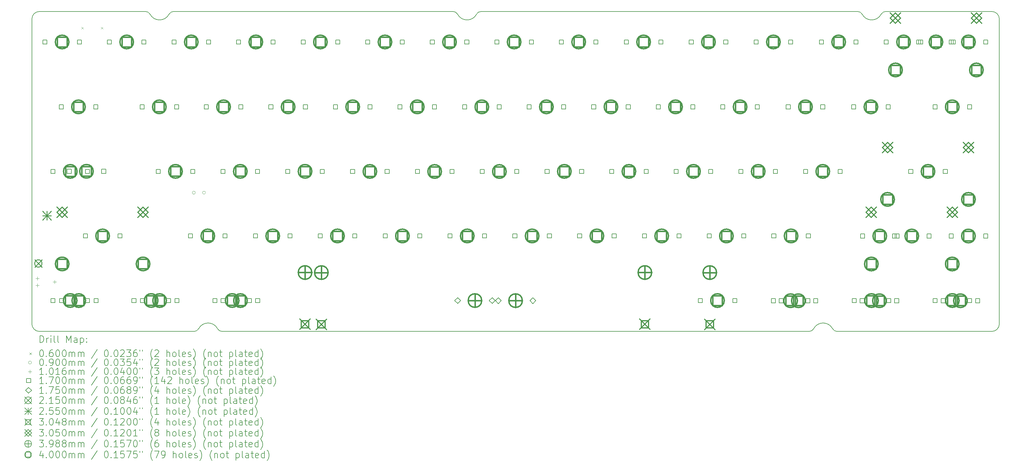
<source format=gbr>
%TF.GenerationSoftware,KiCad,Pcbnew,7.0.1-0*%
%TF.CreationDate,2023-08-08T22:48:25+05:30*%
%TF.ProjectId,Keyboard_60%,4b657962-6f61-4726-945f-3630252e6b69,rev?*%
%TF.SameCoordinates,Original*%
%TF.FileFunction,Drillmap*%
%TF.FilePolarity,Positive*%
%FSLAX45Y45*%
G04 Gerber Fmt 4.5, Leading zero omitted, Abs format (unit mm)*
G04 Created by KiCad (PCBNEW 7.0.1-0) date 2023-08-08 22:48:25*
%MOMM*%
%LPD*%
G01*
G04 APERTURE LIST*
%ADD10C,0.200000*%
%ADD11C,0.060000*%
%ADD12C,0.090000*%
%ADD13C,0.101600*%
%ADD14C,0.170000*%
%ADD15C,0.175000*%
%ADD16C,0.215000*%
%ADD17C,0.255000*%
%ADD18C,0.304800*%
%ADD19C,0.305000*%
%ADD20C,0.398780*%
%ADD21C,0.400000*%
G04 APERTURE END LIST*
D10*
X4838940Y-9480000D02*
G75*
G03*
X4971943Y-9399355I1J150000D01*
G01*
X65000Y-9255000D02*
X65000Y-285000D01*
X12591943Y-140645D02*
G75*
G03*
X12458939Y-60000I-133003J-69355D01*
G01*
X22936439Y-9480000D02*
X5663561Y-9480000D01*
X28535000Y-285000D02*
G75*
G03*
X28310000Y-60000I-225000J0D01*
G01*
X28310000Y-9480000D02*
G75*
G03*
X28535000Y-9255000I0J225000D01*
G01*
X65000Y-9255000D02*
G75*
G03*
X290000Y-9480000I225000J0D01*
G01*
X290000Y-60000D02*
G75*
G03*
X65000Y-285000I0J-225000D01*
G01*
X24498193Y-140645D02*
G75*
G03*
X24365189Y-60000I-133003J-69355D01*
G01*
X12591943Y-140645D02*
G75*
G03*
X13150557Y-140645I279307J145645D01*
G01*
X3410189Y-60000D02*
X290000Y-60000D01*
X3543193Y-140645D02*
G75*
G03*
X3410189Y-60000I-133003J-69355D01*
G01*
X28535000Y-9255000D02*
X28535000Y-285000D01*
X12458939Y-60000D02*
X4234811Y-60000D01*
X13283561Y-60001D02*
G75*
G03*
X13150557Y-140645I-1J-149999D01*
G01*
X23628057Y-9399355D02*
G75*
G03*
X23069443Y-9399355I-279307J-145645D01*
G01*
X25189811Y-60001D02*
G75*
G03*
X25056807Y-140645I-1J-149999D01*
G01*
X5530557Y-9399355D02*
G75*
G03*
X5663561Y-9480000I133003J69355D01*
G01*
X5530557Y-9399355D02*
G75*
G03*
X4971943Y-9399355I-279307J-145645D01*
G01*
X22936439Y-9480000D02*
G75*
G03*
X23069443Y-9399355I1J150000D01*
G01*
X3543193Y-140645D02*
G75*
G03*
X4101807Y-140645I279307J145645D01*
G01*
X4838940Y-9480000D02*
X290000Y-9480000D01*
X23628057Y-9399355D02*
G75*
G03*
X23761061Y-9480000I133003J69355D01*
G01*
X24498193Y-140645D02*
G75*
G03*
X25056807Y-140645I279307J145645D01*
G01*
X28310000Y-9480000D02*
X23761061Y-9480000D01*
X4234811Y-60001D02*
G75*
G03*
X4101807Y-140645I-1J-149999D01*
G01*
X28310000Y-60000D02*
X25189811Y-60000D01*
X24365189Y-60000D02*
X13283561Y-60000D01*
D11*
X1521000Y-518000D02*
X1581000Y-578000D01*
X1581000Y-518000D02*
X1521000Y-578000D01*
X2099000Y-518000D02*
X2159000Y-578000D01*
X2159000Y-518000D02*
X2099000Y-578000D01*
D12*
X4875000Y-5394000D02*
G75*
G03*
X4875000Y-5394000I-45000J0D01*
G01*
X5175000Y-5394000D02*
G75*
G03*
X5175000Y-5394000I-45000J0D01*
G01*
D13*
X229500Y-7867600D02*
X229500Y-7969200D01*
X178700Y-7918400D02*
X280300Y-7918400D01*
X229500Y-8070800D02*
X229500Y-8172400D01*
X178700Y-8121600D02*
X280300Y-8121600D01*
X737500Y-7969200D02*
X737500Y-8070800D01*
X686700Y-8020000D02*
X788300Y-8020000D01*
D14*
X508105Y-1018105D02*
X508105Y-897895D01*
X387895Y-897895D01*
X387895Y-1018105D01*
X508105Y-1018105D01*
X745105Y-8628105D02*
X745105Y-8507895D01*
X624895Y-8507895D01*
X624895Y-8628105D01*
X745105Y-8628105D01*
X748105Y-4828105D02*
X748105Y-4707895D01*
X627895Y-4707895D01*
X627895Y-4828105D01*
X748105Y-4828105D01*
X988105Y-2928105D02*
X988105Y-2807895D01*
X867895Y-2807895D01*
X867895Y-2928105D01*
X988105Y-2928105D01*
X998105Y-8630605D02*
X998105Y-8510395D01*
X877895Y-8510395D01*
X877895Y-8630605D01*
X998105Y-8630605D01*
X1224105Y-4825105D02*
X1224105Y-4704895D01*
X1103895Y-4704895D01*
X1103895Y-4825105D01*
X1224105Y-4825105D01*
X1524105Y-1018105D02*
X1524105Y-897895D01*
X1403895Y-897895D01*
X1403895Y-1018105D01*
X1524105Y-1018105D01*
X1699105Y-6728105D02*
X1699105Y-6607895D01*
X1578895Y-6607895D01*
X1578895Y-6728105D01*
X1699105Y-6728105D01*
X1761105Y-8628105D02*
X1761105Y-8507895D01*
X1640895Y-8507895D01*
X1640895Y-8628105D01*
X1761105Y-8628105D01*
X1764105Y-4828105D02*
X1764105Y-4707895D01*
X1643895Y-4707895D01*
X1643895Y-4828105D01*
X1764105Y-4828105D01*
X2004105Y-2928105D02*
X2004105Y-2807895D01*
X1883895Y-2807895D01*
X1883895Y-2928105D01*
X2004105Y-2928105D01*
X2014105Y-8630605D02*
X2014105Y-8510395D01*
X1893895Y-8510395D01*
X1893895Y-8630605D01*
X2014105Y-8630605D01*
X2240105Y-4825105D02*
X2240105Y-4704895D01*
X2119895Y-4704895D01*
X2119895Y-4825105D01*
X2240105Y-4825105D01*
X2408105Y-1018105D02*
X2408105Y-897895D01*
X2287895Y-897895D01*
X2287895Y-1018105D01*
X2408105Y-1018105D01*
X2715105Y-6728105D02*
X2715105Y-6607895D01*
X2594895Y-6607895D01*
X2594895Y-6728105D01*
X2715105Y-6728105D01*
X3128105Y-8628105D02*
X3128105Y-8507895D01*
X3007895Y-8507895D01*
X3007895Y-8628105D01*
X3128105Y-8628105D01*
X3368105Y-2928105D02*
X3368105Y-2807895D01*
X3247895Y-2807895D01*
X3247895Y-2928105D01*
X3368105Y-2928105D01*
X3376105Y-8630105D02*
X3376105Y-8509895D01*
X3255895Y-8509895D01*
X3255895Y-8630105D01*
X3376105Y-8630105D01*
X3424105Y-1018105D02*
X3424105Y-897895D01*
X3303895Y-897895D01*
X3303895Y-1018105D01*
X3424105Y-1018105D01*
X3844105Y-4827105D02*
X3844105Y-4706895D01*
X3723895Y-4706895D01*
X3723895Y-4827105D01*
X3844105Y-4827105D01*
X4144105Y-8628105D02*
X4144105Y-8507895D01*
X4023895Y-8507895D01*
X4023895Y-8628105D01*
X4144105Y-8628105D01*
X4308105Y-1018105D02*
X4308105Y-897895D01*
X4187895Y-897895D01*
X4187895Y-1018105D01*
X4308105Y-1018105D01*
X4384105Y-2928105D02*
X4384105Y-2807895D01*
X4263895Y-2807895D01*
X4263895Y-2928105D01*
X4384105Y-2928105D01*
X4392105Y-8630105D02*
X4392105Y-8509895D01*
X4271895Y-8509895D01*
X4271895Y-8630105D01*
X4392105Y-8630105D01*
X4795105Y-6728105D02*
X4795105Y-6607895D01*
X4674895Y-6607895D01*
X4674895Y-6728105D01*
X4795105Y-6728105D01*
X4860105Y-4827105D02*
X4860105Y-4706895D01*
X4739895Y-4706895D01*
X4739895Y-4827105D01*
X4860105Y-4827105D01*
X5258105Y-2928105D02*
X5258105Y-2807895D01*
X5137895Y-2807895D01*
X5137895Y-2928105D01*
X5258105Y-2928105D01*
X5324105Y-1018105D02*
X5324105Y-897895D01*
X5203895Y-897895D01*
X5203895Y-1018105D01*
X5324105Y-1018105D01*
X5512105Y-8628105D02*
X5512105Y-8507895D01*
X5391895Y-8507895D01*
X5391895Y-8628105D01*
X5512105Y-8628105D01*
X5751105Y-4827105D02*
X5751105Y-4706895D01*
X5630895Y-4706895D01*
X5630895Y-4827105D01*
X5751105Y-4827105D01*
X5754105Y-8630605D02*
X5754105Y-8510395D01*
X5633895Y-8510395D01*
X5633895Y-8630605D01*
X5754105Y-8630605D01*
X5811105Y-6728105D02*
X5811105Y-6607895D01*
X5690895Y-6607895D01*
X5690895Y-6728105D01*
X5811105Y-6728105D01*
X6208105Y-1018105D02*
X6208105Y-897895D01*
X6087895Y-897895D01*
X6087895Y-1018105D01*
X6208105Y-1018105D01*
X6274105Y-2928105D02*
X6274105Y-2807895D01*
X6153895Y-2807895D01*
X6153895Y-2928105D01*
X6274105Y-2928105D01*
X6528105Y-8628105D02*
X6528105Y-8507895D01*
X6407895Y-8507895D01*
X6407895Y-8628105D01*
X6528105Y-8628105D01*
X6705105Y-6728105D02*
X6705105Y-6607895D01*
X6584895Y-6607895D01*
X6584895Y-6728105D01*
X6705105Y-6728105D01*
X6767105Y-4827105D02*
X6767105Y-4706895D01*
X6646895Y-4706895D01*
X6646895Y-4827105D01*
X6767105Y-4827105D01*
X6770105Y-8630605D02*
X6770105Y-8510395D01*
X6649895Y-8510395D01*
X6649895Y-8630605D01*
X6770105Y-8630605D01*
X7158105Y-2928105D02*
X7158105Y-2807895D01*
X7037895Y-2807895D01*
X7037895Y-2928105D01*
X7158105Y-2928105D01*
X7224105Y-1018105D02*
X7224105Y-897895D01*
X7103895Y-897895D01*
X7103895Y-1018105D01*
X7224105Y-1018105D01*
X7656105Y-4826105D02*
X7656105Y-4705895D01*
X7535895Y-4705895D01*
X7535895Y-4826105D01*
X7656105Y-4826105D01*
X7721105Y-6728105D02*
X7721105Y-6607895D01*
X7600895Y-6607895D01*
X7600895Y-6728105D01*
X7721105Y-6728105D01*
X8108105Y-1018105D02*
X8108105Y-897895D01*
X7987895Y-897895D01*
X7987895Y-1018105D01*
X8108105Y-1018105D01*
X8174105Y-2928105D02*
X8174105Y-2807895D01*
X8053895Y-2807895D01*
X8053895Y-2928105D01*
X8174105Y-2928105D01*
X8610105Y-6728105D02*
X8610105Y-6607895D01*
X8489895Y-6607895D01*
X8489895Y-6728105D01*
X8610105Y-6728105D01*
X8672105Y-4826105D02*
X8672105Y-4705895D01*
X8551895Y-4705895D01*
X8551895Y-4826105D01*
X8672105Y-4826105D01*
X9058105Y-2928105D02*
X9058105Y-2807895D01*
X8937895Y-2807895D01*
X8937895Y-2928105D01*
X9058105Y-2928105D01*
X9124105Y-1018105D02*
X9124105Y-897895D01*
X9003895Y-897895D01*
X9003895Y-1018105D01*
X9124105Y-1018105D01*
X9564105Y-4829105D02*
X9564105Y-4708895D01*
X9443895Y-4708895D01*
X9443895Y-4829105D01*
X9564105Y-4829105D01*
X9626105Y-6728105D02*
X9626105Y-6607895D01*
X9505895Y-6607895D01*
X9505895Y-6728105D01*
X9626105Y-6728105D01*
X10008105Y-1018105D02*
X10008105Y-897895D01*
X9887895Y-897895D01*
X9887895Y-1018105D01*
X10008105Y-1018105D01*
X10074105Y-2928105D02*
X10074105Y-2807895D01*
X9953895Y-2807895D01*
X9953895Y-2928105D01*
X10074105Y-2928105D01*
X10521105Y-6728105D02*
X10521105Y-6607895D01*
X10400895Y-6607895D01*
X10400895Y-6728105D01*
X10521105Y-6728105D01*
X10580105Y-4829105D02*
X10580105Y-4708895D01*
X10459895Y-4708895D01*
X10459895Y-4829105D01*
X10580105Y-4829105D01*
X10958105Y-2928105D02*
X10958105Y-2807895D01*
X10837895Y-2807895D01*
X10837895Y-2928105D01*
X10958105Y-2928105D01*
X11024105Y-1018105D02*
X11024105Y-897895D01*
X10903895Y-897895D01*
X10903895Y-1018105D01*
X11024105Y-1018105D01*
X11470105Y-4831105D02*
X11470105Y-4710895D01*
X11349895Y-4710895D01*
X11349895Y-4831105D01*
X11470105Y-4831105D01*
X11537105Y-6728105D02*
X11537105Y-6607895D01*
X11416895Y-6607895D01*
X11416895Y-6728105D01*
X11537105Y-6728105D01*
X11908105Y-1018105D02*
X11908105Y-897895D01*
X11787895Y-897895D01*
X11787895Y-1018105D01*
X11908105Y-1018105D01*
X11974105Y-2928105D02*
X11974105Y-2807895D01*
X11853895Y-2807895D01*
X11853895Y-2928105D01*
X11974105Y-2928105D01*
X12429105Y-6728105D02*
X12429105Y-6607895D01*
X12308895Y-6607895D01*
X12308895Y-6728105D01*
X12429105Y-6728105D01*
X12486105Y-4831105D02*
X12486105Y-4710895D01*
X12365895Y-4710895D01*
X12365895Y-4831105D01*
X12486105Y-4831105D01*
X12858105Y-2928105D02*
X12858105Y-2807895D01*
X12737895Y-2807895D01*
X12737895Y-2928105D01*
X12858105Y-2928105D01*
X12924105Y-1018105D02*
X12924105Y-897895D01*
X12803895Y-897895D01*
X12803895Y-1018105D01*
X12924105Y-1018105D01*
X13375105Y-4831105D02*
X13375105Y-4710895D01*
X13254895Y-4710895D01*
X13254895Y-4831105D01*
X13375105Y-4831105D01*
X13445105Y-6728105D02*
X13445105Y-6607895D01*
X13324895Y-6607895D01*
X13324895Y-6728105D01*
X13445105Y-6728105D01*
X13808105Y-1018105D02*
X13808105Y-897895D01*
X13687895Y-897895D01*
X13687895Y-1018105D01*
X13808105Y-1018105D01*
X13874105Y-2928105D02*
X13874105Y-2807895D01*
X13753895Y-2807895D01*
X13753895Y-2928105D01*
X13874105Y-2928105D01*
X14338105Y-6728105D02*
X14338105Y-6607895D01*
X14217895Y-6607895D01*
X14217895Y-6728105D01*
X14338105Y-6728105D01*
X14391105Y-4831105D02*
X14391105Y-4710895D01*
X14270895Y-4710895D01*
X14270895Y-4831105D01*
X14391105Y-4831105D01*
X14758105Y-2928105D02*
X14758105Y-2807895D01*
X14637895Y-2807895D01*
X14637895Y-2928105D01*
X14758105Y-2928105D01*
X14824105Y-1018105D02*
X14824105Y-897895D01*
X14703895Y-897895D01*
X14703895Y-1018105D01*
X14824105Y-1018105D01*
X15286605Y-4828105D02*
X15286605Y-4707895D01*
X15166395Y-4707895D01*
X15166395Y-4828105D01*
X15286605Y-4828105D01*
X15354105Y-6728105D02*
X15354105Y-6607895D01*
X15233895Y-6607895D01*
X15233895Y-6728105D01*
X15354105Y-6728105D01*
X15708105Y-1018105D02*
X15708105Y-897895D01*
X15587895Y-897895D01*
X15587895Y-1018105D01*
X15708105Y-1018105D01*
X15774105Y-2928105D02*
X15774105Y-2807895D01*
X15653895Y-2807895D01*
X15653895Y-2928105D01*
X15774105Y-2928105D01*
X16244105Y-6728105D02*
X16244105Y-6607895D01*
X16123895Y-6607895D01*
X16123895Y-6728105D01*
X16244105Y-6728105D01*
X16302605Y-4828105D02*
X16302605Y-4707895D01*
X16182395Y-4707895D01*
X16182395Y-4828105D01*
X16302605Y-4828105D01*
X16658105Y-2928105D02*
X16658105Y-2807895D01*
X16537895Y-2807895D01*
X16537895Y-2928105D01*
X16658105Y-2928105D01*
X16724105Y-1018105D02*
X16724105Y-897895D01*
X16603895Y-897895D01*
X16603895Y-1018105D01*
X16724105Y-1018105D01*
X17186605Y-4828105D02*
X17186605Y-4707895D01*
X17066395Y-4707895D01*
X17066395Y-4828105D01*
X17186605Y-4828105D01*
X17260105Y-6728105D02*
X17260105Y-6607895D01*
X17139895Y-6607895D01*
X17139895Y-6728105D01*
X17260105Y-6728105D01*
X17618105Y-1018105D02*
X17618105Y-897895D01*
X17497895Y-897895D01*
X17497895Y-1018105D01*
X17618105Y-1018105D01*
X17674105Y-2928105D02*
X17674105Y-2807895D01*
X17553895Y-2807895D01*
X17553895Y-2928105D01*
X17674105Y-2928105D01*
X18151105Y-6728105D02*
X18151105Y-6607895D01*
X18030895Y-6607895D01*
X18030895Y-6728105D01*
X18151105Y-6728105D01*
X18202605Y-4828105D02*
X18202605Y-4707895D01*
X18082395Y-4707895D01*
X18082395Y-4828105D01*
X18202605Y-4828105D01*
X18558105Y-2928105D02*
X18558105Y-2807895D01*
X18437895Y-2807895D01*
X18437895Y-2928105D01*
X18558105Y-2928105D01*
X18634105Y-1018105D02*
X18634105Y-897895D01*
X18513895Y-897895D01*
X18513895Y-1018105D01*
X18634105Y-1018105D01*
X19086605Y-4828105D02*
X19086605Y-4707895D01*
X18966395Y-4707895D01*
X18966395Y-4828105D01*
X19086605Y-4828105D01*
X19167105Y-6728105D02*
X19167105Y-6607895D01*
X19046895Y-6607895D01*
X19046895Y-6728105D01*
X19167105Y-6728105D01*
X19528105Y-1018105D02*
X19528105Y-897895D01*
X19407895Y-897895D01*
X19407895Y-1018105D01*
X19528105Y-1018105D01*
X19574105Y-2928105D02*
X19574105Y-2807895D01*
X19453895Y-2807895D01*
X19453895Y-2928105D01*
X19574105Y-2928105D01*
X19792605Y-8630105D02*
X19792605Y-8509895D01*
X19672395Y-8509895D01*
X19672395Y-8630105D01*
X19792605Y-8630105D01*
X20055105Y-6728105D02*
X20055105Y-6607895D01*
X19934895Y-6607895D01*
X19934895Y-6728105D01*
X20055105Y-6728105D01*
X20102605Y-4828105D02*
X20102605Y-4707895D01*
X19982395Y-4707895D01*
X19982395Y-4828105D01*
X20102605Y-4828105D01*
X20458105Y-2928105D02*
X20458105Y-2807895D01*
X20337895Y-2807895D01*
X20337895Y-2928105D01*
X20458105Y-2928105D01*
X20544105Y-1018105D02*
X20544105Y-897895D01*
X20423895Y-897895D01*
X20423895Y-1018105D01*
X20544105Y-1018105D01*
X20808605Y-8630105D02*
X20808605Y-8509895D01*
X20688395Y-8509895D01*
X20688395Y-8630105D01*
X20808605Y-8630105D01*
X20991605Y-4828105D02*
X20991605Y-4707895D01*
X20871395Y-4707895D01*
X20871395Y-4828105D01*
X20991605Y-4828105D01*
X21071105Y-6728105D02*
X21071105Y-6607895D01*
X20950895Y-6607895D01*
X20950895Y-6728105D01*
X21071105Y-6728105D01*
X21438105Y-1018105D02*
X21438105Y-897895D01*
X21317895Y-897895D01*
X21317895Y-1018105D01*
X21438105Y-1018105D01*
X21474105Y-2928105D02*
X21474105Y-2807895D01*
X21353895Y-2807895D01*
X21353895Y-2928105D01*
X21474105Y-2928105D01*
X21944105Y-8634605D02*
X21944105Y-8514395D01*
X21823895Y-8514395D01*
X21823895Y-8634605D01*
X21944105Y-8634605D01*
X21958105Y-6728105D02*
X21958105Y-6607895D01*
X21837895Y-6607895D01*
X21837895Y-6728105D01*
X21958105Y-6728105D01*
X22007605Y-4828105D02*
X22007605Y-4707895D01*
X21887395Y-4707895D01*
X21887395Y-4828105D01*
X22007605Y-4828105D01*
X22172605Y-8635105D02*
X22172605Y-8514895D01*
X22052395Y-8514895D01*
X22052395Y-8635105D01*
X22172605Y-8635105D01*
X22381605Y-2928105D02*
X22381605Y-2807895D01*
X22261395Y-2807895D01*
X22261395Y-2928105D01*
X22381605Y-2928105D01*
X22454105Y-1018105D02*
X22454105Y-897895D01*
X22333895Y-897895D01*
X22333895Y-1018105D01*
X22454105Y-1018105D01*
X22891605Y-4828105D02*
X22891605Y-4707895D01*
X22771395Y-4707895D01*
X22771395Y-4828105D01*
X22891605Y-4828105D01*
X22960105Y-8634605D02*
X22960105Y-8514395D01*
X22839895Y-8514395D01*
X22839895Y-8634605D01*
X22960105Y-8634605D01*
X22974105Y-6728105D02*
X22974105Y-6607895D01*
X22853895Y-6607895D01*
X22853895Y-6728105D01*
X22974105Y-6728105D01*
X23188605Y-8635105D02*
X23188605Y-8514895D01*
X23068395Y-8514895D01*
X23068395Y-8635105D01*
X23188605Y-8635105D01*
X23358105Y-1018105D02*
X23358105Y-897895D01*
X23237895Y-897895D01*
X23237895Y-1018105D01*
X23358105Y-1018105D01*
X23397605Y-2928105D02*
X23397605Y-2807895D01*
X23277395Y-2807895D01*
X23277395Y-2928105D01*
X23397605Y-2928105D01*
X23907605Y-4828105D02*
X23907605Y-4707895D01*
X23787395Y-4707895D01*
X23787395Y-4828105D01*
X23907605Y-4828105D01*
X24308105Y-2928105D02*
X24308105Y-2807895D01*
X24187895Y-2807895D01*
X24187895Y-2928105D01*
X24308105Y-2928105D01*
X24324105Y-8630605D02*
X24324105Y-8510395D01*
X24203895Y-8510395D01*
X24203895Y-8630605D01*
X24324105Y-8630605D01*
X24374105Y-1018105D02*
X24374105Y-897895D01*
X24253895Y-897895D01*
X24253895Y-1018105D01*
X24374105Y-1018105D01*
X24557605Y-8635105D02*
X24557605Y-8514895D01*
X24437395Y-8514895D01*
X24437395Y-8635105D01*
X24557605Y-8635105D01*
X24568605Y-6730105D02*
X24568605Y-6609895D01*
X24448395Y-6609895D01*
X24448395Y-6730105D01*
X24568605Y-6730105D01*
X25268105Y-1018105D02*
X25268105Y-897895D01*
X25147895Y-897895D01*
X25147895Y-1018105D01*
X25268105Y-1018105D01*
X25324105Y-2928105D02*
X25324105Y-2807895D01*
X25203895Y-2807895D01*
X25203895Y-2928105D01*
X25324105Y-2928105D01*
X25340105Y-8630605D02*
X25340105Y-8510395D01*
X25219895Y-8510395D01*
X25219895Y-8630605D01*
X25340105Y-8630605D01*
X25510605Y-6730105D02*
X25510605Y-6609895D01*
X25390395Y-6609895D01*
X25390395Y-6730105D01*
X25510605Y-6730105D01*
X25573605Y-8635105D02*
X25573605Y-8514895D01*
X25453395Y-8514895D01*
X25453395Y-8635105D01*
X25573605Y-8635105D01*
X25584605Y-6730105D02*
X25584605Y-6609895D01*
X25464395Y-6609895D01*
X25464395Y-6730105D01*
X25584605Y-6730105D01*
X25988105Y-4828105D02*
X25988105Y-4707895D01*
X25867895Y-4707895D01*
X25867895Y-4828105D01*
X25988105Y-4828105D01*
X26221605Y-1018105D02*
X26221605Y-897895D01*
X26101395Y-897895D01*
X26101395Y-1018105D01*
X26221605Y-1018105D01*
X26284105Y-1018105D02*
X26284105Y-897895D01*
X26163895Y-897895D01*
X26163895Y-1018105D01*
X26284105Y-1018105D01*
X26526605Y-6730105D02*
X26526605Y-6609895D01*
X26406395Y-6609895D01*
X26406395Y-6730105D01*
X26526605Y-6730105D01*
X26701105Y-2928105D02*
X26701105Y-2807895D01*
X26580895Y-2807895D01*
X26580895Y-2928105D01*
X26701105Y-2928105D01*
X26704105Y-8629105D02*
X26704105Y-8508895D01*
X26583895Y-8508895D01*
X26583895Y-8629105D01*
X26704105Y-8629105D01*
X26940605Y-8635105D02*
X26940605Y-8514895D01*
X26820395Y-8514895D01*
X26820395Y-8635105D01*
X26940605Y-8635105D01*
X27004105Y-4828105D02*
X27004105Y-4707895D01*
X26883895Y-4707895D01*
X26883895Y-4828105D01*
X27004105Y-4828105D01*
X27176605Y-6730105D02*
X27176605Y-6609895D01*
X27056395Y-6609895D01*
X27056395Y-6730105D01*
X27176605Y-6730105D01*
X27178105Y-1018105D02*
X27178105Y-897895D01*
X27057895Y-897895D01*
X27057895Y-1018105D01*
X27178105Y-1018105D01*
X27237605Y-1018105D02*
X27237605Y-897895D01*
X27117395Y-897895D01*
X27117395Y-1018105D01*
X27237605Y-1018105D01*
X27717105Y-2928105D02*
X27717105Y-2807895D01*
X27596895Y-2807895D01*
X27596895Y-2928105D01*
X27717105Y-2928105D01*
X27720105Y-8629105D02*
X27720105Y-8508895D01*
X27599895Y-8508895D01*
X27599895Y-8629105D01*
X27720105Y-8629105D01*
X27956605Y-8635105D02*
X27956605Y-8514895D01*
X27836395Y-8514895D01*
X27836395Y-8635105D01*
X27956605Y-8635105D01*
X28192605Y-6730105D02*
X28192605Y-6609895D01*
X28072395Y-6609895D01*
X28072395Y-6730105D01*
X28192605Y-6730105D01*
X28194105Y-1018105D02*
X28194105Y-897895D01*
X28073895Y-897895D01*
X28073895Y-1018105D01*
X28194105Y-1018105D01*
D15*
X12595490Y-8657500D02*
X12682990Y-8570000D01*
X12595490Y-8482500D01*
X12507990Y-8570000D01*
X12595490Y-8657500D01*
X13611490Y-8657500D02*
X13698990Y-8570000D01*
X13611490Y-8482500D01*
X13523990Y-8570000D01*
X13611490Y-8657500D01*
X13791000Y-8659500D02*
X13878500Y-8572000D01*
X13791000Y-8484500D01*
X13703500Y-8572000D01*
X13791000Y-8659500D01*
X14807000Y-8659500D02*
X14894500Y-8572000D01*
X14807000Y-8484500D01*
X14719500Y-8572000D01*
X14807000Y-8659500D01*
D16*
X148500Y-7370500D02*
X363500Y-7585500D01*
X363500Y-7370500D02*
X148500Y-7585500D01*
X363500Y-7478000D02*
G75*
G03*
X363500Y-7478000I-107500J0D01*
G01*
D17*
X382500Y-5941500D02*
X637500Y-6196500D01*
X637500Y-5941500D02*
X382500Y-6196500D01*
X510000Y-5941500D02*
X510000Y-6196500D01*
X382500Y-6069000D02*
X637500Y-6069000D01*
D18*
X7951100Y-9116100D02*
X8255900Y-9420900D01*
X8255900Y-9116100D02*
X7951100Y-9420900D01*
X8211264Y-9376264D02*
X8211264Y-9160736D01*
X7995736Y-9160736D01*
X7995736Y-9376264D01*
X8211264Y-9376264D01*
X8431600Y-9118100D02*
X8736400Y-9422900D01*
X8736400Y-9118100D02*
X8431600Y-9422900D01*
X8691764Y-9378264D02*
X8691764Y-9162736D01*
X8476236Y-9162736D01*
X8476236Y-9378264D01*
X8691764Y-9378264D01*
X17951080Y-9116100D02*
X18255880Y-9420900D01*
X18255880Y-9116100D02*
X17951080Y-9420900D01*
X18211244Y-9376264D02*
X18211244Y-9160736D01*
X17995716Y-9160736D01*
X17995716Y-9376264D01*
X18211244Y-9376264D01*
X19861600Y-9118100D02*
X20166400Y-9422900D01*
X20166400Y-9118100D02*
X19861600Y-9422900D01*
X20121764Y-9378264D02*
X20121764Y-9162736D01*
X19906236Y-9162736D01*
X19906236Y-9378264D01*
X20121764Y-9378264D01*
D19*
X804500Y-5815500D02*
X1109500Y-6120500D01*
X1109500Y-5815500D02*
X804500Y-6120500D01*
X957000Y-6120500D02*
X1109500Y-5968000D01*
X957000Y-5815500D01*
X804500Y-5968000D01*
X957000Y-6120500D01*
X3184500Y-5815500D02*
X3489500Y-6120500D01*
X3489500Y-5815500D02*
X3184500Y-6120500D01*
X3337000Y-6120500D02*
X3489500Y-5968000D01*
X3337000Y-5815500D01*
X3184500Y-5968000D01*
X3337000Y-6120500D01*
X24616000Y-5817500D02*
X24921000Y-6122500D01*
X24921000Y-5817500D02*
X24616000Y-6122500D01*
X24768500Y-6122500D02*
X24921000Y-5970000D01*
X24768500Y-5817500D01*
X24616000Y-5970000D01*
X24768500Y-6122500D01*
X25093500Y-3915500D02*
X25398500Y-4220500D01*
X25398500Y-3915500D02*
X25093500Y-4220500D01*
X25246000Y-4220500D02*
X25398500Y-4068000D01*
X25246000Y-3915500D01*
X25093500Y-4068000D01*
X25246000Y-4220500D01*
X25327000Y-105500D02*
X25632000Y-410500D01*
X25632000Y-105500D02*
X25327000Y-410500D01*
X25479500Y-410500D02*
X25632000Y-258000D01*
X25479500Y-105500D01*
X25327000Y-258000D01*
X25479500Y-410500D01*
X26996000Y-5817500D02*
X27301000Y-6122500D01*
X27301000Y-5817500D02*
X26996000Y-6122500D01*
X27148500Y-6122500D02*
X27301000Y-5970000D01*
X27148500Y-5817500D01*
X26996000Y-5970000D01*
X27148500Y-6122500D01*
X27473500Y-3915500D02*
X27778500Y-4220500D01*
X27778500Y-3915500D02*
X27473500Y-4220500D01*
X27626000Y-4220500D02*
X27778500Y-4068000D01*
X27626000Y-3915500D01*
X27473500Y-4068000D01*
X27626000Y-4220500D01*
X27707000Y-105500D02*
X28012000Y-410500D01*
X28012000Y-105500D02*
X27707000Y-410500D01*
X27859500Y-410500D02*
X28012000Y-258000D01*
X27859500Y-105500D01*
X27707000Y-258000D01*
X27859500Y-410500D01*
D20*
X8103500Y-7545110D02*
X8103500Y-7943890D01*
X7904110Y-7744500D02*
X8302890Y-7744500D01*
X8302890Y-7744500D02*
G75*
G03*
X8302890Y-7744500I-199390J0D01*
G01*
X8584000Y-7547110D02*
X8584000Y-7945890D01*
X8384610Y-7746500D02*
X8783390Y-7746500D01*
X8783390Y-7746500D02*
G75*
G03*
X8783390Y-7746500I-199390J0D01*
G01*
X13103490Y-8370610D02*
X13103490Y-8769390D01*
X12904100Y-8570000D02*
X13302880Y-8570000D01*
X13302880Y-8570000D02*
G75*
G03*
X13302880Y-8570000I-199390J0D01*
G01*
X14299000Y-8372610D02*
X14299000Y-8771390D01*
X14099610Y-8572000D02*
X14498390Y-8572000D01*
X14498390Y-8572000D02*
G75*
G03*
X14498390Y-8572000I-199390J0D01*
G01*
X18103480Y-7545110D02*
X18103480Y-7943890D01*
X17904090Y-7744500D02*
X18302870Y-7744500D01*
X18302870Y-7744500D02*
G75*
G03*
X18302870Y-7744500I-199390J0D01*
G01*
X20014000Y-7547110D02*
X20014000Y-7945890D01*
X19814610Y-7746500D02*
X20213390Y-7746500D01*
X20213390Y-7746500D02*
G75*
G03*
X20213390Y-7746500I-199390J0D01*
G01*
D21*
X1097423Y-1099423D02*
X1097423Y-816577D01*
X814577Y-816577D01*
X814577Y-1099423D01*
X1097423Y-1099423D01*
X1156000Y-958000D02*
G75*
G03*
X1156000Y-958000I-200000J0D01*
G01*
X1098423Y-7633423D02*
X1098423Y-7350577D01*
X815577Y-7350577D01*
X815577Y-7633423D01*
X1098423Y-7633423D01*
X1157000Y-7492000D02*
G75*
G03*
X1157000Y-7492000I-200000J0D01*
G01*
X1334423Y-8709423D02*
X1334423Y-8426577D01*
X1051577Y-8426577D01*
X1051577Y-8709423D01*
X1334423Y-8709423D01*
X1393000Y-8568000D02*
G75*
G03*
X1393000Y-8568000I-200000J0D01*
G01*
X1337423Y-4909423D02*
X1337423Y-4626577D01*
X1054577Y-4626577D01*
X1054577Y-4909423D01*
X1337423Y-4909423D01*
X1396000Y-4768000D02*
G75*
G03*
X1396000Y-4768000I-200000J0D01*
G01*
X1577423Y-3009423D02*
X1577423Y-2726577D01*
X1294577Y-2726577D01*
X1294577Y-3009423D01*
X1577423Y-3009423D01*
X1636000Y-2868000D02*
G75*
G03*
X1636000Y-2868000I-200000J0D01*
G01*
X1587423Y-8711923D02*
X1587423Y-8429077D01*
X1304577Y-8429077D01*
X1304577Y-8711923D01*
X1587423Y-8711923D01*
X1646000Y-8570500D02*
G75*
G03*
X1646000Y-8570500I-200000J0D01*
G01*
X1813423Y-4906423D02*
X1813423Y-4623577D01*
X1530577Y-4623577D01*
X1530577Y-4906423D01*
X1813423Y-4906423D01*
X1872000Y-4765000D02*
G75*
G03*
X1872000Y-4765000I-200000J0D01*
G01*
X2288423Y-6809423D02*
X2288423Y-6526577D01*
X2005577Y-6526577D01*
X2005577Y-6809423D01*
X2288423Y-6809423D01*
X2347000Y-6668000D02*
G75*
G03*
X2347000Y-6668000I-200000J0D01*
G01*
X2997423Y-1099423D02*
X2997423Y-816577D01*
X2714577Y-816577D01*
X2714577Y-1099423D01*
X2997423Y-1099423D01*
X3056000Y-958000D02*
G75*
G03*
X3056000Y-958000I-200000J0D01*
G01*
X3478423Y-7633423D02*
X3478423Y-7350577D01*
X3195577Y-7350577D01*
X3195577Y-7633423D01*
X3478423Y-7633423D01*
X3537000Y-7492000D02*
G75*
G03*
X3537000Y-7492000I-200000J0D01*
G01*
X3717423Y-8709423D02*
X3717423Y-8426577D01*
X3434577Y-8426577D01*
X3434577Y-8709423D01*
X3717423Y-8709423D01*
X3776000Y-8568000D02*
G75*
G03*
X3776000Y-8568000I-200000J0D01*
G01*
X3957423Y-3009423D02*
X3957423Y-2726577D01*
X3674577Y-2726577D01*
X3674577Y-3009423D01*
X3957423Y-3009423D01*
X4016000Y-2868000D02*
G75*
G03*
X4016000Y-2868000I-200000J0D01*
G01*
X3965423Y-8711423D02*
X3965423Y-8428577D01*
X3682577Y-8428577D01*
X3682577Y-8711423D01*
X3965423Y-8711423D01*
X4024000Y-8570000D02*
G75*
G03*
X4024000Y-8570000I-200000J0D01*
G01*
X4433423Y-4908423D02*
X4433423Y-4625577D01*
X4150577Y-4625577D01*
X4150577Y-4908423D01*
X4433423Y-4908423D01*
X4492000Y-4767000D02*
G75*
G03*
X4492000Y-4767000I-200000J0D01*
G01*
X4897423Y-1099423D02*
X4897423Y-816577D01*
X4614577Y-816577D01*
X4614577Y-1099423D01*
X4897423Y-1099423D01*
X4956000Y-958000D02*
G75*
G03*
X4956000Y-958000I-200000J0D01*
G01*
X5384423Y-6809423D02*
X5384423Y-6526577D01*
X5101577Y-6526577D01*
X5101577Y-6809423D01*
X5384423Y-6809423D01*
X5443000Y-6668000D02*
G75*
G03*
X5443000Y-6668000I-200000J0D01*
G01*
X5847423Y-3009423D02*
X5847423Y-2726577D01*
X5564577Y-2726577D01*
X5564577Y-3009423D01*
X5847423Y-3009423D01*
X5906000Y-2868000D02*
G75*
G03*
X5906000Y-2868000I-200000J0D01*
G01*
X6101423Y-8709423D02*
X6101423Y-8426577D01*
X5818577Y-8426577D01*
X5818577Y-8709423D01*
X6101423Y-8709423D01*
X6160000Y-8568000D02*
G75*
G03*
X6160000Y-8568000I-200000J0D01*
G01*
X6340423Y-4908423D02*
X6340423Y-4625577D01*
X6057577Y-4625577D01*
X6057577Y-4908423D01*
X6340423Y-4908423D01*
X6399000Y-4767000D02*
G75*
G03*
X6399000Y-4767000I-200000J0D01*
G01*
X6343423Y-8711923D02*
X6343423Y-8429077D01*
X6060577Y-8429077D01*
X6060577Y-8711923D01*
X6343423Y-8711923D01*
X6402000Y-8570500D02*
G75*
G03*
X6402000Y-8570500I-200000J0D01*
G01*
X6797423Y-1099423D02*
X6797423Y-816577D01*
X6514577Y-816577D01*
X6514577Y-1099423D01*
X6797423Y-1099423D01*
X6856000Y-958000D02*
G75*
G03*
X6856000Y-958000I-200000J0D01*
G01*
X7294423Y-6809423D02*
X7294423Y-6526577D01*
X7011577Y-6526577D01*
X7011577Y-6809423D01*
X7294423Y-6809423D01*
X7353000Y-6668000D02*
G75*
G03*
X7353000Y-6668000I-200000J0D01*
G01*
X7747423Y-3009423D02*
X7747423Y-2726577D01*
X7464577Y-2726577D01*
X7464577Y-3009423D01*
X7747423Y-3009423D01*
X7806000Y-2868000D02*
G75*
G03*
X7806000Y-2868000I-200000J0D01*
G01*
X8245423Y-4907423D02*
X8245423Y-4624577D01*
X7962577Y-4624577D01*
X7962577Y-4907423D01*
X8245423Y-4907423D01*
X8304000Y-4766000D02*
G75*
G03*
X8304000Y-4766000I-200000J0D01*
G01*
X8697423Y-1099423D02*
X8697423Y-816577D01*
X8414577Y-816577D01*
X8414577Y-1099423D01*
X8697423Y-1099423D01*
X8756000Y-958000D02*
G75*
G03*
X8756000Y-958000I-200000J0D01*
G01*
X9199423Y-6809423D02*
X9199423Y-6526577D01*
X8916577Y-6526577D01*
X8916577Y-6809423D01*
X9199423Y-6809423D01*
X9258000Y-6668000D02*
G75*
G03*
X9258000Y-6668000I-200000J0D01*
G01*
X9647423Y-3009423D02*
X9647423Y-2726577D01*
X9364577Y-2726577D01*
X9364577Y-3009423D01*
X9647423Y-3009423D01*
X9706000Y-2868000D02*
G75*
G03*
X9706000Y-2868000I-200000J0D01*
G01*
X10153423Y-4910423D02*
X10153423Y-4627577D01*
X9870577Y-4627577D01*
X9870577Y-4910423D01*
X10153423Y-4910423D01*
X10212000Y-4769000D02*
G75*
G03*
X10212000Y-4769000I-200000J0D01*
G01*
X10597423Y-1099423D02*
X10597423Y-816577D01*
X10314577Y-816577D01*
X10314577Y-1099423D01*
X10597423Y-1099423D01*
X10656000Y-958000D02*
G75*
G03*
X10656000Y-958000I-200000J0D01*
G01*
X11110423Y-6809423D02*
X11110423Y-6526577D01*
X10827577Y-6526577D01*
X10827577Y-6809423D01*
X11110423Y-6809423D01*
X11169000Y-6668000D02*
G75*
G03*
X11169000Y-6668000I-200000J0D01*
G01*
X11547423Y-3009423D02*
X11547423Y-2726577D01*
X11264577Y-2726577D01*
X11264577Y-3009423D01*
X11547423Y-3009423D01*
X11606000Y-2868000D02*
G75*
G03*
X11606000Y-2868000I-200000J0D01*
G01*
X12059423Y-4912423D02*
X12059423Y-4629577D01*
X11776577Y-4629577D01*
X11776577Y-4912423D01*
X12059423Y-4912423D01*
X12118000Y-4771000D02*
G75*
G03*
X12118000Y-4771000I-200000J0D01*
G01*
X12497423Y-1099423D02*
X12497423Y-816577D01*
X12214577Y-816577D01*
X12214577Y-1099423D01*
X12497423Y-1099423D01*
X12556000Y-958000D02*
G75*
G03*
X12556000Y-958000I-200000J0D01*
G01*
X13018423Y-6809423D02*
X13018423Y-6526577D01*
X12735577Y-6526577D01*
X12735577Y-6809423D01*
X13018423Y-6809423D01*
X13077000Y-6668000D02*
G75*
G03*
X13077000Y-6668000I-200000J0D01*
G01*
X13447423Y-3009423D02*
X13447423Y-2726577D01*
X13164577Y-2726577D01*
X13164577Y-3009423D01*
X13447423Y-3009423D01*
X13506000Y-2868000D02*
G75*
G03*
X13506000Y-2868000I-200000J0D01*
G01*
X13964423Y-4912423D02*
X13964423Y-4629577D01*
X13681577Y-4629577D01*
X13681577Y-4912423D01*
X13964423Y-4912423D01*
X14023000Y-4771000D02*
G75*
G03*
X14023000Y-4771000I-200000J0D01*
G01*
X14397423Y-1099423D02*
X14397423Y-816577D01*
X14114577Y-816577D01*
X14114577Y-1099423D01*
X14397423Y-1099423D01*
X14456000Y-958000D02*
G75*
G03*
X14456000Y-958000I-200000J0D01*
G01*
X14927423Y-6809423D02*
X14927423Y-6526577D01*
X14644577Y-6526577D01*
X14644577Y-6809423D01*
X14927423Y-6809423D01*
X14986000Y-6668000D02*
G75*
G03*
X14986000Y-6668000I-200000J0D01*
G01*
X15347423Y-3009423D02*
X15347423Y-2726577D01*
X15064577Y-2726577D01*
X15064577Y-3009423D01*
X15347423Y-3009423D01*
X15406000Y-2868000D02*
G75*
G03*
X15406000Y-2868000I-200000J0D01*
G01*
X15875923Y-4909423D02*
X15875923Y-4626577D01*
X15593077Y-4626577D01*
X15593077Y-4909423D01*
X15875923Y-4909423D01*
X15934500Y-4768000D02*
G75*
G03*
X15934500Y-4768000I-200000J0D01*
G01*
X16297423Y-1099423D02*
X16297423Y-816577D01*
X16014577Y-816577D01*
X16014577Y-1099423D01*
X16297423Y-1099423D01*
X16356000Y-958000D02*
G75*
G03*
X16356000Y-958000I-200000J0D01*
G01*
X16833423Y-6809423D02*
X16833423Y-6526577D01*
X16550577Y-6526577D01*
X16550577Y-6809423D01*
X16833423Y-6809423D01*
X16892000Y-6668000D02*
G75*
G03*
X16892000Y-6668000I-200000J0D01*
G01*
X17247423Y-3009423D02*
X17247423Y-2726577D01*
X16964577Y-2726577D01*
X16964577Y-3009423D01*
X17247423Y-3009423D01*
X17306000Y-2868000D02*
G75*
G03*
X17306000Y-2868000I-200000J0D01*
G01*
X17775923Y-4909423D02*
X17775923Y-4626577D01*
X17493077Y-4626577D01*
X17493077Y-4909423D01*
X17775923Y-4909423D01*
X17834500Y-4768000D02*
G75*
G03*
X17834500Y-4768000I-200000J0D01*
G01*
X18207423Y-1099423D02*
X18207423Y-816577D01*
X17924577Y-816577D01*
X17924577Y-1099423D01*
X18207423Y-1099423D01*
X18266000Y-958000D02*
G75*
G03*
X18266000Y-958000I-200000J0D01*
G01*
X18740423Y-6809423D02*
X18740423Y-6526577D01*
X18457577Y-6526577D01*
X18457577Y-6809423D01*
X18740423Y-6809423D01*
X18799000Y-6668000D02*
G75*
G03*
X18799000Y-6668000I-200000J0D01*
G01*
X19147423Y-3009423D02*
X19147423Y-2726577D01*
X18864577Y-2726577D01*
X18864577Y-3009423D01*
X19147423Y-3009423D01*
X19206000Y-2868000D02*
G75*
G03*
X19206000Y-2868000I-200000J0D01*
G01*
X19675923Y-4909423D02*
X19675923Y-4626577D01*
X19393077Y-4626577D01*
X19393077Y-4909423D01*
X19675923Y-4909423D01*
X19734500Y-4768000D02*
G75*
G03*
X19734500Y-4768000I-200000J0D01*
G01*
X20117423Y-1099423D02*
X20117423Y-816577D01*
X19834577Y-816577D01*
X19834577Y-1099423D01*
X20117423Y-1099423D01*
X20176000Y-958000D02*
G75*
G03*
X20176000Y-958000I-200000J0D01*
G01*
X20381923Y-8711423D02*
X20381923Y-8428577D01*
X20099077Y-8428577D01*
X20099077Y-8711423D01*
X20381923Y-8711423D01*
X20440500Y-8570000D02*
G75*
G03*
X20440500Y-8570000I-200000J0D01*
G01*
X20644423Y-6809423D02*
X20644423Y-6526577D01*
X20361577Y-6526577D01*
X20361577Y-6809423D01*
X20644423Y-6809423D01*
X20703000Y-6668000D02*
G75*
G03*
X20703000Y-6668000I-200000J0D01*
G01*
X21047423Y-3009423D02*
X21047423Y-2726577D01*
X20764577Y-2726577D01*
X20764577Y-3009423D01*
X21047423Y-3009423D01*
X21106000Y-2868000D02*
G75*
G03*
X21106000Y-2868000I-200000J0D01*
G01*
X21580923Y-4909423D02*
X21580923Y-4626577D01*
X21298077Y-4626577D01*
X21298077Y-4909423D01*
X21580923Y-4909423D01*
X21639500Y-4768000D02*
G75*
G03*
X21639500Y-4768000I-200000J0D01*
G01*
X22027423Y-1099423D02*
X22027423Y-816577D01*
X21744577Y-816577D01*
X21744577Y-1099423D01*
X22027423Y-1099423D01*
X22086000Y-958000D02*
G75*
G03*
X22086000Y-958000I-200000J0D01*
G01*
X22533423Y-8715923D02*
X22533423Y-8433077D01*
X22250577Y-8433077D01*
X22250577Y-8715923D01*
X22533423Y-8715923D01*
X22592000Y-8574500D02*
G75*
G03*
X22592000Y-8574500I-200000J0D01*
G01*
X22547423Y-6809423D02*
X22547423Y-6526577D01*
X22264577Y-6526577D01*
X22264577Y-6809423D01*
X22547423Y-6809423D01*
X22606000Y-6668000D02*
G75*
G03*
X22606000Y-6668000I-200000J0D01*
G01*
X22761923Y-8716423D02*
X22761923Y-8433577D01*
X22479077Y-8433577D01*
X22479077Y-8716423D01*
X22761923Y-8716423D01*
X22820500Y-8575000D02*
G75*
G03*
X22820500Y-8575000I-200000J0D01*
G01*
X22970923Y-3009423D02*
X22970923Y-2726577D01*
X22688077Y-2726577D01*
X22688077Y-3009423D01*
X22970923Y-3009423D01*
X23029500Y-2868000D02*
G75*
G03*
X23029500Y-2868000I-200000J0D01*
G01*
X23480923Y-4909423D02*
X23480923Y-4626577D01*
X23198077Y-4626577D01*
X23198077Y-4909423D01*
X23480923Y-4909423D01*
X23539500Y-4768000D02*
G75*
G03*
X23539500Y-4768000I-200000J0D01*
G01*
X23947423Y-1099423D02*
X23947423Y-816577D01*
X23664577Y-816577D01*
X23664577Y-1099423D01*
X23947423Y-1099423D01*
X24006000Y-958000D02*
G75*
G03*
X24006000Y-958000I-200000J0D01*
G01*
X24897423Y-3009423D02*
X24897423Y-2726577D01*
X24614577Y-2726577D01*
X24614577Y-3009423D01*
X24897423Y-3009423D01*
X24956000Y-2868000D02*
G75*
G03*
X24956000Y-2868000I-200000J0D01*
G01*
X24909923Y-7635423D02*
X24909923Y-7352577D01*
X24627077Y-7352577D01*
X24627077Y-7635423D01*
X24909923Y-7635423D01*
X24968500Y-7494000D02*
G75*
G03*
X24968500Y-7494000I-200000J0D01*
G01*
X24913423Y-8711923D02*
X24913423Y-8429077D01*
X24630577Y-8429077D01*
X24630577Y-8711923D01*
X24913423Y-8711923D01*
X24972000Y-8570500D02*
G75*
G03*
X24972000Y-8570500I-200000J0D01*
G01*
X25146923Y-8716423D02*
X25146923Y-8433577D01*
X24864077Y-8433577D01*
X24864077Y-8716423D01*
X25146923Y-8716423D01*
X25205500Y-8575000D02*
G75*
G03*
X25205500Y-8575000I-200000J0D01*
G01*
X25157923Y-6811423D02*
X25157923Y-6528577D01*
X24875077Y-6528577D01*
X24875077Y-6811423D01*
X25157923Y-6811423D01*
X25216500Y-6670000D02*
G75*
G03*
X25216500Y-6670000I-200000J0D01*
G01*
X25387423Y-5733423D02*
X25387423Y-5450577D01*
X25104577Y-5450577D01*
X25104577Y-5733423D01*
X25387423Y-5733423D01*
X25446000Y-5592000D02*
G75*
G03*
X25446000Y-5592000I-200000J0D01*
G01*
X25620923Y-1923423D02*
X25620923Y-1640577D01*
X25338077Y-1640577D01*
X25338077Y-1923423D01*
X25620923Y-1923423D01*
X25679500Y-1782000D02*
G75*
G03*
X25679500Y-1782000I-200000J0D01*
G01*
X25857423Y-1099423D02*
X25857423Y-816577D01*
X25574577Y-816577D01*
X25574577Y-1099423D01*
X25857423Y-1099423D01*
X25916000Y-958000D02*
G75*
G03*
X25916000Y-958000I-200000J0D01*
G01*
X26099923Y-6811423D02*
X26099923Y-6528577D01*
X25817077Y-6528577D01*
X25817077Y-6811423D01*
X26099923Y-6811423D01*
X26158500Y-6670000D02*
G75*
G03*
X26158500Y-6670000I-200000J0D01*
G01*
X26577423Y-4909423D02*
X26577423Y-4626577D01*
X26294577Y-4626577D01*
X26294577Y-4909423D01*
X26577423Y-4909423D01*
X26636000Y-4768000D02*
G75*
G03*
X26636000Y-4768000I-200000J0D01*
G01*
X26810923Y-1099423D02*
X26810923Y-816577D01*
X26528077Y-816577D01*
X26528077Y-1099423D01*
X26810923Y-1099423D01*
X26869500Y-958000D02*
G75*
G03*
X26869500Y-958000I-200000J0D01*
G01*
X27289923Y-7635423D02*
X27289923Y-7352577D01*
X27007077Y-7352577D01*
X27007077Y-7635423D01*
X27289923Y-7635423D01*
X27348500Y-7494000D02*
G75*
G03*
X27348500Y-7494000I-200000J0D01*
G01*
X27290423Y-3009423D02*
X27290423Y-2726577D01*
X27007577Y-2726577D01*
X27007577Y-3009423D01*
X27290423Y-3009423D01*
X27349000Y-2868000D02*
G75*
G03*
X27349000Y-2868000I-200000J0D01*
G01*
X27293423Y-8710423D02*
X27293423Y-8427577D01*
X27010577Y-8427577D01*
X27010577Y-8710423D01*
X27293423Y-8710423D01*
X27352000Y-8569000D02*
G75*
G03*
X27352000Y-8569000I-200000J0D01*
G01*
X27529923Y-8716423D02*
X27529923Y-8433577D01*
X27247077Y-8433577D01*
X27247077Y-8716423D01*
X27529923Y-8716423D01*
X27588500Y-8575000D02*
G75*
G03*
X27588500Y-8575000I-200000J0D01*
G01*
X27765923Y-6811423D02*
X27765923Y-6528577D01*
X27483077Y-6528577D01*
X27483077Y-6811423D01*
X27765923Y-6811423D01*
X27824500Y-6670000D02*
G75*
G03*
X27824500Y-6670000I-200000J0D01*
G01*
X27767423Y-1099423D02*
X27767423Y-816577D01*
X27484577Y-816577D01*
X27484577Y-1099423D01*
X27767423Y-1099423D01*
X27826000Y-958000D02*
G75*
G03*
X27826000Y-958000I-200000J0D01*
G01*
X27767423Y-5733423D02*
X27767423Y-5450577D01*
X27484577Y-5450577D01*
X27484577Y-5733423D01*
X27767423Y-5733423D01*
X27826000Y-5592000D02*
G75*
G03*
X27826000Y-5592000I-200000J0D01*
G01*
X28000923Y-1923423D02*
X28000923Y-1640577D01*
X27718077Y-1640577D01*
X27718077Y-1923423D01*
X28000923Y-1923423D01*
X28059500Y-1782000D02*
G75*
G03*
X28059500Y-1782000I-200000J0D01*
G01*
D10*
X302619Y-9802524D02*
X302619Y-9602524D01*
X302619Y-9602524D02*
X350238Y-9602524D01*
X350238Y-9602524D02*
X378809Y-9612048D01*
X378809Y-9612048D02*
X397857Y-9631095D01*
X397857Y-9631095D02*
X407381Y-9650143D01*
X407381Y-9650143D02*
X416905Y-9688238D01*
X416905Y-9688238D02*
X416905Y-9716810D01*
X416905Y-9716810D02*
X407381Y-9754905D01*
X407381Y-9754905D02*
X397857Y-9773952D01*
X397857Y-9773952D02*
X378809Y-9793000D01*
X378809Y-9793000D02*
X350238Y-9802524D01*
X350238Y-9802524D02*
X302619Y-9802524D01*
X502619Y-9802524D02*
X502619Y-9669190D01*
X502619Y-9707286D02*
X512143Y-9688238D01*
X512143Y-9688238D02*
X521667Y-9678714D01*
X521667Y-9678714D02*
X540714Y-9669190D01*
X540714Y-9669190D02*
X559762Y-9669190D01*
X626429Y-9802524D02*
X626429Y-9669190D01*
X626429Y-9602524D02*
X616905Y-9612048D01*
X616905Y-9612048D02*
X626429Y-9621571D01*
X626429Y-9621571D02*
X635952Y-9612048D01*
X635952Y-9612048D02*
X626429Y-9602524D01*
X626429Y-9602524D02*
X626429Y-9621571D01*
X750238Y-9802524D02*
X731190Y-9793000D01*
X731190Y-9793000D02*
X721667Y-9773952D01*
X721667Y-9773952D02*
X721667Y-9602524D01*
X855000Y-9802524D02*
X835952Y-9793000D01*
X835952Y-9793000D02*
X826428Y-9773952D01*
X826428Y-9773952D02*
X826428Y-9602524D01*
X1083571Y-9802524D02*
X1083571Y-9602524D01*
X1083571Y-9602524D02*
X1150238Y-9745381D01*
X1150238Y-9745381D02*
X1216905Y-9602524D01*
X1216905Y-9602524D02*
X1216905Y-9802524D01*
X1397857Y-9802524D02*
X1397857Y-9697762D01*
X1397857Y-9697762D02*
X1388333Y-9678714D01*
X1388333Y-9678714D02*
X1369286Y-9669190D01*
X1369286Y-9669190D02*
X1331190Y-9669190D01*
X1331190Y-9669190D02*
X1312143Y-9678714D01*
X1397857Y-9793000D02*
X1378810Y-9802524D01*
X1378810Y-9802524D02*
X1331190Y-9802524D01*
X1331190Y-9802524D02*
X1312143Y-9793000D01*
X1312143Y-9793000D02*
X1302619Y-9773952D01*
X1302619Y-9773952D02*
X1302619Y-9754905D01*
X1302619Y-9754905D02*
X1312143Y-9735857D01*
X1312143Y-9735857D02*
X1331190Y-9726333D01*
X1331190Y-9726333D02*
X1378810Y-9726333D01*
X1378810Y-9726333D02*
X1397857Y-9716810D01*
X1493095Y-9669190D02*
X1493095Y-9869190D01*
X1493095Y-9678714D02*
X1512143Y-9669190D01*
X1512143Y-9669190D02*
X1550238Y-9669190D01*
X1550238Y-9669190D02*
X1569286Y-9678714D01*
X1569286Y-9678714D02*
X1578809Y-9688238D01*
X1578809Y-9688238D02*
X1588333Y-9707286D01*
X1588333Y-9707286D02*
X1588333Y-9764429D01*
X1588333Y-9764429D02*
X1578809Y-9783476D01*
X1578809Y-9783476D02*
X1569286Y-9793000D01*
X1569286Y-9793000D02*
X1550238Y-9802524D01*
X1550238Y-9802524D02*
X1512143Y-9802524D01*
X1512143Y-9802524D02*
X1493095Y-9793000D01*
X1674048Y-9783476D02*
X1683571Y-9793000D01*
X1683571Y-9793000D02*
X1674048Y-9802524D01*
X1674048Y-9802524D02*
X1664524Y-9793000D01*
X1664524Y-9793000D02*
X1674048Y-9783476D01*
X1674048Y-9783476D02*
X1674048Y-9802524D01*
X1674048Y-9678714D02*
X1683571Y-9688238D01*
X1683571Y-9688238D02*
X1674048Y-9697762D01*
X1674048Y-9697762D02*
X1664524Y-9688238D01*
X1664524Y-9688238D02*
X1674048Y-9678714D01*
X1674048Y-9678714D02*
X1674048Y-9697762D01*
D11*
X-5000Y-10100000D02*
X55000Y-10160000D01*
X55000Y-10100000D02*
X-5000Y-10160000D01*
D10*
X340714Y-10022524D02*
X359762Y-10022524D01*
X359762Y-10022524D02*
X378809Y-10032048D01*
X378809Y-10032048D02*
X388333Y-10041571D01*
X388333Y-10041571D02*
X397857Y-10060619D01*
X397857Y-10060619D02*
X407381Y-10098714D01*
X407381Y-10098714D02*
X407381Y-10146333D01*
X407381Y-10146333D02*
X397857Y-10184429D01*
X397857Y-10184429D02*
X388333Y-10203476D01*
X388333Y-10203476D02*
X378809Y-10213000D01*
X378809Y-10213000D02*
X359762Y-10222524D01*
X359762Y-10222524D02*
X340714Y-10222524D01*
X340714Y-10222524D02*
X321667Y-10213000D01*
X321667Y-10213000D02*
X312143Y-10203476D01*
X312143Y-10203476D02*
X302619Y-10184429D01*
X302619Y-10184429D02*
X293095Y-10146333D01*
X293095Y-10146333D02*
X293095Y-10098714D01*
X293095Y-10098714D02*
X302619Y-10060619D01*
X302619Y-10060619D02*
X312143Y-10041571D01*
X312143Y-10041571D02*
X321667Y-10032048D01*
X321667Y-10032048D02*
X340714Y-10022524D01*
X493095Y-10203476D02*
X502619Y-10213000D01*
X502619Y-10213000D02*
X493095Y-10222524D01*
X493095Y-10222524D02*
X483571Y-10213000D01*
X483571Y-10213000D02*
X493095Y-10203476D01*
X493095Y-10203476D02*
X493095Y-10222524D01*
X674048Y-10022524D02*
X635952Y-10022524D01*
X635952Y-10022524D02*
X616905Y-10032048D01*
X616905Y-10032048D02*
X607381Y-10041571D01*
X607381Y-10041571D02*
X588333Y-10070143D01*
X588333Y-10070143D02*
X578810Y-10108238D01*
X578810Y-10108238D02*
X578810Y-10184429D01*
X578810Y-10184429D02*
X588333Y-10203476D01*
X588333Y-10203476D02*
X597857Y-10213000D01*
X597857Y-10213000D02*
X616905Y-10222524D01*
X616905Y-10222524D02*
X655000Y-10222524D01*
X655000Y-10222524D02*
X674048Y-10213000D01*
X674048Y-10213000D02*
X683571Y-10203476D01*
X683571Y-10203476D02*
X693095Y-10184429D01*
X693095Y-10184429D02*
X693095Y-10136810D01*
X693095Y-10136810D02*
X683571Y-10117762D01*
X683571Y-10117762D02*
X674048Y-10108238D01*
X674048Y-10108238D02*
X655000Y-10098714D01*
X655000Y-10098714D02*
X616905Y-10098714D01*
X616905Y-10098714D02*
X597857Y-10108238D01*
X597857Y-10108238D02*
X588333Y-10117762D01*
X588333Y-10117762D02*
X578810Y-10136810D01*
X816905Y-10022524D02*
X835952Y-10022524D01*
X835952Y-10022524D02*
X855000Y-10032048D01*
X855000Y-10032048D02*
X864524Y-10041571D01*
X864524Y-10041571D02*
X874048Y-10060619D01*
X874048Y-10060619D02*
X883571Y-10098714D01*
X883571Y-10098714D02*
X883571Y-10146333D01*
X883571Y-10146333D02*
X874048Y-10184429D01*
X874048Y-10184429D02*
X864524Y-10203476D01*
X864524Y-10203476D02*
X855000Y-10213000D01*
X855000Y-10213000D02*
X835952Y-10222524D01*
X835952Y-10222524D02*
X816905Y-10222524D01*
X816905Y-10222524D02*
X797857Y-10213000D01*
X797857Y-10213000D02*
X788333Y-10203476D01*
X788333Y-10203476D02*
X778809Y-10184429D01*
X778809Y-10184429D02*
X769286Y-10146333D01*
X769286Y-10146333D02*
X769286Y-10098714D01*
X769286Y-10098714D02*
X778809Y-10060619D01*
X778809Y-10060619D02*
X788333Y-10041571D01*
X788333Y-10041571D02*
X797857Y-10032048D01*
X797857Y-10032048D02*
X816905Y-10022524D01*
X1007381Y-10022524D02*
X1026429Y-10022524D01*
X1026429Y-10022524D02*
X1045476Y-10032048D01*
X1045476Y-10032048D02*
X1055000Y-10041571D01*
X1055000Y-10041571D02*
X1064524Y-10060619D01*
X1064524Y-10060619D02*
X1074048Y-10098714D01*
X1074048Y-10098714D02*
X1074048Y-10146333D01*
X1074048Y-10146333D02*
X1064524Y-10184429D01*
X1064524Y-10184429D02*
X1055000Y-10203476D01*
X1055000Y-10203476D02*
X1045476Y-10213000D01*
X1045476Y-10213000D02*
X1026429Y-10222524D01*
X1026429Y-10222524D02*
X1007381Y-10222524D01*
X1007381Y-10222524D02*
X988333Y-10213000D01*
X988333Y-10213000D02*
X978809Y-10203476D01*
X978809Y-10203476D02*
X969286Y-10184429D01*
X969286Y-10184429D02*
X959762Y-10146333D01*
X959762Y-10146333D02*
X959762Y-10098714D01*
X959762Y-10098714D02*
X969286Y-10060619D01*
X969286Y-10060619D02*
X978809Y-10041571D01*
X978809Y-10041571D02*
X988333Y-10032048D01*
X988333Y-10032048D02*
X1007381Y-10022524D01*
X1159762Y-10222524D02*
X1159762Y-10089190D01*
X1159762Y-10108238D02*
X1169286Y-10098714D01*
X1169286Y-10098714D02*
X1188333Y-10089190D01*
X1188333Y-10089190D02*
X1216905Y-10089190D01*
X1216905Y-10089190D02*
X1235952Y-10098714D01*
X1235952Y-10098714D02*
X1245476Y-10117762D01*
X1245476Y-10117762D02*
X1245476Y-10222524D01*
X1245476Y-10117762D02*
X1255000Y-10098714D01*
X1255000Y-10098714D02*
X1274048Y-10089190D01*
X1274048Y-10089190D02*
X1302619Y-10089190D01*
X1302619Y-10089190D02*
X1321667Y-10098714D01*
X1321667Y-10098714D02*
X1331191Y-10117762D01*
X1331191Y-10117762D02*
X1331191Y-10222524D01*
X1426429Y-10222524D02*
X1426429Y-10089190D01*
X1426429Y-10108238D02*
X1435952Y-10098714D01*
X1435952Y-10098714D02*
X1455000Y-10089190D01*
X1455000Y-10089190D02*
X1483571Y-10089190D01*
X1483571Y-10089190D02*
X1502619Y-10098714D01*
X1502619Y-10098714D02*
X1512143Y-10117762D01*
X1512143Y-10117762D02*
X1512143Y-10222524D01*
X1512143Y-10117762D02*
X1521667Y-10098714D01*
X1521667Y-10098714D02*
X1540714Y-10089190D01*
X1540714Y-10089190D02*
X1569286Y-10089190D01*
X1569286Y-10089190D02*
X1588333Y-10098714D01*
X1588333Y-10098714D02*
X1597857Y-10117762D01*
X1597857Y-10117762D02*
X1597857Y-10222524D01*
X1988333Y-10013000D02*
X1816905Y-10270143D01*
X2245476Y-10022524D02*
X2264524Y-10022524D01*
X2264524Y-10022524D02*
X2283572Y-10032048D01*
X2283572Y-10032048D02*
X2293095Y-10041571D01*
X2293095Y-10041571D02*
X2302619Y-10060619D01*
X2302619Y-10060619D02*
X2312143Y-10098714D01*
X2312143Y-10098714D02*
X2312143Y-10146333D01*
X2312143Y-10146333D02*
X2302619Y-10184429D01*
X2302619Y-10184429D02*
X2293095Y-10203476D01*
X2293095Y-10203476D02*
X2283572Y-10213000D01*
X2283572Y-10213000D02*
X2264524Y-10222524D01*
X2264524Y-10222524D02*
X2245476Y-10222524D01*
X2245476Y-10222524D02*
X2226429Y-10213000D01*
X2226429Y-10213000D02*
X2216905Y-10203476D01*
X2216905Y-10203476D02*
X2207381Y-10184429D01*
X2207381Y-10184429D02*
X2197857Y-10146333D01*
X2197857Y-10146333D02*
X2197857Y-10098714D01*
X2197857Y-10098714D02*
X2207381Y-10060619D01*
X2207381Y-10060619D02*
X2216905Y-10041571D01*
X2216905Y-10041571D02*
X2226429Y-10032048D01*
X2226429Y-10032048D02*
X2245476Y-10022524D01*
X2397857Y-10203476D02*
X2407381Y-10213000D01*
X2407381Y-10213000D02*
X2397857Y-10222524D01*
X2397857Y-10222524D02*
X2388334Y-10213000D01*
X2388334Y-10213000D02*
X2397857Y-10203476D01*
X2397857Y-10203476D02*
X2397857Y-10222524D01*
X2531191Y-10022524D02*
X2550238Y-10022524D01*
X2550238Y-10022524D02*
X2569286Y-10032048D01*
X2569286Y-10032048D02*
X2578810Y-10041571D01*
X2578810Y-10041571D02*
X2588334Y-10060619D01*
X2588334Y-10060619D02*
X2597857Y-10098714D01*
X2597857Y-10098714D02*
X2597857Y-10146333D01*
X2597857Y-10146333D02*
X2588334Y-10184429D01*
X2588334Y-10184429D02*
X2578810Y-10203476D01*
X2578810Y-10203476D02*
X2569286Y-10213000D01*
X2569286Y-10213000D02*
X2550238Y-10222524D01*
X2550238Y-10222524D02*
X2531191Y-10222524D01*
X2531191Y-10222524D02*
X2512143Y-10213000D01*
X2512143Y-10213000D02*
X2502619Y-10203476D01*
X2502619Y-10203476D02*
X2493095Y-10184429D01*
X2493095Y-10184429D02*
X2483572Y-10146333D01*
X2483572Y-10146333D02*
X2483572Y-10098714D01*
X2483572Y-10098714D02*
X2493095Y-10060619D01*
X2493095Y-10060619D02*
X2502619Y-10041571D01*
X2502619Y-10041571D02*
X2512143Y-10032048D01*
X2512143Y-10032048D02*
X2531191Y-10022524D01*
X2674048Y-10041571D02*
X2683572Y-10032048D01*
X2683572Y-10032048D02*
X2702619Y-10022524D01*
X2702619Y-10022524D02*
X2750238Y-10022524D01*
X2750238Y-10022524D02*
X2769286Y-10032048D01*
X2769286Y-10032048D02*
X2778810Y-10041571D01*
X2778810Y-10041571D02*
X2788334Y-10060619D01*
X2788334Y-10060619D02*
X2788334Y-10079667D01*
X2788334Y-10079667D02*
X2778810Y-10108238D01*
X2778810Y-10108238D02*
X2664524Y-10222524D01*
X2664524Y-10222524D02*
X2788334Y-10222524D01*
X2855000Y-10022524D02*
X2978810Y-10022524D01*
X2978810Y-10022524D02*
X2912143Y-10098714D01*
X2912143Y-10098714D02*
X2940714Y-10098714D01*
X2940714Y-10098714D02*
X2959762Y-10108238D01*
X2959762Y-10108238D02*
X2969286Y-10117762D01*
X2969286Y-10117762D02*
X2978810Y-10136810D01*
X2978810Y-10136810D02*
X2978810Y-10184429D01*
X2978810Y-10184429D02*
X2969286Y-10203476D01*
X2969286Y-10203476D02*
X2959762Y-10213000D01*
X2959762Y-10213000D02*
X2940714Y-10222524D01*
X2940714Y-10222524D02*
X2883572Y-10222524D01*
X2883572Y-10222524D02*
X2864524Y-10213000D01*
X2864524Y-10213000D02*
X2855000Y-10203476D01*
X3150238Y-10022524D02*
X3112143Y-10022524D01*
X3112143Y-10022524D02*
X3093095Y-10032048D01*
X3093095Y-10032048D02*
X3083572Y-10041571D01*
X3083572Y-10041571D02*
X3064524Y-10070143D01*
X3064524Y-10070143D02*
X3055000Y-10108238D01*
X3055000Y-10108238D02*
X3055000Y-10184429D01*
X3055000Y-10184429D02*
X3064524Y-10203476D01*
X3064524Y-10203476D02*
X3074048Y-10213000D01*
X3074048Y-10213000D02*
X3093095Y-10222524D01*
X3093095Y-10222524D02*
X3131191Y-10222524D01*
X3131191Y-10222524D02*
X3150238Y-10213000D01*
X3150238Y-10213000D02*
X3159762Y-10203476D01*
X3159762Y-10203476D02*
X3169286Y-10184429D01*
X3169286Y-10184429D02*
X3169286Y-10136810D01*
X3169286Y-10136810D02*
X3159762Y-10117762D01*
X3159762Y-10117762D02*
X3150238Y-10108238D01*
X3150238Y-10108238D02*
X3131191Y-10098714D01*
X3131191Y-10098714D02*
X3093095Y-10098714D01*
X3093095Y-10098714D02*
X3074048Y-10108238D01*
X3074048Y-10108238D02*
X3064524Y-10117762D01*
X3064524Y-10117762D02*
X3055000Y-10136810D01*
X3245476Y-10022524D02*
X3245476Y-10060619D01*
X3321667Y-10022524D02*
X3321667Y-10060619D01*
X3616905Y-10298714D02*
X3607381Y-10289190D01*
X3607381Y-10289190D02*
X3588334Y-10260619D01*
X3588334Y-10260619D02*
X3578810Y-10241571D01*
X3578810Y-10241571D02*
X3569286Y-10213000D01*
X3569286Y-10213000D02*
X3559762Y-10165381D01*
X3559762Y-10165381D02*
X3559762Y-10127286D01*
X3559762Y-10127286D02*
X3569286Y-10079667D01*
X3569286Y-10079667D02*
X3578810Y-10051095D01*
X3578810Y-10051095D02*
X3588334Y-10032048D01*
X3588334Y-10032048D02*
X3607381Y-10003476D01*
X3607381Y-10003476D02*
X3616905Y-9993952D01*
X3683572Y-10041571D02*
X3693095Y-10032048D01*
X3693095Y-10032048D02*
X3712143Y-10022524D01*
X3712143Y-10022524D02*
X3759762Y-10022524D01*
X3759762Y-10022524D02*
X3778810Y-10032048D01*
X3778810Y-10032048D02*
X3788334Y-10041571D01*
X3788334Y-10041571D02*
X3797857Y-10060619D01*
X3797857Y-10060619D02*
X3797857Y-10079667D01*
X3797857Y-10079667D02*
X3788334Y-10108238D01*
X3788334Y-10108238D02*
X3674048Y-10222524D01*
X3674048Y-10222524D02*
X3797857Y-10222524D01*
X4035953Y-10222524D02*
X4035953Y-10022524D01*
X4121667Y-10222524D02*
X4121667Y-10117762D01*
X4121667Y-10117762D02*
X4112143Y-10098714D01*
X4112143Y-10098714D02*
X4093096Y-10089190D01*
X4093096Y-10089190D02*
X4064524Y-10089190D01*
X4064524Y-10089190D02*
X4045476Y-10098714D01*
X4045476Y-10098714D02*
X4035953Y-10108238D01*
X4245477Y-10222524D02*
X4226429Y-10213000D01*
X4226429Y-10213000D02*
X4216905Y-10203476D01*
X4216905Y-10203476D02*
X4207381Y-10184429D01*
X4207381Y-10184429D02*
X4207381Y-10127286D01*
X4207381Y-10127286D02*
X4216905Y-10108238D01*
X4216905Y-10108238D02*
X4226429Y-10098714D01*
X4226429Y-10098714D02*
X4245477Y-10089190D01*
X4245477Y-10089190D02*
X4274048Y-10089190D01*
X4274048Y-10089190D02*
X4293096Y-10098714D01*
X4293096Y-10098714D02*
X4302619Y-10108238D01*
X4302619Y-10108238D02*
X4312143Y-10127286D01*
X4312143Y-10127286D02*
X4312143Y-10184429D01*
X4312143Y-10184429D02*
X4302619Y-10203476D01*
X4302619Y-10203476D02*
X4293096Y-10213000D01*
X4293096Y-10213000D02*
X4274048Y-10222524D01*
X4274048Y-10222524D02*
X4245477Y-10222524D01*
X4426429Y-10222524D02*
X4407381Y-10213000D01*
X4407381Y-10213000D02*
X4397858Y-10193952D01*
X4397858Y-10193952D02*
X4397858Y-10022524D01*
X4578810Y-10213000D02*
X4559762Y-10222524D01*
X4559762Y-10222524D02*
X4521667Y-10222524D01*
X4521667Y-10222524D02*
X4502619Y-10213000D01*
X4502619Y-10213000D02*
X4493096Y-10193952D01*
X4493096Y-10193952D02*
X4493096Y-10117762D01*
X4493096Y-10117762D02*
X4502619Y-10098714D01*
X4502619Y-10098714D02*
X4521667Y-10089190D01*
X4521667Y-10089190D02*
X4559762Y-10089190D01*
X4559762Y-10089190D02*
X4578810Y-10098714D01*
X4578810Y-10098714D02*
X4588334Y-10117762D01*
X4588334Y-10117762D02*
X4588334Y-10136810D01*
X4588334Y-10136810D02*
X4493096Y-10155857D01*
X4664524Y-10213000D02*
X4683572Y-10222524D01*
X4683572Y-10222524D02*
X4721667Y-10222524D01*
X4721667Y-10222524D02*
X4740715Y-10213000D01*
X4740715Y-10213000D02*
X4750239Y-10193952D01*
X4750239Y-10193952D02*
X4750239Y-10184429D01*
X4750239Y-10184429D02*
X4740715Y-10165381D01*
X4740715Y-10165381D02*
X4721667Y-10155857D01*
X4721667Y-10155857D02*
X4693096Y-10155857D01*
X4693096Y-10155857D02*
X4674048Y-10146333D01*
X4674048Y-10146333D02*
X4664524Y-10127286D01*
X4664524Y-10127286D02*
X4664524Y-10117762D01*
X4664524Y-10117762D02*
X4674048Y-10098714D01*
X4674048Y-10098714D02*
X4693096Y-10089190D01*
X4693096Y-10089190D02*
X4721667Y-10089190D01*
X4721667Y-10089190D02*
X4740715Y-10098714D01*
X4816905Y-10298714D02*
X4826429Y-10289190D01*
X4826429Y-10289190D02*
X4845477Y-10260619D01*
X4845477Y-10260619D02*
X4855000Y-10241571D01*
X4855000Y-10241571D02*
X4864524Y-10213000D01*
X4864524Y-10213000D02*
X4874048Y-10165381D01*
X4874048Y-10165381D02*
X4874048Y-10127286D01*
X4874048Y-10127286D02*
X4864524Y-10079667D01*
X4864524Y-10079667D02*
X4855000Y-10051095D01*
X4855000Y-10051095D02*
X4845477Y-10032048D01*
X4845477Y-10032048D02*
X4826429Y-10003476D01*
X4826429Y-10003476D02*
X4816905Y-9993952D01*
X5178810Y-10298714D02*
X5169286Y-10289190D01*
X5169286Y-10289190D02*
X5150239Y-10260619D01*
X5150239Y-10260619D02*
X5140715Y-10241571D01*
X5140715Y-10241571D02*
X5131191Y-10213000D01*
X5131191Y-10213000D02*
X5121667Y-10165381D01*
X5121667Y-10165381D02*
X5121667Y-10127286D01*
X5121667Y-10127286D02*
X5131191Y-10079667D01*
X5131191Y-10079667D02*
X5140715Y-10051095D01*
X5140715Y-10051095D02*
X5150239Y-10032048D01*
X5150239Y-10032048D02*
X5169286Y-10003476D01*
X5169286Y-10003476D02*
X5178810Y-9993952D01*
X5255000Y-10089190D02*
X5255000Y-10222524D01*
X5255000Y-10108238D02*
X5264524Y-10098714D01*
X5264524Y-10098714D02*
X5283572Y-10089190D01*
X5283572Y-10089190D02*
X5312143Y-10089190D01*
X5312143Y-10089190D02*
X5331191Y-10098714D01*
X5331191Y-10098714D02*
X5340715Y-10117762D01*
X5340715Y-10117762D02*
X5340715Y-10222524D01*
X5464524Y-10222524D02*
X5445477Y-10213000D01*
X5445477Y-10213000D02*
X5435953Y-10203476D01*
X5435953Y-10203476D02*
X5426429Y-10184429D01*
X5426429Y-10184429D02*
X5426429Y-10127286D01*
X5426429Y-10127286D02*
X5435953Y-10108238D01*
X5435953Y-10108238D02*
X5445477Y-10098714D01*
X5445477Y-10098714D02*
X5464524Y-10089190D01*
X5464524Y-10089190D02*
X5493096Y-10089190D01*
X5493096Y-10089190D02*
X5512143Y-10098714D01*
X5512143Y-10098714D02*
X5521667Y-10108238D01*
X5521667Y-10108238D02*
X5531191Y-10127286D01*
X5531191Y-10127286D02*
X5531191Y-10184429D01*
X5531191Y-10184429D02*
X5521667Y-10203476D01*
X5521667Y-10203476D02*
X5512143Y-10213000D01*
X5512143Y-10213000D02*
X5493096Y-10222524D01*
X5493096Y-10222524D02*
X5464524Y-10222524D01*
X5588334Y-10089190D02*
X5664524Y-10089190D01*
X5616905Y-10022524D02*
X5616905Y-10193952D01*
X5616905Y-10193952D02*
X5626429Y-10213000D01*
X5626429Y-10213000D02*
X5645477Y-10222524D01*
X5645477Y-10222524D02*
X5664524Y-10222524D01*
X5883572Y-10089190D02*
X5883572Y-10289190D01*
X5883572Y-10098714D02*
X5902619Y-10089190D01*
X5902619Y-10089190D02*
X5940715Y-10089190D01*
X5940715Y-10089190D02*
X5959762Y-10098714D01*
X5959762Y-10098714D02*
X5969286Y-10108238D01*
X5969286Y-10108238D02*
X5978810Y-10127286D01*
X5978810Y-10127286D02*
X5978810Y-10184429D01*
X5978810Y-10184429D02*
X5969286Y-10203476D01*
X5969286Y-10203476D02*
X5959762Y-10213000D01*
X5959762Y-10213000D02*
X5940715Y-10222524D01*
X5940715Y-10222524D02*
X5902619Y-10222524D01*
X5902619Y-10222524D02*
X5883572Y-10213000D01*
X6093096Y-10222524D02*
X6074048Y-10213000D01*
X6074048Y-10213000D02*
X6064524Y-10193952D01*
X6064524Y-10193952D02*
X6064524Y-10022524D01*
X6255000Y-10222524D02*
X6255000Y-10117762D01*
X6255000Y-10117762D02*
X6245477Y-10098714D01*
X6245477Y-10098714D02*
X6226429Y-10089190D01*
X6226429Y-10089190D02*
X6188334Y-10089190D01*
X6188334Y-10089190D02*
X6169286Y-10098714D01*
X6255000Y-10213000D02*
X6235953Y-10222524D01*
X6235953Y-10222524D02*
X6188334Y-10222524D01*
X6188334Y-10222524D02*
X6169286Y-10213000D01*
X6169286Y-10213000D02*
X6159762Y-10193952D01*
X6159762Y-10193952D02*
X6159762Y-10174905D01*
X6159762Y-10174905D02*
X6169286Y-10155857D01*
X6169286Y-10155857D02*
X6188334Y-10146333D01*
X6188334Y-10146333D02*
X6235953Y-10146333D01*
X6235953Y-10146333D02*
X6255000Y-10136810D01*
X6321667Y-10089190D02*
X6397858Y-10089190D01*
X6350239Y-10022524D02*
X6350239Y-10193952D01*
X6350239Y-10193952D02*
X6359762Y-10213000D01*
X6359762Y-10213000D02*
X6378810Y-10222524D01*
X6378810Y-10222524D02*
X6397858Y-10222524D01*
X6540715Y-10213000D02*
X6521667Y-10222524D01*
X6521667Y-10222524D02*
X6483572Y-10222524D01*
X6483572Y-10222524D02*
X6464524Y-10213000D01*
X6464524Y-10213000D02*
X6455000Y-10193952D01*
X6455000Y-10193952D02*
X6455000Y-10117762D01*
X6455000Y-10117762D02*
X6464524Y-10098714D01*
X6464524Y-10098714D02*
X6483572Y-10089190D01*
X6483572Y-10089190D02*
X6521667Y-10089190D01*
X6521667Y-10089190D02*
X6540715Y-10098714D01*
X6540715Y-10098714D02*
X6550239Y-10117762D01*
X6550239Y-10117762D02*
X6550239Y-10136810D01*
X6550239Y-10136810D02*
X6455000Y-10155857D01*
X6721667Y-10222524D02*
X6721667Y-10022524D01*
X6721667Y-10213000D02*
X6702620Y-10222524D01*
X6702620Y-10222524D02*
X6664524Y-10222524D01*
X6664524Y-10222524D02*
X6645477Y-10213000D01*
X6645477Y-10213000D02*
X6635953Y-10203476D01*
X6635953Y-10203476D02*
X6626429Y-10184429D01*
X6626429Y-10184429D02*
X6626429Y-10127286D01*
X6626429Y-10127286D02*
X6635953Y-10108238D01*
X6635953Y-10108238D02*
X6645477Y-10098714D01*
X6645477Y-10098714D02*
X6664524Y-10089190D01*
X6664524Y-10089190D02*
X6702620Y-10089190D01*
X6702620Y-10089190D02*
X6721667Y-10098714D01*
X6797858Y-10298714D02*
X6807381Y-10289190D01*
X6807381Y-10289190D02*
X6826429Y-10260619D01*
X6826429Y-10260619D02*
X6835953Y-10241571D01*
X6835953Y-10241571D02*
X6845477Y-10213000D01*
X6845477Y-10213000D02*
X6855000Y-10165381D01*
X6855000Y-10165381D02*
X6855000Y-10127286D01*
X6855000Y-10127286D02*
X6845477Y-10079667D01*
X6845477Y-10079667D02*
X6835953Y-10051095D01*
X6835953Y-10051095D02*
X6826429Y-10032048D01*
X6826429Y-10032048D02*
X6807381Y-10003476D01*
X6807381Y-10003476D02*
X6797858Y-9993952D01*
D12*
X55000Y-10394000D02*
G75*
G03*
X55000Y-10394000I-45000J0D01*
G01*
D10*
X340714Y-10286524D02*
X359762Y-10286524D01*
X359762Y-10286524D02*
X378809Y-10296048D01*
X378809Y-10296048D02*
X388333Y-10305571D01*
X388333Y-10305571D02*
X397857Y-10324619D01*
X397857Y-10324619D02*
X407381Y-10362714D01*
X407381Y-10362714D02*
X407381Y-10410333D01*
X407381Y-10410333D02*
X397857Y-10448429D01*
X397857Y-10448429D02*
X388333Y-10467476D01*
X388333Y-10467476D02*
X378809Y-10477000D01*
X378809Y-10477000D02*
X359762Y-10486524D01*
X359762Y-10486524D02*
X340714Y-10486524D01*
X340714Y-10486524D02*
X321667Y-10477000D01*
X321667Y-10477000D02*
X312143Y-10467476D01*
X312143Y-10467476D02*
X302619Y-10448429D01*
X302619Y-10448429D02*
X293095Y-10410333D01*
X293095Y-10410333D02*
X293095Y-10362714D01*
X293095Y-10362714D02*
X302619Y-10324619D01*
X302619Y-10324619D02*
X312143Y-10305571D01*
X312143Y-10305571D02*
X321667Y-10296048D01*
X321667Y-10296048D02*
X340714Y-10286524D01*
X493095Y-10467476D02*
X502619Y-10477000D01*
X502619Y-10477000D02*
X493095Y-10486524D01*
X493095Y-10486524D02*
X483571Y-10477000D01*
X483571Y-10477000D02*
X493095Y-10467476D01*
X493095Y-10467476D02*
X493095Y-10486524D01*
X597857Y-10486524D02*
X635952Y-10486524D01*
X635952Y-10486524D02*
X655000Y-10477000D01*
X655000Y-10477000D02*
X664524Y-10467476D01*
X664524Y-10467476D02*
X683571Y-10438905D01*
X683571Y-10438905D02*
X693095Y-10400810D01*
X693095Y-10400810D02*
X693095Y-10324619D01*
X693095Y-10324619D02*
X683571Y-10305571D01*
X683571Y-10305571D02*
X674048Y-10296048D01*
X674048Y-10296048D02*
X655000Y-10286524D01*
X655000Y-10286524D02*
X616905Y-10286524D01*
X616905Y-10286524D02*
X597857Y-10296048D01*
X597857Y-10296048D02*
X588333Y-10305571D01*
X588333Y-10305571D02*
X578810Y-10324619D01*
X578810Y-10324619D02*
X578810Y-10372238D01*
X578810Y-10372238D02*
X588333Y-10391286D01*
X588333Y-10391286D02*
X597857Y-10400810D01*
X597857Y-10400810D02*
X616905Y-10410333D01*
X616905Y-10410333D02*
X655000Y-10410333D01*
X655000Y-10410333D02*
X674048Y-10400810D01*
X674048Y-10400810D02*
X683571Y-10391286D01*
X683571Y-10391286D02*
X693095Y-10372238D01*
X816905Y-10286524D02*
X835952Y-10286524D01*
X835952Y-10286524D02*
X855000Y-10296048D01*
X855000Y-10296048D02*
X864524Y-10305571D01*
X864524Y-10305571D02*
X874048Y-10324619D01*
X874048Y-10324619D02*
X883571Y-10362714D01*
X883571Y-10362714D02*
X883571Y-10410333D01*
X883571Y-10410333D02*
X874048Y-10448429D01*
X874048Y-10448429D02*
X864524Y-10467476D01*
X864524Y-10467476D02*
X855000Y-10477000D01*
X855000Y-10477000D02*
X835952Y-10486524D01*
X835952Y-10486524D02*
X816905Y-10486524D01*
X816905Y-10486524D02*
X797857Y-10477000D01*
X797857Y-10477000D02*
X788333Y-10467476D01*
X788333Y-10467476D02*
X778809Y-10448429D01*
X778809Y-10448429D02*
X769286Y-10410333D01*
X769286Y-10410333D02*
X769286Y-10362714D01*
X769286Y-10362714D02*
X778809Y-10324619D01*
X778809Y-10324619D02*
X788333Y-10305571D01*
X788333Y-10305571D02*
X797857Y-10296048D01*
X797857Y-10296048D02*
X816905Y-10286524D01*
X1007381Y-10286524D02*
X1026429Y-10286524D01*
X1026429Y-10286524D02*
X1045476Y-10296048D01*
X1045476Y-10296048D02*
X1055000Y-10305571D01*
X1055000Y-10305571D02*
X1064524Y-10324619D01*
X1064524Y-10324619D02*
X1074048Y-10362714D01*
X1074048Y-10362714D02*
X1074048Y-10410333D01*
X1074048Y-10410333D02*
X1064524Y-10448429D01*
X1064524Y-10448429D02*
X1055000Y-10467476D01*
X1055000Y-10467476D02*
X1045476Y-10477000D01*
X1045476Y-10477000D02*
X1026429Y-10486524D01*
X1026429Y-10486524D02*
X1007381Y-10486524D01*
X1007381Y-10486524D02*
X988333Y-10477000D01*
X988333Y-10477000D02*
X978809Y-10467476D01*
X978809Y-10467476D02*
X969286Y-10448429D01*
X969286Y-10448429D02*
X959762Y-10410333D01*
X959762Y-10410333D02*
X959762Y-10362714D01*
X959762Y-10362714D02*
X969286Y-10324619D01*
X969286Y-10324619D02*
X978809Y-10305571D01*
X978809Y-10305571D02*
X988333Y-10296048D01*
X988333Y-10296048D02*
X1007381Y-10286524D01*
X1159762Y-10486524D02*
X1159762Y-10353190D01*
X1159762Y-10372238D02*
X1169286Y-10362714D01*
X1169286Y-10362714D02*
X1188333Y-10353190D01*
X1188333Y-10353190D02*
X1216905Y-10353190D01*
X1216905Y-10353190D02*
X1235952Y-10362714D01*
X1235952Y-10362714D02*
X1245476Y-10381762D01*
X1245476Y-10381762D02*
X1245476Y-10486524D01*
X1245476Y-10381762D02*
X1255000Y-10362714D01*
X1255000Y-10362714D02*
X1274048Y-10353190D01*
X1274048Y-10353190D02*
X1302619Y-10353190D01*
X1302619Y-10353190D02*
X1321667Y-10362714D01*
X1321667Y-10362714D02*
X1331191Y-10381762D01*
X1331191Y-10381762D02*
X1331191Y-10486524D01*
X1426429Y-10486524D02*
X1426429Y-10353190D01*
X1426429Y-10372238D02*
X1435952Y-10362714D01*
X1435952Y-10362714D02*
X1455000Y-10353190D01*
X1455000Y-10353190D02*
X1483571Y-10353190D01*
X1483571Y-10353190D02*
X1502619Y-10362714D01*
X1502619Y-10362714D02*
X1512143Y-10381762D01*
X1512143Y-10381762D02*
X1512143Y-10486524D01*
X1512143Y-10381762D02*
X1521667Y-10362714D01*
X1521667Y-10362714D02*
X1540714Y-10353190D01*
X1540714Y-10353190D02*
X1569286Y-10353190D01*
X1569286Y-10353190D02*
X1588333Y-10362714D01*
X1588333Y-10362714D02*
X1597857Y-10381762D01*
X1597857Y-10381762D02*
X1597857Y-10486524D01*
X1988333Y-10277000D02*
X1816905Y-10534143D01*
X2245476Y-10286524D02*
X2264524Y-10286524D01*
X2264524Y-10286524D02*
X2283572Y-10296048D01*
X2283572Y-10296048D02*
X2293095Y-10305571D01*
X2293095Y-10305571D02*
X2302619Y-10324619D01*
X2302619Y-10324619D02*
X2312143Y-10362714D01*
X2312143Y-10362714D02*
X2312143Y-10410333D01*
X2312143Y-10410333D02*
X2302619Y-10448429D01*
X2302619Y-10448429D02*
X2293095Y-10467476D01*
X2293095Y-10467476D02*
X2283572Y-10477000D01*
X2283572Y-10477000D02*
X2264524Y-10486524D01*
X2264524Y-10486524D02*
X2245476Y-10486524D01*
X2245476Y-10486524D02*
X2226429Y-10477000D01*
X2226429Y-10477000D02*
X2216905Y-10467476D01*
X2216905Y-10467476D02*
X2207381Y-10448429D01*
X2207381Y-10448429D02*
X2197857Y-10410333D01*
X2197857Y-10410333D02*
X2197857Y-10362714D01*
X2197857Y-10362714D02*
X2207381Y-10324619D01*
X2207381Y-10324619D02*
X2216905Y-10305571D01*
X2216905Y-10305571D02*
X2226429Y-10296048D01*
X2226429Y-10296048D02*
X2245476Y-10286524D01*
X2397857Y-10467476D02*
X2407381Y-10477000D01*
X2407381Y-10477000D02*
X2397857Y-10486524D01*
X2397857Y-10486524D02*
X2388334Y-10477000D01*
X2388334Y-10477000D02*
X2397857Y-10467476D01*
X2397857Y-10467476D02*
X2397857Y-10486524D01*
X2531191Y-10286524D02*
X2550238Y-10286524D01*
X2550238Y-10286524D02*
X2569286Y-10296048D01*
X2569286Y-10296048D02*
X2578810Y-10305571D01*
X2578810Y-10305571D02*
X2588334Y-10324619D01*
X2588334Y-10324619D02*
X2597857Y-10362714D01*
X2597857Y-10362714D02*
X2597857Y-10410333D01*
X2597857Y-10410333D02*
X2588334Y-10448429D01*
X2588334Y-10448429D02*
X2578810Y-10467476D01*
X2578810Y-10467476D02*
X2569286Y-10477000D01*
X2569286Y-10477000D02*
X2550238Y-10486524D01*
X2550238Y-10486524D02*
X2531191Y-10486524D01*
X2531191Y-10486524D02*
X2512143Y-10477000D01*
X2512143Y-10477000D02*
X2502619Y-10467476D01*
X2502619Y-10467476D02*
X2493095Y-10448429D01*
X2493095Y-10448429D02*
X2483572Y-10410333D01*
X2483572Y-10410333D02*
X2483572Y-10362714D01*
X2483572Y-10362714D02*
X2493095Y-10324619D01*
X2493095Y-10324619D02*
X2502619Y-10305571D01*
X2502619Y-10305571D02*
X2512143Y-10296048D01*
X2512143Y-10296048D02*
X2531191Y-10286524D01*
X2664524Y-10286524D02*
X2788334Y-10286524D01*
X2788334Y-10286524D02*
X2721667Y-10362714D01*
X2721667Y-10362714D02*
X2750238Y-10362714D01*
X2750238Y-10362714D02*
X2769286Y-10372238D01*
X2769286Y-10372238D02*
X2778810Y-10381762D01*
X2778810Y-10381762D02*
X2788334Y-10400810D01*
X2788334Y-10400810D02*
X2788334Y-10448429D01*
X2788334Y-10448429D02*
X2778810Y-10467476D01*
X2778810Y-10467476D02*
X2769286Y-10477000D01*
X2769286Y-10477000D02*
X2750238Y-10486524D01*
X2750238Y-10486524D02*
X2693095Y-10486524D01*
X2693095Y-10486524D02*
X2674048Y-10477000D01*
X2674048Y-10477000D02*
X2664524Y-10467476D01*
X2969286Y-10286524D02*
X2874048Y-10286524D01*
X2874048Y-10286524D02*
X2864524Y-10381762D01*
X2864524Y-10381762D02*
X2874048Y-10372238D01*
X2874048Y-10372238D02*
X2893095Y-10362714D01*
X2893095Y-10362714D02*
X2940714Y-10362714D01*
X2940714Y-10362714D02*
X2959762Y-10372238D01*
X2959762Y-10372238D02*
X2969286Y-10381762D01*
X2969286Y-10381762D02*
X2978810Y-10400810D01*
X2978810Y-10400810D02*
X2978810Y-10448429D01*
X2978810Y-10448429D02*
X2969286Y-10467476D01*
X2969286Y-10467476D02*
X2959762Y-10477000D01*
X2959762Y-10477000D02*
X2940714Y-10486524D01*
X2940714Y-10486524D02*
X2893095Y-10486524D01*
X2893095Y-10486524D02*
X2874048Y-10477000D01*
X2874048Y-10477000D02*
X2864524Y-10467476D01*
X3150238Y-10353190D02*
X3150238Y-10486524D01*
X3102619Y-10277000D02*
X3055000Y-10419857D01*
X3055000Y-10419857D02*
X3178810Y-10419857D01*
X3245476Y-10286524D02*
X3245476Y-10324619D01*
X3321667Y-10286524D02*
X3321667Y-10324619D01*
X3616905Y-10562714D02*
X3607381Y-10553190D01*
X3607381Y-10553190D02*
X3588334Y-10524619D01*
X3588334Y-10524619D02*
X3578810Y-10505571D01*
X3578810Y-10505571D02*
X3569286Y-10477000D01*
X3569286Y-10477000D02*
X3559762Y-10429381D01*
X3559762Y-10429381D02*
X3559762Y-10391286D01*
X3559762Y-10391286D02*
X3569286Y-10343667D01*
X3569286Y-10343667D02*
X3578810Y-10315095D01*
X3578810Y-10315095D02*
X3588334Y-10296048D01*
X3588334Y-10296048D02*
X3607381Y-10267476D01*
X3607381Y-10267476D02*
X3616905Y-10257952D01*
X3683572Y-10305571D02*
X3693095Y-10296048D01*
X3693095Y-10296048D02*
X3712143Y-10286524D01*
X3712143Y-10286524D02*
X3759762Y-10286524D01*
X3759762Y-10286524D02*
X3778810Y-10296048D01*
X3778810Y-10296048D02*
X3788334Y-10305571D01*
X3788334Y-10305571D02*
X3797857Y-10324619D01*
X3797857Y-10324619D02*
X3797857Y-10343667D01*
X3797857Y-10343667D02*
X3788334Y-10372238D01*
X3788334Y-10372238D02*
X3674048Y-10486524D01*
X3674048Y-10486524D02*
X3797857Y-10486524D01*
X4035953Y-10486524D02*
X4035953Y-10286524D01*
X4121667Y-10486524D02*
X4121667Y-10381762D01*
X4121667Y-10381762D02*
X4112143Y-10362714D01*
X4112143Y-10362714D02*
X4093096Y-10353190D01*
X4093096Y-10353190D02*
X4064524Y-10353190D01*
X4064524Y-10353190D02*
X4045476Y-10362714D01*
X4045476Y-10362714D02*
X4035953Y-10372238D01*
X4245477Y-10486524D02*
X4226429Y-10477000D01*
X4226429Y-10477000D02*
X4216905Y-10467476D01*
X4216905Y-10467476D02*
X4207381Y-10448429D01*
X4207381Y-10448429D02*
X4207381Y-10391286D01*
X4207381Y-10391286D02*
X4216905Y-10372238D01*
X4216905Y-10372238D02*
X4226429Y-10362714D01*
X4226429Y-10362714D02*
X4245477Y-10353190D01*
X4245477Y-10353190D02*
X4274048Y-10353190D01*
X4274048Y-10353190D02*
X4293096Y-10362714D01*
X4293096Y-10362714D02*
X4302619Y-10372238D01*
X4302619Y-10372238D02*
X4312143Y-10391286D01*
X4312143Y-10391286D02*
X4312143Y-10448429D01*
X4312143Y-10448429D02*
X4302619Y-10467476D01*
X4302619Y-10467476D02*
X4293096Y-10477000D01*
X4293096Y-10477000D02*
X4274048Y-10486524D01*
X4274048Y-10486524D02*
X4245477Y-10486524D01*
X4426429Y-10486524D02*
X4407381Y-10477000D01*
X4407381Y-10477000D02*
X4397858Y-10457952D01*
X4397858Y-10457952D02*
X4397858Y-10286524D01*
X4578810Y-10477000D02*
X4559762Y-10486524D01*
X4559762Y-10486524D02*
X4521667Y-10486524D01*
X4521667Y-10486524D02*
X4502619Y-10477000D01*
X4502619Y-10477000D02*
X4493096Y-10457952D01*
X4493096Y-10457952D02*
X4493096Y-10381762D01*
X4493096Y-10381762D02*
X4502619Y-10362714D01*
X4502619Y-10362714D02*
X4521667Y-10353190D01*
X4521667Y-10353190D02*
X4559762Y-10353190D01*
X4559762Y-10353190D02*
X4578810Y-10362714D01*
X4578810Y-10362714D02*
X4588334Y-10381762D01*
X4588334Y-10381762D02*
X4588334Y-10400810D01*
X4588334Y-10400810D02*
X4493096Y-10419857D01*
X4664524Y-10477000D02*
X4683572Y-10486524D01*
X4683572Y-10486524D02*
X4721667Y-10486524D01*
X4721667Y-10486524D02*
X4740715Y-10477000D01*
X4740715Y-10477000D02*
X4750239Y-10457952D01*
X4750239Y-10457952D02*
X4750239Y-10448429D01*
X4750239Y-10448429D02*
X4740715Y-10429381D01*
X4740715Y-10429381D02*
X4721667Y-10419857D01*
X4721667Y-10419857D02*
X4693096Y-10419857D01*
X4693096Y-10419857D02*
X4674048Y-10410333D01*
X4674048Y-10410333D02*
X4664524Y-10391286D01*
X4664524Y-10391286D02*
X4664524Y-10381762D01*
X4664524Y-10381762D02*
X4674048Y-10362714D01*
X4674048Y-10362714D02*
X4693096Y-10353190D01*
X4693096Y-10353190D02*
X4721667Y-10353190D01*
X4721667Y-10353190D02*
X4740715Y-10362714D01*
X4816905Y-10562714D02*
X4826429Y-10553190D01*
X4826429Y-10553190D02*
X4845477Y-10524619D01*
X4845477Y-10524619D02*
X4855000Y-10505571D01*
X4855000Y-10505571D02*
X4864524Y-10477000D01*
X4864524Y-10477000D02*
X4874048Y-10429381D01*
X4874048Y-10429381D02*
X4874048Y-10391286D01*
X4874048Y-10391286D02*
X4864524Y-10343667D01*
X4864524Y-10343667D02*
X4855000Y-10315095D01*
X4855000Y-10315095D02*
X4845477Y-10296048D01*
X4845477Y-10296048D02*
X4826429Y-10267476D01*
X4826429Y-10267476D02*
X4816905Y-10257952D01*
X5178810Y-10562714D02*
X5169286Y-10553190D01*
X5169286Y-10553190D02*
X5150239Y-10524619D01*
X5150239Y-10524619D02*
X5140715Y-10505571D01*
X5140715Y-10505571D02*
X5131191Y-10477000D01*
X5131191Y-10477000D02*
X5121667Y-10429381D01*
X5121667Y-10429381D02*
X5121667Y-10391286D01*
X5121667Y-10391286D02*
X5131191Y-10343667D01*
X5131191Y-10343667D02*
X5140715Y-10315095D01*
X5140715Y-10315095D02*
X5150239Y-10296048D01*
X5150239Y-10296048D02*
X5169286Y-10267476D01*
X5169286Y-10267476D02*
X5178810Y-10257952D01*
X5255000Y-10353190D02*
X5255000Y-10486524D01*
X5255000Y-10372238D02*
X5264524Y-10362714D01*
X5264524Y-10362714D02*
X5283572Y-10353190D01*
X5283572Y-10353190D02*
X5312143Y-10353190D01*
X5312143Y-10353190D02*
X5331191Y-10362714D01*
X5331191Y-10362714D02*
X5340715Y-10381762D01*
X5340715Y-10381762D02*
X5340715Y-10486524D01*
X5464524Y-10486524D02*
X5445477Y-10477000D01*
X5445477Y-10477000D02*
X5435953Y-10467476D01*
X5435953Y-10467476D02*
X5426429Y-10448429D01*
X5426429Y-10448429D02*
X5426429Y-10391286D01*
X5426429Y-10391286D02*
X5435953Y-10372238D01*
X5435953Y-10372238D02*
X5445477Y-10362714D01*
X5445477Y-10362714D02*
X5464524Y-10353190D01*
X5464524Y-10353190D02*
X5493096Y-10353190D01*
X5493096Y-10353190D02*
X5512143Y-10362714D01*
X5512143Y-10362714D02*
X5521667Y-10372238D01*
X5521667Y-10372238D02*
X5531191Y-10391286D01*
X5531191Y-10391286D02*
X5531191Y-10448429D01*
X5531191Y-10448429D02*
X5521667Y-10467476D01*
X5521667Y-10467476D02*
X5512143Y-10477000D01*
X5512143Y-10477000D02*
X5493096Y-10486524D01*
X5493096Y-10486524D02*
X5464524Y-10486524D01*
X5588334Y-10353190D02*
X5664524Y-10353190D01*
X5616905Y-10286524D02*
X5616905Y-10457952D01*
X5616905Y-10457952D02*
X5626429Y-10477000D01*
X5626429Y-10477000D02*
X5645477Y-10486524D01*
X5645477Y-10486524D02*
X5664524Y-10486524D01*
X5883572Y-10353190D02*
X5883572Y-10553190D01*
X5883572Y-10362714D02*
X5902619Y-10353190D01*
X5902619Y-10353190D02*
X5940715Y-10353190D01*
X5940715Y-10353190D02*
X5959762Y-10362714D01*
X5959762Y-10362714D02*
X5969286Y-10372238D01*
X5969286Y-10372238D02*
X5978810Y-10391286D01*
X5978810Y-10391286D02*
X5978810Y-10448429D01*
X5978810Y-10448429D02*
X5969286Y-10467476D01*
X5969286Y-10467476D02*
X5959762Y-10477000D01*
X5959762Y-10477000D02*
X5940715Y-10486524D01*
X5940715Y-10486524D02*
X5902619Y-10486524D01*
X5902619Y-10486524D02*
X5883572Y-10477000D01*
X6093096Y-10486524D02*
X6074048Y-10477000D01*
X6074048Y-10477000D02*
X6064524Y-10457952D01*
X6064524Y-10457952D02*
X6064524Y-10286524D01*
X6255000Y-10486524D02*
X6255000Y-10381762D01*
X6255000Y-10381762D02*
X6245477Y-10362714D01*
X6245477Y-10362714D02*
X6226429Y-10353190D01*
X6226429Y-10353190D02*
X6188334Y-10353190D01*
X6188334Y-10353190D02*
X6169286Y-10362714D01*
X6255000Y-10477000D02*
X6235953Y-10486524D01*
X6235953Y-10486524D02*
X6188334Y-10486524D01*
X6188334Y-10486524D02*
X6169286Y-10477000D01*
X6169286Y-10477000D02*
X6159762Y-10457952D01*
X6159762Y-10457952D02*
X6159762Y-10438905D01*
X6159762Y-10438905D02*
X6169286Y-10419857D01*
X6169286Y-10419857D02*
X6188334Y-10410333D01*
X6188334Y-10410333D02*
X6235953Y-10410333D01*
X6235953Y-10410333D02*
X6255000Y-10400810D01*
X6321667Y-10353190D02*
X6397858Y-10353190D01*
X6350239Y-10286524D02*
X6350239Y-10457952D01*
X6350239Y-10457952D02*
X6359762Y-10477000D01*
X6359762Y-10477000D02*
X6378810Y-10486524D01*
X6378810Y-10486524D02*
X6397858Y-10486524D01*
X6540715Y-10477000D02*
X6521667Y-10486524D01*
X6521667Y-10486524D02*
X6483572Y-10486524D01*
X6483572Y-10486524D02*
X6464524Y-10477000D01*
X6464524Y-10477000D02*
X6455000Y-10457952D01*
X6455000Y-10457952D02*
X6455000Y-10381762D01*
X6455000Y-10381762D02*
X6464524Y-10362714D01*
X6464524Y-10362714D02*
X6483572Y-10353190D01*
X6483572Y-10353190D02*
X6521667Y-10353190D01*
X6521667Y-10353190D02*
X6540715Y-10362714D01*
X6540715Y-10362714D02*
X6550239Y-10381762D01*
X6550239Y-10381762D02*
X6550239Y-10400810D01*
X6550239Y-10400810D02*
X6455000Y-10419857D01*
X6721667Y-10486524D02*
X6721667Y-10286524D01*
X6721667Y-10477000D02*
X6702620Y-10486524D01*
X6702620Y-10486524D02*
X6664524Y-10486524D01*
X6664524Y-10486524D02*
X6645477Y-10477000D01*
X6645477Y-10477000D02*
X6635953Y-10467476D01*
X6635953Y-10467476D02*
X6626429Y-10448429D01*
X6626429Y-10448429D02*
X6626429Y-10391286D01*
X6626429Y-10391286D02*
X6635953Y-10372238D01*
X6635953Y-10372238D02*
X6645477Y-10362714D01*
X6645477Y-10362714D02*
X6664524Y-10353190D01*
X6664524Y-10353190D02*
X6702620Y-10353190D01*
X6702620Y-10353190D02*
X6721667Y-10362714D01*
X6797858Y-10562714D02*
X6807381Y-10553190D01*
X6807381Y-10553190D02*
X6826429Y-10524619D01*
X6826429Y-10524619D02*
X6835953Y-10505571D01*
X6835953Y-10505571D02*
X6845477Y-10477000D01*
X6845477Y-10477000D02*
X6855000Y-10429381D01*
X6855000Y-10429381D02*
X6855000Y-10391286D01*
X6855000Y-10391286D02*
X6845477Y-10343667D01*
X6845477Y-10343667D02*
X6835953Y-10315095D01*
X6835953Y-10315095D02*
X6826429Y-10296048D01*
X6826429Y-10296048D02*
X6807381Y-10267476D01*
X6807381Y-10267476D02*
X6797858Y-10257952D01*
D13*
X4200Y-10607200D02*
X4200Y-10708800D01*
X-46600Y-10658000D02*
X55000Y-10658000D01*
D10*
X407381Y-10750524D02*
X293095Y-10750524D01*
X350238Y-10750524D02*
X350238Y-10550524D01*
X350238Y-10550524D02*
X331190Y-10579095D01*
X331190Y-10579095D02*
X312143Y-10598143D01*
X312143Y-10598143D02*
X293095Y-10607667D01*
X493095Y-10731476D02*
X502619Y-10741000D01*
X502619Y-10741000D02*
X493095Y-10750524D01*
X493095Y-10750524D02*
X483571Y-10741000D01*
X483571Y-10741000D02*
X493095Y-10731476D01*
X493095Y-10731476D02*
X493095Y-10750524D01*
X626429Y-10550524D02*
X645476Y-10550524D01*
X645476Y-10550524D02*
X664524Y-10560048D01*
X664524Y-10560048D02*
X674048Y-10569571D01*
X674048Y-10569571D02*
X683571Y-10588619D01*
X683571Y-10588619D02*
X693095Y-10626714D01*
X693095Y-10626714D02*
X693095Y-10674333D01*
X693095Y-10674333D02*
X683571Y-10712429D01*
X683571Y-10712429D02*
X674048Y-10731476D01*
X674048Y-10731476D02*
X664524Y-10741000D01*
X664524Y-10741000D02*
X645476Y-10750524D01*
X645476Y-10750524D02*
X626429Y-10750524D01*
X626429Y-10750524D02*
X607381Y-10741000D01*
X607381Y-10741000D02*
X597857Y-10731476D01*
X597857Y-10731476D02*
X588333Y-10712429D01*
X588333Y-10712429D02*
X578810Y-10674333D01*
X578810Y-10674333D02*
X578810Y-10626714D01*
X578810Y-10626714D02*
X588333Y-10588619D01*
X588333Y-10588619D02*
X597857Y-10569571D01*
X597857Y-10569571D02*
X607381Y-10560048D01*
X607381Y-10560048D02*
X626429Y-10550524D01*
X883571Y-10750524D02*
X769286Y-10750524D01*
X826428Y-10750524D02*
X826428Y-10550524D01*
X826428Y-10550524D02*
X807381Y-10579095D01*
X807381Y-10579095D02*
X788333Y-10598143D01*
X788333Y-10598143D02*
X769286Y-10607667D01*
X1055000Y-10550524D02*
X1016905Y-10550524D01*
X1016905Y-10550524D02*
X997857Y-10560048D01*
X997857Y-10560048D02*
X988333Y-10569571D01*
X988333Y-10569571D02*
X969286Y-10598143D01*
X969286Y-10598143D02*
X959762Y-10636238D01*
X959762Y-10636238D02*
X959762Y-10712429D01*
X959762Y-10712429D02*
X969286Y-10731476D01*
X969286Y-10731476D02*
X978809Y-10741000D01*
X978809Y-10741000D02*
X997857Y-10750524D01*
X997857Y-10750524D02*
X1035952Y-10750524D01*
X1035952Y-10750524D02*
X1055000Y-10741000D01*
X1055000Y-10741000D02*
X1064524Y-10731476D01*
X1064524Y-10731476D02*
X1074048Y-10712429D01*
X1074048Y-10712429D02*
X1074048Y-10664810D01*
X1074048Y-10664810D02*
X1064524Y-10645762D01*
X1064524Y-10645762D02*
X1055000Y-10636238D01*
X1055000Y-10636238D02*
X1035952Y-10626714D01*
X1035952Y-10626714D02*
X997857Y-10626714D01*
X997857Y-10626714D02*
X978809Y-10636238D01*
X978809Y-10636238D02*
X969286Y-10645762D01*
X969286Y-10645762D02*
X959762Y-10664810D01*
X1159762Y-10750524D02*
X1159762Y-10617190D01*
X1159762Y-10636238D02*
X1169286Y-10626714D01*
X1169286Y-10626714D02*
X1188333Y-10617190D01*
X1188333Y-10617190D02*
X1216905Y-10617190D01*
X1216905Y-10617190D02*
X1235952Y-10626714D01*
X1235952Y-10626714D02*
X1245476Y-10645762D01*
X1245476Y-10645762D02*
X1245476Y-10750524D01*
X1245476Y-10645762D02*
X1255000Y-10626714D01*
X1255000Y-10626714D02*
X1274048Y-10617190D01*
X1274048Y-10617190D02*
X1302619Y-10617190D01*
X1302619Y-10617190D02*
X1321667Y-10626714D01*
X1321667Y-10626714D02*
X1331191Y-10645762D01*
X1331191Y-10645762D02*
X1331191Y-10750524D01*
X1426429Y-10750524D02*
X1426429Y-10617190D01*
X1426429Y-10636238D02*
X1435952Y-10626714D01*
X1435952Y-10626714D02*
X1455000Y-10617190D01*
X1455000Y-10617190D02*
X1483571Y-10617190D01*
X1483571Y-10617190D02*
X1502619Y-10626714D01*
X1502619Y-10626714D02*
X1512143Y-10645762D01*
X1512143Y-10645762D02*
X1512143Y-10750524D01*
X1512143Y-10645762D02*
X1521667Y-10626714D01*
X1521667Y-10626714D02*
X1540714Y-10617190D01*
X1540714Y-10617190D02*
X1569286Y-10617190D01*
X1569286Y-10617190D02*
X1588333Y-10626714D01*
X1588333Y-10626714D02*
X1597857Y-10645762D01*
X1597857Y-10645762D02*
X1597857Y-10750524D01*
X1988333Y-10541000D02*
X1816905Y-10798143D01*
X2245476Y-10550524D02*
X2264524Y-10550524D01*
X2264524Y-10550524D02*
X2283572Y-10560048D01*
X2283572Y-10560048D02*
X2293095Y-10569571D01*
X2293095Y-10569571D02*
X2302619Y-10588619D01*
X2302619Y-10588619D02*
X2312143Y-10626714D01*
X2312143Y-10626714D02*
X2312143Y-10674333D01*
X2312143Y-10674333D02*
X2302619Y-10712429D01*
X2302619Y-10712429D02*
X2293095Y-10731476D01*
X2293095Y-10731476D02*
X2283572Y-10741000D01*
X2283572Y-10741000D02*
X2264524Y-10750524D01*
X2264524Y-10750524D02*
X2245476Y-10750524D01*
X2245476Y-10750524D02*
X2226429Y-10741000D01*
X2226429Y-10741000D02*
X2216905Y-10731476D01*
X2216905Y-10731476D02*
X2207381Y-10712429D01*
X2207381Y-10712429D02*
X2197857Y-10674333D01*
X2197857Y-10674333D02*
X2197857Y-10626714D01*
X2197857Y-10626714D02*
X2207381Y-10588619D01*
X2207381Y-10588619D02*
X2216905Y-10569571D01*
X2216905Y-10569571D02*
X2226429Y-10560048D01*
X2226429Y-10560048D02*
X2245476Y-10550524D01*
X2397857Y-10731476D02*
X2407381Y-10741000D01*
X2407381Y-10741000D02*
X2397857Y-10750524D01*
X2397857Y-10750524D02*
X2388334Y-10741000D01*
X2388334Y-10741000D02*
X2397857Y-10731476D01*
X2397857Y-10731476D02*
X2397857Y-10750524D01*
X2531191Y-10550524D02*
X2550238Y-10550524D01*
X2550238Y-10550524D02*
X2569286Y-10560048D01*
X2569286Y-10560048D02*
X2578810Y-10569571D01*
X2578810Y-10569571D02*
X2588334Y-10588619D01*
X2588334Y-10588619D02*
X2597857Y-10626714D01*
X2597857Y-10626714D02*
X2597857Y-10674333D01*
X2597857Y-10674333D02*
X2588334Y-10712429D01*
X2588334Y-10712429D02*
X2578810Y-10731476D01*
X2578810Y-10731476D02*
X2569286Y-10741000D01*
X2569286Y-10741000D02*
X2550238Y-10750524D01*
X2550238Y-10750524D02*
X2531191Y-10750524D01*
X2531191Y-10750524D02*
X2512143Y-10741000D01*
X2512143Y-10741000D02*
X2502619Y-10731476D01*
X2502619Y-10731476D02*
X2493095Y-10712429D01*
X2493095Y-10712429D02*
X2483572Y-10674333D01*
X2483572Y-10674333D02*
X2483572Y-10626714D01*
X2483572Y-10626714D02*
X2493095Y-10588619D01*
X2493095Y-10588619D02*
X2502619Y-10569571D01*
X2502619Y-10569571D02*
X2512143Y-10560048D01*
X2512143Y-10560048D02*
X2531191Y-10550524D01*
X2769286Y-10617190D02*
X2769286Y-10750524D01*
X2721667Y-10541000D02*
X2674048Y-10683857D01*
X2674048Y-10683857D02*
X2797857Y-10683857D01*
X2912143Y-10550524D02*
X2931191Y-10550524D01*
X2931191Y-10550524D02*
X2950238Y-10560048D01*
X2950238Y-10560048D02*
X2959762Y-10569571D01*
X2959762Y-10569571D02*
X2969286Y-10588619D01*
X2969286Y-10588619D02*
X2978810Y-10626714D01*
X2978810Y-10626714D02*
X2978810Y-10674333D01*
X2978810Y-10674333D02*
X2969286Y-10712429D01*
X2969286Y-10712429D02*
X2959762Y-10731476D01*
X2959762Y-10731476D02*
X2950238Y-10741000D01*
X2950238Y-10741000D02*
X2931191Y-10750524D01*
X2931191Y-10750524D02*
X2912143Y-10750524D01*
X2912143Y-10750524D02*
X2893095Y-10741000D01*
X2893095Y-10741000D02*
X2883572Y-10731476D01*
X2883572Y-10731476D02*
X2874048Y-10712429D01*
X2874048Y-10712429D02*
X2864524Y-10674333D01*
X2864524Y-10674333D02*
X2864524Y-10626714D01*
X2864524Y-10626714D02*
X2874048Y-10588619D01*
X2874048Y-10588619D02*
X2883572Y-10569571D01*
X2883572Y-10569571D02*
X2893095Y-10560048D01*
X2893095Y-10560048D02*
X2912143Y-10550524D01*
X3102619Y-10550524D02*
X3121667Y-10550524D01*
X3121667Y-10550524D02*
X3140714Y-10560048D01*
X3140714Y-10560048D02*
X3150238Y-10569571D01*
X3150238Y-10569571D02*
X3159762Y-10588619D01*
X3159762Y-10588619D02*
X3169286Y-10626714D01*
X3169286Y-10626714D02*
X3169286Y-10674333D01*
X3169286Y-10674333D02*
X3159762Y-10712429D01*
X3159762Y-10712429D02*
X3150238Y-10731476D01*
X3150238Y-10731476D02*
X3140714Y-10741000D01*
X3140714Y-10741000D02*
X3121667Y-10750524D01*
X3121667Y-10750524D02*
X3102619Y-10750524D01*
X3102619Y-10750524D02*
X3083572Y-10741000D01*
X3083572Y-10741000D02*
X3074048Y-10731476D01*
X3074048Y-10731476D02*
X3064524Y-10712429D01*
X3064524Y-10712429D02*
X3055000Y-10674333D01*
X3055000Y-10674333D02*
X3055000Y-10626714D01*
X3055000Y-10626714D02*
X3064524Y-10588619D01*
X3064524Y-10588619D02*
X3074048Y-10569571D01*
X3074048Y-10569571D02*
X3083572Y-10560048D01*
X3083572Y-10560048D02*
X3102619Y-10550524D01*
X3245476Y-10550524D02*
X3245476Y-10588619D01*
X3321667Y-10550524D02*
X3321667Y-10588619D01*
X3616905Y-10826714D02*
X3607381Y-10817190D01*
X3607381Y-10817190D02*
X3588334Y-10788619D01*
X3588334Y-10788619D02*
X3578810Y-10769571D01*
X3578810Y-10769571D02*
X3569286Y-10741000D01*
X3569286Y-10741000D02*
X3559762Y-10693381D01*
X3559762Y-10693381D02*
X3559762Y-10655286D01*
X3559762Y-10655286D02*
X3569286Y-10607667D01*
X3569286Y-10607667D02*
X3578810Y-10579095D01*
X3578810Y-10579095D02*
X3588334Y-10560048D01*
X3588334Y-10560048D02*
X3607381Y-10531476D01*
X3607381Y-10531476D02*
X3616905Y-10521952D01*
X3674048Y-10550524D02*
X3797857Y-10550524D01*
X3797857Y-10550524D02*
X3731191Y-10626714D01*
X3731191Y-10626714D02*
X3759762Y-10626714D01*
X3759762Y-10626714D02*
X3778810Y-10636238D01*
X3778810Y-10636238D02*
X3788334Y-10645762D01*
X3788334Y-10645762D02*
X3797857Y-10664810D01*
X3797857Y-10664810D02*
X3797857Y-10712429D01*
X3797857Y-10712429D02*
X3788334Y-10731476D01*
X3788334Y-10731476D02*
X3778810Y-10741000D01*
X3778810Y-10741000D02*
X3759762Y-10750524D01*
X3759762Y-10750524D02*
X3702619Y-10750524D01*
X3702619Y-10750524D02*
X3683572Y-10741000D01*
X3683572Y-10741000D02*
X3674048Y-10731476D01*
X4035953Y-10750524D02*
X4035953Y-10550524D01*
X4121667Y-10750524D02*
X4121667Y-10645762D01*
X4121667Y-10645762D02*
X4112143Y-10626714D01*
X4112143Y-10626714D02*
X4093096Y-10617190D01*
X4093096Y-10617190D02*
X4064524Y-10617190D01*
X4064524Y-10617190D02*
X4045476Y-10626714D01*
X4045476Y-10626714D02*
X4035953Y-10636238D01*
X4245477Y-10750524D02*
X4226429Y-10741000D01*
X4226429Y-10741000D02*
X4216905Y-10731476D01*
X4216905Y-10731476D02*
X4207381Y-10712429D01*
X4207381Y-10712429D02*
X4207381Y-10655286D01*
X4207381Y-10655286D02*
X4216905Y-10636238D01*
X4216905Y-10636238D02*
X4226429Y-10626714D01*
X4226429Y-10626714D02*
X4245477Y-10617190D01*
X4245477Y-10617190D02*
X4274048Y-10617190D01*
X4274048Y-10617190D02*
X4293096Y-10626714D01*
X4293096Y-10626714D02*
X4302619Y-10636238D01*
X4302619Y-10636238D02*
X4312143Y-10655286D01*
X4312143Y-10655286D02*
X4312143Y-10712429D01*
X4312143Y-10712429D02*
X4302619Y-10731476D01*
X4302619Y-10731476D02*
X4293096Y-10741000D01*
X4293096Y-10741000D02*
X4274048Y-10750524D01*
X4274048Y-10750524D02*
X4245477Y-10750524D01*
X4426429Y-10750524D02*
X4407381Y-10741000D01*
X4407381Y-10741000D02*
X4397858Y-10721952D01*
X4397858Y-10721952D02*
X4397858Y-10550524D01*
X4578810Y-10741000D02*
X4559762Y-10750524D01*
X4559762Y-10750524D02*
X4521667Y-10750524D01*
X4521667Y-10750524D02*
X4502619Y-10741000D01*
X4502619Y-10741000D02*
X4493096Y-10721952D01*
X4493096Y-10721952D02*
X4493096Y-10645762D01*
X4493096Y-10645762D02*
X4502619Y-10626714D01*
X4502619Y-10626714D02*
X4521667Y-10617190D01*
X4521667Y-10617190D02*
X4559762Y-10617190D01*
X4559762Y-10617190D02*
X4578810Y-10626714D01*
X4578810Y-10626714D02*
X4588334Y-10645762D01*
X4588334Y-10645762D02*
X4588334Y-10664810D01*
X4588334Y-10664810D02*
X4493096Y-10683857D01*
X4664524Y-10741000D02*
X4683572Y-10750524D01*
X4683572Y-10750524D02*
X4721667Y-10750524D01*
X4721667Y-10750524D02*
X4740715Y-10741000D01*
X4740715Y-10741000D02*
X4750239Y-10721952D01*
X4750239Y-10721952D02*
X4750239Y-10712429D01*
X4750239Y-10712429D02*
X4740715Y-10693381D01*
X4740715Y-10693381D02*
X4721667Y-10683857D01*
X4721667Y-10683857D02*
X4693096Y-10683857D01*
X4693096Y-10683857D02*
X4674048Y-10674333D01*
X4674048Y-10674333D02*
X4664524Y-10655286D01*
X4664524Y-10655286D02*
X4664524Y-10645762D01*
X4664524Y-10645762D02*
X4674048Y-10626714D01*
X4674048Y-10626714D02*
X4693096Y-10617190D01*
X4693096Y-10617190D02*
X4721667Y-10617190D01*
X4721667Y-10617190D02*
X4740715Y-10626714D01*
X4816905Y-10826714D02*
X4826429Y-10817190D01*
X4826429Y-10817190D02*
X4845477Y-10788619D01*
X4845477Y-10788619D02*
X4855000Y-10769571D01*
X4855000Y-10769571D02*
X4864524Y-10741000D01*
X4864524Y-10741000D02*
X4874048Y-10693381D01*
X4874048Y-10693381D02*
X4874048Y-10655286D01*
X4874048Y-10655286D02*
X4864524Y-10607667D01*
X4864524Y-10607667D02*
X4855000Y-10579095D01*
X4855000Y-10579095D02*
X4845477Y-10560048D01*
X4845477Y-10560048D02*
X4826429Y-10531476D01*
X4826429Y-10531476D02*
X4816905Y-10521952D01*
X5178810Y-10826714D02*
X5169286Y-10817190D01*
X5169286Y-10817190D02*
X5150239Y-10788619D01*
X5150239Y-10788619D02*
X5140715Y-10769571D01*
X5140715Y-10769571D02*
X5131191Y-10741000D01*
X5131191Y-10741000D02*
X5121667Y-10693381D01*
X5121667Y-10693381D02*
X5121667Y-10655286D01*
X5121667Y-10655286D02*
X5131191Y-10607667D01*
X5131191Y-10607667D02*
X5140715Y-10579095D01*
X5140715Y-10579095D02*
X5150239Y-10560048D01*
X5150239Y-10560048D02*
X5169286Y-10531476D01*
X5169286Y-10531476D02*
X5178810Y-10521952D01*
X5255000Y-10617190D02*
X5255000Y-10750524D01*
X5255000Y-10636238D02*
X5264524Y-10626714D01*
X5264524Y-10626714D02*
X5283572Y-10617190D01*
X5283572Y-10617190D02*
X5312143Y-10617190D01*
X5312143Y-10617190D02*
X5331191Y-10626714D01*
X5331191Y-10626714D02*
X5340715Y-10645762D01*
X5340715Y-10645762D02*
X5340715Y-10750524D01*
X5464524Y-10750524D02*
X5445477Y-10741000D01*
X5445477Y-10741000D02*
X5435953Y-10731476D01*
X5435953Y-10731476D02*
X5426429Y-10712429D01*
X5426429Y-10712429D02*
X5426429Y-10655286D01*
X5426429Y-10655286D02*
X5435953Y-10636238D01*
X5435953Y-10636238D02*
X5445477Y-10626714D01*
X5445477Y-10626714D02*
X5464524Y-10617190D01*
X5464524Y-10617190D02*
X5493096Y-10617190D01*
X5493096Y-10617190D02*
X5512143Y-10626714D01*
X5512143Y-10626714D02*
X5521667Y-10636238D01*
X5521667Y-10636238D02*
X5531191Y-10655286D01*
X5531191Y-10655286D02*
X5531191Y-10712429D01*
X5531191Y-10712429D02*
X5521667Y-10731476D01*
X5521667Y-10731476D02*
X5512143Y-10741000D01*
X5512143Y-10741000D02*
X5493096Y-10750524D01*
X5493096Y-10750524D02*
X5464524Y-10750524D01*
X5588334Y-10617190D02*
X5664524Y-10617190D01*
X5616905Y-10550524D02*
X5616905Y-10721952D01*
X5616905Y-10721952D02*
X5626429Y-10741000D01*
X5626429Y-10741000D02*
X5645477Y-10750524D01*
X5645477Y-10750524D02*
X5664524Y-10750524D01*
X5883572Y-10617190D02*
X5883572Y-10817190D01*
X5883572Y-10626714D02*
X5902619Y-10617190D01*
X5902619Y-10617190D02*
X5940715Y-10617190D01*
X5940715Y-10617190D02*
X5959762Y-10626714D01*
X5959762Y-10626714D02*
X5969286Y-10636238D01*
X5969286Y-10636238D02*
X5978810Y-10655286D01*
X5978810Y-10655286D02*
X5978810Y-10712429D01*
X5978810Y-10712429D02*
X5969286Y-10731476D01*
X5969286Y-10731476D02*
X5959762Y-10741000D01*
X5959762Y-10741000D02*
X5940715Y-10750524D01*
X5940715Y-10750524D02*
X5902619Y-10750524D01*
X5902619Y-10750524D02*
X5883572Y-10741000D01*
X6093096Y-10750524D02*
X6074048Y-10741000D01*
X6074048Y-10741000D02*
X6064524Y-10721952D01*
X6064524Y-10721952D02*
X6064524Y-10550524D01*
X6255000Y-10750524D02*
X6255000Y-10645762D01*
X6255000Y-10645762D02*
X6245477Y-10626714D01*
X6245477Y-10626714D02*
X6226429Y-10617190D01*
X6226429Y-10617190D02*
X6188334Y-10617190D01*
X6188334Y-10617190D02*
X6169286Y-10626714D01*
X6255000Y-10741000D02*
X6235953Y-10750524D01*
X6235953Y-10750524D02*
X6188334Y-10750524D01*
X6188334Y-10750524D02*
X6169286Y-10741000D01*
X6169286Y-10741000D02*
X6159762Y-10721952D01*
X6159762Y-10721952D02*
X6159762Y-10702905D01*
X6159762Y-10702905D02*
X6169286Y-10683857D01*
X6169286Y-10683857D02*
X6188334Y-10674333D01*
X6188334Y-10674333D02*
X6235953Y-10674333D01*
X6235953Y-10674333D02*
X6255000Y-10664810D01*
X6321667Y-10617190D02*
X6397858Y-10617190D01*
X6350239Y-10550524D02*
X6350239Y-10721952D01*
X6350239Y-10721952D02*
X6359762Y-10741000D01*
X6359762Y-10741000D02*
X6378810Y-10750524D01*
X6378810Y-10750524D02*
X6397858Y-10750524D01*
X6540715Y-10741000D02*
X6521667Y-10750524D01*
X6521667Y-10750524D02*
X6483572Y-10750524D01*
X6483572Y-10750524D02*
X6464524Y-10741000D01*
X6464524Y-10741000D02*
X6455000Y-10721952D01*
X6455000Y-10721952D02*
X6455000Y-10645762D01*
X6455000Y-10645762D02*
X6464524Y-10626714D01*
X6464524Y-10626714D02*
X6483572Y-10617190D01*
X6483572Y-10617190D02*
X6521667Y-10617190D01*
X6521667Y-10617190D02*
X6540715Y-10626714D01*
X6540715Y-10626714D02*
X6550239Y-10645762D01*
X6550239Y-10645762D02*
X6550239Y-10664810D01*
X6550239Y-10664810D02*
X6455000Y-10683857D01*
X6721667Y-10750524D02*
X6721667Y-10550524D01*
X6721667Y-10741000D02*
X6702620Y-10750524D01*
X6702620Y-10750524D02*
X6664524Y-10750524D01*
X6664524Y-10750524D02*
X6645477Y-10741000D01*
X6645477Y-10741000D02*
X6635953Y-10731476D01*
X6635953Y-10731476D02*
X6626429Y-10712429D01*
X6626429Y-10712429D02*
X6626429Y-10655286D01*
X6626429Y-10655286D02*
X6635953Y-10636238D01*
X6635953Y-10636238D02*
X6645477Y-10626714D01*
X6645477Y-10626714D02*
X6664524Y-10617190D01*
X6664524Y-10617190D02*
X6702620Y-10617190D01*
X6702620Y-10617190D02*
X6721667Y-10626714D01*
X6797858Y-10826714D02*
X6807381Y-10817190D01*
X6807381Y-10817190D02*
X6826429Y-10788619D01*
X6826429Y-10788619D02*
X6835953Y-10769571D01*
X6835953Y-10769571D02*
X6845477Y-10741000D01*
X6845477Y-10741000D02*
X6855000Y-10693381D01*
X6855000Y-10693381D02*
X6855000Y-10655286D01*
X6855000Y-10655286D02*
X6845477Y-10607667D01*
X6845477Y-10607667D02*
X6835953Y-10579095D01*
X6835953Y-10579095D02*
X6826429Y-10560048D01*
X6826429Y-10560048D02*
X6807381Y-10531476D01*
X6807381Y-10531476D02*
X6797858Y-10521952D01*
D14*
X30105Y-10982105D02*
X30105Y-10861895D01*
X-90105Y-10861895D01*
X-90105Y-10982105D01*
X30105Y-10982105D01*
D10*
X407381Y-11014524D02*
X293095Y-11014524D01*
X350238Y-11014524D02*
X350238Y-10814524D01*
X350238Y-10814524D02*
X331190Y-10843095D01*
X331190Y-10843095D02*
X312143Y-10862143D01*
X312143Y-10862143D02*
X293095Y-10871667D01*
X493095Y-10995476D02*
X502619Y-11005000D01*
X502619Y-11005000D02*
X493095Y-11014524D01*
X493095Y-11014524D02*
X483571Y-11005000D01*
X483571Y-11005000D02*
X493095Y-10995476D01*
X493095Y-10995476D02*
X493095Y-11014524D01*
X569286Y-10814524D02*
X702619Y-10814524D01*
X702619Y-10814524D02*
X616905Y-11014524D01*
X816905Y-10814524D02*
X835952Y-10814524D01*
X835952Y-10814524D02*
X855000Y-10824048D01*
X855000Y-10824048D02*
X864524Y-10833571D01*
X864524Y-10833571D02*
X874048Y-10852619D01*
X874048Y-10852619D02*
X883571Y-10890714D01*
X883571Y-10890714D02*
X883571Y-10938333D01*
X883571Y-10938333D02*
X874048Y-10976429D01*
X874048Y-10976429D02*
X864524Y-10995476D01*
X864524Y-10995476D02*
X855000Y-11005000D01*
X855000Y-11005000D02*
X835952Y-11014524D01*
X835952Y-11014524D02*
X816905Y-11014524D01*
X816905Y-11014524D02*
X797857Y-11005000D01*
X797857Y-11005000D02*
X788333Y-10995476D01*
X788333Y-10995476D02*
X778809Y-10976429D01*
X778809Y-10976429D02*
X769286Y-10938333D01*
X769286Y-10938333D02*
X769286Y-10890714D01*
X769286Y-10890714D02*
X778809Y-10852619D01*
X778809Y-10852619D02*
X788333Y-10833571D01*
X788333Y-10833571D02*
X797857Y-10824048D01*
X797857Y-10824048D02*
X816905Y-10814524D01*
X1007381Y-10814524D02*
X1026429Y-10814524D01*
X1026429Y-10814524D02*
X1045476Y-10824048D01*
X1045476Y-10824048D02*
X1055000Y-10833571D01*
X1055000Y-10833571D02*
X1064524Y-10852619D01*
X1064524Y-10852619D02*
X1074048Y-10890714D01*
X1074048Y-10890714D02*
X1074048Y-10938333D01*
X1074048Y-10938333D02*
X1064524Y-10976429D01*
X1064524Y-10976429D02*
X1055000Y-10995476D01*
X1055000Y-10995476D02*
X1045476Y-11005000D01*
X1045476Y-11005000D02*
X1026429Y-11014524D01*
X1026429Y-11014524D02*
X1007381Y-11014524D01*
X1007381Y-11014524D02*
X988333Y-11005000D01*
X988333Y-11005000D02*
X978809Y-10995476D01*
X978809Y-10995476D02*
X969286Y-10976429D01*
X969286Y-10976429D02*
X959762Y-10938333D01*
X959762Y-10938333D02*
X959762Y-10890714D01*
X959762Y-10890714D02*
X969286Y-10852619D01*
X969286Y-10852619D02*
X978809Y-10833571D01*
X978809Y-10833571D02*
X988333Y-10824048D01*
X988333Y-10824048D02*
X1007381Y-10814524D01*
X1159762Y-11014524D02*
X1159762Y-10881190D01*
X1159762Y-10900238D02*
X1169286Y-10890714D01*
X1169286Y-10890714D02*
X1188333Y-10881190D01*
X1188333Y-10881190D02*
X1216905Y-10881190D01*
X1216905Y-10881190D02*
X1235952Y-10890714D01*
X1235952Y-10890714D02*
X1245476Y-10909762D01*
X1245476Y-10909762D02*
X1245476Y-11014524D01*
X1245476Y-10909762D02*
X1255000Y-10890714D01*
X1255000Y-10890714D02*
X1274048Y-10881190D01*
X1274048Y-10881190D02*
X1302619Y-10881190D01*
X1302619Y-10881190D02*
X1321667Y-10890714D01*
X1321667Y-10890714D02*
X1331191Y-10909762D01*
X1331191Y-10909762D02*
X1331191Y-11014524D01*
X1426429Y-11014524D02*
X1426429Y-10881190D01*
X1426429Y-10900238D02*
X1435952Y-10890714D01*
X1435952Y-10890714D02*
X1455000Y-10881190D01*
X1455000Y-10881190D02*
X1483571Y-10881190D01*
X1483571Y-10881190D02*
X1502619Y-10890714D01*
X1502619Y-10890714D02*
X1512143Y-10909762D01*
X1512143Y-10909762D02*
X1512143Y-11014524D01*
X1512143Y-10909762D02*
X1521667Y-10890714D01*
X1521667Y-10890714D02*
X1540714Y-10881190D01*
X1540714Y-10881190D02*
X1569286Y-10881190D01*
X1569286Y-10881190D02*
X1588333Y-10890714D01*
X1588333Y-10890714D02*
X1597857Y-10909762D01*
X1597857Y-10909762D02*
X1597857Y-11014524D01*
X1988333Y-10805000D02*
X1816905Y-11062143D01*
X2245476Y-10814524D02*
X2264524Y-10814524D01*
X2264524Y-10814524D02*
X2283572Y-10824048D01*
X2283572Y-10824048D02*
X2293095Y-10833571D01*
X2293095Y-10833571D02*
X2302619Y-10852619D01*
X2302619Y-10852619D02*
X2312143Y-10890714D01*
X2312143Y-10890714D02*
X2312143Y-10938333D01*
X2312143Y-10938333D02*
X2302619Y-10976429D01*
X2302619Y-10976429D02*
X2293095Y-10995476D01*
X2293095Y-10995476D02*
X2283572Y-11005000D01*
X2283572Y-11005000D02*
X2264524Y-11014524D01*
X2264524Y-11014524D02*
X2245476Y-11014524D01*
X2245476Y-11014524D02*
X2226429Y-11005000D01*
X2226429Y-11005000D02*
X2216905Y-10995476D01*
X2216905Y-10995476D02*
X2207381Y-10976429D01*
X2207381Y-10976429D02*
X2197857Y-10938333D01*
X2197857Y-10938333D02*
X2197857Y-10890714D01*
X2197857Y-10890714D02*
X2207381Y-10852619D01*
X2207381Y-10852619D02*
X2216905Y-10833571D01*
X2216905Y-10833571D02*
X2226429Y-10824048D01*
X2226429Y-10824048D02*
X2245476Y-10814524D01*
X2397857Y-10995476D02*
X2407381Y-11005000D01*
X2407381Y-11005000D02*
X2397857Y-11014524D01*
X2397857Y-11014524D02*
X2388334Y-11005000D01*
X2388334Y-11005000D02*
X2397857Y-10995476D01*
X2397857Y-10995476D02*
X2397857Y-11014524D01*
X2531191Y-10814524D02*
X2550238Y-10814524D01*
X2550238Y-10814524D02*
X2569286Y-10824048D01*
X2569286Y-10824048D02*
X2578810Y-10833571D01*
X2578810Y-10833571D02*
X2588334Y-10852619D01*
X2588334Y-10852619D02*
X2597857Y-10890714D01*
X2597857Y-10890714D02*
X2597857Y-10938333D01*
X2597857Y-10938333D02*
X2588334Y-10976429D01*
X2588334Y-10976429D02*
X2578810Y-10995476D01*
X2578810Y-10995476D02*
X2569286Y-11005000D01*
X2569286Y-11005000D02*
X2550238Y-11014524D01*
X2550238Y-11014524D02*
X2531191Y-11014524D01*
X2531191Y-11014524D02*
X2512143Y-11005000D01*
X2512143Y-11005000D02*
X2502619Y-10995476D01*
X2502619Y-10995476D02*
X2493095Y-10976429D01*
X2493095Y-10976429D02*
X2483572Y-10938333D01*
X2483572Y-10938333D02*
X2483572Y-10890714D01*
X2483572Y-10890714D02*
X2493095Y-10852619D01*
X2493095Y-10852619D02*
X2502619Y-10833571D01*
X2502619Y-10833571D02*
X2512143Y-10824048D01*
X2512143Y-10824048D02*
X2531191Y-10814524D01*
X2769286Y-10814524D02*
X2731191Y-10814524D01*
X2731191Y-10814524D02*
X2712143Y-10824048D01*
X2712143Y-10824048D02*
X2702619Y-10833571D01*
X2702619Y-10833571D02*
X2683572Y-10862143D01*
X2683572Y-10862143D02*
X2674048Y-10900238D01*
X2674048Y-10900238D02*
X2674048Y-10976429D01*
X2674048Y-10976429D02*
X2683572Y-10995476D01*
X2683572Y-10995476D02*
X2693095Y-11005000D01*
X2693095Y-11005000D02*
X2712143Y-11014524D01*
X2712143Y-11014524D02*
X2750238Y-11014524D01*
X2750238Y-11014524D02*
X2769286Y-11005000D01*
X2769286Y-11005000D02*
X2778810Y-10995476D01*
X2778810Y-10995476D02*
X2788334Y-10976429D01*
X2788334Y-10976429D02*
X2788334Y-10928810D01*
X2788334Y-10928810D02*
X2778810Y-10909762D01*
X2778810Y-10909762D02*
X2769286Y-10900238D01*
X2769286Y-10900238D02*
X2750238Y-10890714D01*
X2750238Y-10890714D02*
X2712143Y-10890714D01*
X2712143Y-10890714D02*
X2693095Y-10900238D01*
X2693095Y-10900238D02*
X2683572Y-10909762D01*
X2683572Y-10909762D02*
X2674048Y-10928810D01*
X2959762Y-10814524D02*
X2921667Y-10814524D01*
X2921667Y-10814524D02*
X2902619Y-10824048D01*
X2902619Y-10824048D02*
X2893095Y-10833571D01*
X2893095Y-10833571D02*
X2874048Y-10862143D01*
X2874048Y-10862143D02*
X2864524Y-10900238D01*
X2864524Y-10900238D02*
X2864524Y-10976429D01*
X2864524Y-10976429D02*
X2874048Y-10995476D01*
X2874048Y-10995476D02*
X2883572Y-11005000D01*
X2883572Y-11005000D02*
X2902619Y-11014524D01*
X2902619Y-11014524D02*
X2940714Y-11014524D01*
X2940714Y-11014524D02*
X2959762Y-11005000D01*
X2959762Y-11005000D02*
X2969286Y-10995476D01*
X2969286Y-10995476D02*
X2978810Y-10976429D01*
X2978810Y-10976429D02*
X2978810Y-10928810D01*
X2978810Y-10928810D02*
X2969286Y-10909762D01*
X2969286Y-10909762D02*
X2959762Y-10900238D01*
X2959762Y-10900238D02*
X2940714Y-10890714D01*
X2940714Y-10890714D02*
X2902619Y-10890714D01*
X2902619Y-10890714D02*
X2883572Y-10900238D01*
X2883572Y-10900238D02*
X2874048Y-10909762D01*
X2874048Y-10909762D02*
X2864524Y-10928810D01*
X3074048Y-11014524D02*
X3112143Y-11014524D01*
X3112143Y-11014524D02*
X3131191Y-11005000D01*
X3131191Y-11005000D02*
X3140714Y-10995476D01*
X3140714Y-10995476D02*
X3159762Y-10966905D01*
X3159762Y-10966905D02*
X3169286Y-10928810D01*
X3169286Y-10928810D02*
X3169286Y-10852619D01*
X3169286Y-10852619D02*
X3159762Y-10833571D01*
X3159762Y-10833571D02*
X3150238Y-10824048D01*
X3150238Y-10824048D02*
X3131191Y-10814524D01*
X3131191Y-10814524D02*
X3093095Y-10814524D01*
X3093095Y-10814524D02*
X3074048Y-10824048D01*
X3074048Y-10824048D02*
X3064524Y-10833571D01*
X3064524Y-10833571D02*
X3055000Y-10852619D01*
X3055000Y-10852619D02*
X3055000Y-10900238D01*
X3055000Y-10900238D02*
X3064524Y-10919286D01*
X3064524Y-10919286D02*
X3074048Y-10928810D01*
X3074048Y-10928810D02*
X3093095Y-10938333D01*
X3093095Y-10938333D02*
X3131191Y-10938333D01*
X3131191Y-10938333D02*
X3150238Y-10928810D01*
X3150238Y-10928810D02*
X3159762Y-10919286D01*
X3159762Y-10919286D02*
X3169286Y-10900238D01*
X3245476Y-10814524D02*
X3245476Y-10852619D01*
X3321667Y-10814524D02*
X3321667Y-10852619D01*
X3616905Y-11090714D02*
X3607381Y-11081190D01*
X3607381Y-11081190D02*
X3588334Y-11052619D01*
X3588334Y-11052619D02*
X3578810Y-11033571D01*
X3578810Y-11033571D02*
X3569286Y-11005000D01*
X3569286Y-11005000D02*
X3559762Y-10957381D01*
X3559762Y-10957381D02*
X3559762Y-10919286D01*
X3559762Y-10919286D02*
X3569286Y-10871667D01*
X3569286Y-10871667D02*
X3578810Y-10843095D01*
X3578810Y-10843095D02*
X3588334Y-10824048D01*
X3588334Y-10824048D02*
X3607381Y-10795476D01*
X3607381Y-10795476D02*
X3616905Y-10785952D01*
X3797857Y-11014524D02*
X3683572Y-11014524D01*
X3740714Y-11014524D02*
X3740714Y-10814524D01*
X3740714Y-10814524D02*
X3721667Y-10843095D01*
X3721667Y-10843095D02*
X3702619Y-10862143D01*
X3702619Y-10862143D02*
X3683572Y-10871667D01*
X3969286Y-10881190D02*
X3969286Y-11014524D01*
X3921667Y-10805000D02*
X3874048Y-10947857D01*
X3874048Y-10947857D02*
X3997857Y-10947857D01*
X4064524Y-10833571D02*
X4074048Y-10824048D01*
X4074048Y-10824048D02*
X4093095Y-10814524D01*
X4093095Y-10814524D02*
X4140715Y-10814524D01*
X4140715Y-10814524D02*
X4159762Y-10824048D01*
X4159762Y-10824048D02*
X4169286Y-10833571D01*
X4169286Y-10833571D02*
X4178810Y-10852619D01*
X4178810Y-10852619D02*
X4178810Y-10871667D01*
X4178810Y-10871667D02*
X4169286Y-10900238D01*
X4169286Y-10900238D02*
X4055000Y-11014524D01*
X4055000Y-11014524D02*
X4178810Y-11014524D01*
X4416905Y-11014524D02*
X4416905Y-10814524D01*
X4502619Y-11014524D02*
X4502619Y-10909762D01*
X4502619Y-10909762D02*
X4493096Y-10890714D01*
X4493096Y-10890714D02*
X4474048Y-10881190D01*
X4474048Y-10881190D02*
X4445477Y-10881190D01*
X4445477Y-10881190D02*
X4426429Y-10890714D01*
X4426429Y-10890714D02*
X4416905Y-10900238D01*
X4626429Y-11014524D02*
X4607381Y-11005000D01*
X4607381Y-11005000D02*
X4597858Y-10995476D01*
X4597858Y-10995476D02*
X4588334Y-10976429D01*
X4588334Y-10976429D02*
X4588334Y-10919286D01*
X4588334Y-10919286D02*
X4597858Y-10900238D01*
X4597858Y-10900238D02*
X4607381Y-10890714D01*
X4607381Y-10890714D02*
X4626429Y-10881190D01*
X4626429Y-10881190D02*
X4655000Y-10881190D01*
X4655000Y-10881190D02*
X4674048Y-10890714D01*
X4674048Y-10890714D02*
X4683572Y-10900238D01*
X4683572Y-10900238D02*
X4693096Y-10919286D01*
X4693096Y-10919286D02*
X4693096Y-10976429D01*
X4693096Y-10976429D02*
X4683572Y-10995476D01*
X4683572Y-10995476D02*
X4674048Y-11005000D01*
X4674048Y-11005000D02*
X4655000Y-11014524D01*
X4655000Y-11014524D02*
X4626429Y-11014524D01*
X4807381Y-11014524D02*
X4788334Y-11005000D01*
X4788334Y-11005000D02*
X4778810Y-10985952D01*
X4778810Y-10985952D02*
X4778810Y-10814524D01*
X4959762Y-11005000D02*
X4940715Y-11014524D01*
X4940715Y-11014524D02*
X4902619Y-11014524D01*
X4902619Y-11014524D02*
X4883572Y-11005000D01*
X4883572Y-11005000D02*
X4874048Y-10985952D01*
X4874048Y-10985952D02*
X4874048Y-10909762D01*
X4874048Y-10909762D02*
X4883572Y-10890714D01*
X4883572Y-10890714D02*
X4902619Y-10881190D01*
X4902619Y-10881190D02*
X4940715Y-10881190D01*
X4940715Y-10881190D02*
X4959762Y-10890714D01*
X4959762Y-10890714D02*
X4969286Y-10909762D01*
X4969286Y-10909762D02*
X4969286Y-10928810D01*
X4969286Y-10928810D02*
X4874048Y-10947857D01*
X5045477Y-11005000D02*
X5064524Y-11014524D01*
X5064524Y-11014524D02*
X5102619Y-11014524D01*
X5102619Y-11014524D02*
X5121667Y-11005000D01*
X5121667Y-11005000D02*
X5131191Y-10985952D01*
X5131191Y-10985952D02*
X5131191Y-10976429D01*
X5131191Y-10976429D02*
X5121667Y-10957381D01*
X5121667Y-10957381D02*
X5102619Y-10947857D01*
X5102619Y-10947857D02*
X5074048Y-10947857D01*
X5074048Y-10947857D02*
X5055000Y-10938333D01*
X5055000Y-10938333D02*
X5045477Y-10919286D01*
X5045477Y-10919286D02*
X5045477Y-10909762D01*
X5045477Y-10909762D02*
X5055000Y-10890714D01*
X5055000Y-10890714D02*
X5074048Y-10881190D01*
X5074048Y-10881190D02*
X5102619Y-10881190D01*
X5102619Y-10881190D02*
X5121667Y-10890714D01*
X5197858Y-11090714D02*
X5207381Y-11081190D01*
X5207381Y-11081190D02*
X5226429Y-11052619D01*
X5226429Y-11052619D02*
X5235953Y-11033571D01*
X5235953Y-11033571D02*
X5245477Y-11005000D01*
X5245477Y-11005000D02*
X5255000Y-10957381D01*
X5255000Y-10957381D02*
X5255000Y-10919286D01*
X5255000Y-10919286D02*
X5245477Y-10871667D01*
X5245477Y-10871667D02*
X5235953Y-10843095D01*
X5235953Y-10843095D02*
X5226429Y-10824048D01*
X5226429Y-10824048D02*
X5207381Y-10795476D01*
X5207381Y-10795476D02*
X5197858Y-10785952D01*
X5559762Y-11090714D02*
X5550239Y-11081190D01*
X5550239Y-11081190D02*
X5531191Y-11052619D01*
X5531191Y-11052619D02*
X5521667Y-11033571D01*
X5521667Y-11033571D02*
X5512143Y-11005000D01*
X5512143Y-11005000D02*
X5502620Y-10957381D01*
X5502620Y-10957381D02*
X5502620Y-10919286D01*
X5502620Y-10919286D02*
X5512143Y-10871667D01*
X5512143Y-10871667D02*
X5521667Y-10843095D01*
X5521667Y-10843095D02*
X5531191Y-10824048D01*
X5531191Y-10824048D02*
X5550239Y-10795476D01*
X5550239Y-10795476D02*
X5559762Y-10785952D01*
X5635953Y-10881190D02*
X5635953Y-11014524D01*
X5635953Y-10900238D02*
X5645477Y-10890714D01*
X5645477Y-10890714D02*
X5664524Y-10881190D01*
X5664524Y-10881190D02*
X5693096Y-10881190D01*
X5693096Y-10881190D02*
X5712143Y-10890714D01*
X5712143Y-10890714D02*
X5721667Y-10909762D01*
X5721667Y-10909762D02*
X5721667Y-11014524D01*
X5845477Y-11014524D02*
X5826429Y-11005000D01*
X5826429Y-11005000D02*
X5816905Y-10995476D01*
X5816905Y-10995476D02*
X5807381Y-10976429D01*
X5807381Y-10976429D02*
X5807381Y-10919286D01*
X5807381Y-10919286D02*
X5816905Y-10900238D01*
X5816905Y-10900238D02*
X5826429Y-10890714D01*
X5826429Y-10890714D02*
X5845477Y-10881190D01*
X5845477Y-10881190D02*
X5874048Y-10881190D01*
X5874048Y-10881190D02*
X5893096Y-10890714D01*
X5893096Y-10890714D02*
X5902619Y-10900238D01*
X5902619Y-10900238D02*
X5912143Y-10919286D01*
X5912143Y-10919286D02*
X5912143Y-10976429D01*
X5912143Y-10976429D02*
X5902619Y-10995476D01*
X5902619Y-10995476D02*
X5893096Y-11005000D01*
X5893096Y-11005000D02*
X5874048Y-11014524D01*
X5874048Y-11014524D02*
X5845477Y-11014524D01*
X5969286Y-10881190D02*
X6045477Y-10881190D01*
X5997858Y-10814524D02*
X5997858Y-10985952D01*
X5997858Y-10985952D02*
X6007381Y-11005000D01*
X6007381Y-11005000D02*
X6026429Y-11014524D01*
X6026429Y-11014524D02*
X6045477Y-11014524D01*
X6264524Y-10881190D02*
X6264524Y-11081190D01*
X6264524Y-10890714D02*
X6283572Y-10881190D01*
X6283572Y-10881190D02*
X6321667Y-10881190D01*
X6321667Y-10881190D02*
X6340715Y-10890714D01*
X6340715Y-10890714D02*
X6350239Y-10900238D01*
X6350239Y-10900238D02*
X6359762Y-10919286D01*
X6359762Y-10919286D02*
X6359762Y-10976429D01*
X6359762Y-10976429D02*
X6350239Y-10995476D01*
X6350239Y-10995476D02*
X6340715Y-11005000D01*
X6340715Y-11005000D02*
X6321667Y-11014524D01*
X6321667Y-11014524D02*
X6283572Y-11014524D01*
X6283572Y-11014524D02*
X6264524Y-11005000D01*
X6474048Y-11014524D02*
X6455000Y-11005000D01*
X6455000Y-11005000D02*
X6445477Y-10985952D01*
X6445477Y-10985952D02*
X6445477Y-10814524D01*
X6635953Y-11014524D02*
X6635953Y-10909762D01*
X6635953Y-10909762D02*
X6626429Y-10890714D01*
X6626429Y-10890714D02*
X6607381Y-10881190D01*
X6607381Y-10881190D02*
X6569286Y-10881190D01*
X6569286Y-10881190D02*
X6550239Y-10890714D01*
X6635953Y-11005000D02*
X6616905Y-11014524D01*
X6616905Y-11014524D02*
X6569286Y-11014524D01*
X6569286Y-11014524D02*
X6550239Y-11005000D01*
X6550239Y-11005000D02*
X6540715Y-10985952D01*
X6540715Y-10985952D02*
X6540715Y-10966905D01*
X6540715Y-10966905D02*
X6550239Y-10947857D01*
X6550239Y-10947857D02*
X6569286Y-10938333D01*
X6569286Y-10938333D02*
X6616905Y-10938333D01*
X6616905Y-10938333D02*
X6635953Y-10928810D01*
X6702620Y-10881190D02*
X6778810Y-10881190D01*
X6731191Y-10814524D02*
X6731191Y-10985952D01*
X6731191Y-10985952D02*
X6740715Y-11005000D01*
X6740715Y-11005000D02*
X6759762Y-11014524D01*
X6759762Y-11014524D02*
X6778810Y-11014524D01*
X6921667Y-11005000D02*
X6902620Y-11014524D01*
X6902620Y-11014524D02*
X6864524Y-11014524D01*
X6864524Y-11014524D02*
X6845477Y-11005000D01*
X6845477Y-11005000D02*
X6835953Y-10985952D01*
X6835953Y-10985952D02*
X6835953Y-10909762D01*
X6835953Y-10909762D02*
X6845477Y-10890714D01*
X6845477Y-10890714D02*
X6864524Y-10881190D01*
X6864524Y-10881190D02*
X6902620Y-10881190D01*
X6902620Y-10881190D02*
X6921667Y-10890714D01*
X6921667Y-10890714D02*
X6931191Y-10909762D01*
X6931191Y-10909762D02*
X6931191Y-10928810D01*
X6931191Y-10928810D02*
X6835953Y-10947857D01*
X7102620Y-11014524D02*
X7102620Y-10814524D01*
X7102620Y-11005000D02*
X7083572Y-11014524D01*
X7083572Y-11014524D02*
X7045477Y-11014524D01*
X7045477Y-11014524D02*
X7026429Y-11005000D01*
X7026429Y-11005000D02*
X7016905Y-10995476D01*
X7016905Y-10995476D02*
X7007381Y-10976429D01*
X7007381Y-10976429D02*
X7007381Y-10919286D01*
X7007381Y-10919286D02*
X7016905Y-10900238D01*
X7016905Y-10900238D02*
X7026429Y-10890714D01*
X7026429Y-10890714D02*
X7045477Y-10881190D01*
X7045477Y-10881190D02*
X7083572Y-10881190D01*
X7083572Y-10881190D02*
X7102620Y-10890714D01*
X7178810Y-11090714D02*
X7188334Y-11081190D01*
X7188334Y-11081190D02*
X7207381Y-11052619D01*
X7207381Y-11052619D02*
X7216905Y-11033571D01*
X7216905Y-11033571D02*
X7226429Y-11005000D01*
X7226429Y-11005000D02*
X7235953Y-10957381D01*
X7235953Y-10957381D02*
X7235953Y-10919286D01*
X7235953Y-10919286D02*
X7226429Y-10871667D01*
X7226429Y-10871667D02*
X7216905Y-10843095D01*
X7216905Y-10843095D02*
X7207381Y-10824048D01*
X7207381Y-10824048D02*
X7188334Y-10795476D01*
X7188334Y-10795476D02*
X7178810Y-10785952D01*
D15*
X-32500Y-11299500D02*
X55000Y-11212000D01*
X-32500Y-11124500D01*
X-120000Y-11212000D01*
X-32500Y-11299500D01*
D10*
X407381Y-11304524D02*
X293095Y-11304524D01*
X350238Y-11304524D02*
X350238Y-11104524D01*
X350238Y-11104524D02*
X331190Y-11133095D01*
X331190Y-11133095D02*
X312143Y-11152143D01*
X312143Y-11152143D02*
X293095Y-11161667D01*
X493095Y-11285476D02*
X502619Y-11295000D01*
X502619Y-11295000D02*
X493095Y-11304524D01*
X493095Y-11304524D02*
X483571Y-11295000D01*
X483571Y-11295000D02*
X493095Y-11285476D01*
X493095Y-11285476D02*
X493095Y-11304524D01*
X569286Y-11104524D02*
X702619Y-11104524D01*
X702619Y-11104524D02*
X616905Y-11304524D01*
X874048Y-11104524D02*
X778809Y-11104524D01*
X778809Y-11104524D02*
X769286Y-11199762D01*
X769286Y-11199762D02*
X778809Y-11190238D01*
X778809Y-11190238D02*
X797857Y-11180714D01*
X797857Y-11180714D02*
X845476Y-11180714D01*
X845476Y-11180714D02*
X864524Y-11190238D01*
X864524Y-11190238D02*
X874048Y-11199762D01*
X874048Y-11199762D02*
X883571Y-11218809D01*
X883571Y-11218809D02*
X883571Y-11266428D01*
X883571Y-11266428D02*
X874048Y-11285476D01*
X874048Y-11285476D02*
X864524Y-11295000D01*
X864524Y-11295000D02*
X845476Y-11304524D01*
X845476Y-11304524D02*
X797857Y-11304524D01*
X797857Y-11304524D02*
X778809Y-11295000D01*
X778809Y-11295000D02*
X769286Y-11285476D01*
X1007381Y-11104524D02*
X1026429Y-11104524D01*
X1026429Y-11104524D02*
X1045476Y-11114048D01*
X1045476Y-11114048D02*
X1055000Y-11123571D01*
X1055000Y-11123571D02*
X1064524Y-11142619D01*
X1064524Y-11142619D02*
X1074048Y-11180714D01*
X1074048Y-11180714D02*
X1074048Y-11228333D01*
X1074048Y-11228333D02*
X1064524Y-11266428D01*
X1064524Y-11266428D02*
X1055000Y-11285476D01*
X1055000Y-11285476D02*
X1045476Y-11295000D01*
X1045476Y-11295000D02*
X1026429Y-11304524D01*
X1026429Y-11304524D02*
X1007381Y-11304524D01*
X1007381Y-11304524D02*
X988333Y-11295000D01*
X988333Y-11295000D02*
X978809Y-11285476D01*
X978809Y-11285476D02*
X969286Y-11266428D01*
X969286Y-11266428D02*
X959762Y-11228333D01*
X959762Y-11228333D02*
X959762Y-11180714D01*
X959762Y-11180714D02*
X969286Y-11142619D01*
X969286Y-11142619D02*
X978809Y-11123571D01*
X978809Y-11123571D02*
X988333Y-11114048D01*
X988333Y-11114048D02*
X1007381Y-11104524D01*
X1159762Y-11304524D02*
X1159762Y-11171190D01*
X1159762Y-11190238D02*
X1169286Y-11180714D01*
X1169286Y-11180714D02*
X1188333Y-11171190D01*
X1188333Y-11171190D02*
X1216905Y-11171190D01*
X1216905Y-11171190D02*
X1235952Y-11180714D01*
X1235952Y-11180714D02*
X1245476Y-11199762D01*
X1245476Y-11199762D02*
X1245476Y-11304524D01*
X1245476Y-11199762D02*
X1255000Y-11180714D01*
X1255000Y-11180714D02*
X1274048Y-11171190D01*
X1274048Y-11171190D02*
X1302619Y-11171190D01*
X1302619Y-11171190D02*
X1321667Y-11180714D01*
X1321667Y-11180714D02*
X1331191Y-11199762D01*
X1331191Y-11199762D02*
X1331191Y-11304524D01*
X1426429Y-11304524D02*
X1426429Y-11171190D01*
X1426429Y-11190238D02*
X1435952Y-11180714D01*
X1435952Y-11180714D02*
X1455000Y-11171190D01*
X1455000Y-11171190D02*
X1483571Y-11171190D01*
X1483571Y-11171190D02*
X1502619Y-11180714D01*
X1502619Y-11180714D02*
X1512143Y-11199762D01*
X1512143Y-11199762D02*
X1512143Y-11304524D01*
X1512143Y-11199762D02*
X1521667Y-11180714D01*
X1521667Y-11180714D02*
X1540714Y-11171190D01*
X1540714Y-11171190D02*
X1569286Y-11171190D01*
X1569286Y-11171190D02*
X1588333Y-11180714D01*
X1588333Y-11180714D02*
X1597857Y-11199762D01*
X1597857Y-11199762D02*
X1597857Y-11304524D01*
X1988333Y-11095000D02*
X1816905Y-11352143D01*
X2245476Y-11104524D02*
X2264524Y-11104524D01*
X2264524Y-11104524D02*
X2283572Y-11114048D01*
X2283572Y-11114048D02*
X2293095Y-11123571D01*
X2293095Y-11123571D02*
X2302619Y-11142619D01*
X2302619Y-11142619D02*
X2312143Y-11180714D01*
X2312143Y-11180714D02*
X2312143Y-11228333D01*
X2312143Y-11228333D02*
X2302619Y-11266428D01*
X2302619Y-11266428D02*
X2293095Y-11285476D01*
X2293095Y-11285476D02*
X2283572Y-11295000D01*
X2283572Y-11295000D02*
X2264524Y-11304524D01*
X2264524Y-11304524D02*
X2245476Y-11304524D01*
X2245476Y-11304524D02*
X2226429Y-11295000D01*
X2226429Y-11295000D02*
X2216905Y-11285476D01*
X2216905Y-11285476D02*
X2207381Y-11266428D01*
X2207381Y-11266428D02*
X2197857Y-11228333D01*
X2197857Y-11228333D02*
X2197857Y-11180714D01*
X2197857Y-11180714D02*
X2207381Y-11142619D01*
X2207381Y-11142619D02*
X2216905Y-11123571D01*
X2216905Y-11123571D02*
X2226429Y-11114048D01*
X2226429Y-11114048D02*
X2245476Y-11104524D01*
X2397857Y-11285476D02*
X2407381Y-11295000D01*
X2407381Y-11295000D02*
X2397857Y-11304524D01*
X2397857Y-11304524D02*
X2388334Y-11295000D01*
X2388334Y-11295000D02*
X2397857Y-11285476D01*
X2397857Y-11285476D02*
X2397857Y-11304524D01*
X2531191Y-11104524D02*
X2550238Y-11104524D01*
X2550238Y-11104524D02*
X2569286Y-11114048D01*
X2569286Y-11114048D02*
X2578810Y-11123571D01*
X2578810Y-11123571D02*
X2588334Y-11142619D01*
X2588334Y-11142619D02*
X2597857Y-11180714D01*
X2597857Y-11180714D02*
X2597857Y-11228333D01*
X2597857Y-11228333D02*
X2588334Y-11266428D01*
X2588334Y-11266428D02*
X2578810Y-11285476D01*
X2578810Y-11285476D02*
X2569286Y-11295000D01*
X2569286Y-11295000D02*
X2550238Y-11304524D01*
X2550238Y-11304524D02*
X2531191Y-11304524D01*
X2531191Y-11304524D02*
X2512143Y-11295000D01*
X2512143Y-11295000D02*
X2502619Y-11285476D01*
X2502619Y-11285476D02*
X2493095Y-11266428D01*
X2493095Y-11266428D02*
X2483572Y-11228333D01*
X2483572Y-11228333D02*
X2483572Y-11180714D01*
X2483572Y-11180714D02*
X2493095Y-11142619D01*
X2493095Y-11142619D02*
X2502619Y-11123571D01*
X2502619Y-11123571D02*
X2512143Y-11114048D01*
X2512143Y-11114048D02*
X2531191Y-11104524D01*
X2769286Y-11104524D02*
X2731191Y-11104524D01*
X2731191Y-11104524D02*
X2712143Y-11114048D01*
X2712143Y-11114048D02*
X2702619Y-11123571D01*
X2702619Y-11123571D02*
X2683572Y-11152143D01*
X2683572Y-11152143D02*
X2674048Y-11190238D01*
X2674048Y-11190238D02*
X2674048Y-11266428D01*
X2674048Y-11266428D02*
X2683572Y-11285476D01*
X2683572Y-11285476D02*
X2693095Y-11295000D01*
X2693095Y-11295000D02*
X2712143Y-11304524D01*
X2712143Y-11304524D02*
X2750238Y-11304524D01*
X2750238Y-11304524D02*
X2769286Y-11295000D01*
X2769286Y-11295000D02*
X2778810Y-11285476D01*
X2778810Y-11285476D02*
X2788334Y-11266428D01*
X2788334Y-11266428D02*
X2788334Y-11218809D01*
X2788334Y-11218809D02*
X2778810Y-11199762D01*
X2778810Y-11199762D02*
X2769286Y-11190238D01*
X2769286Y-11190238D02*
X2750238Y-11180714D01*
X2750238Y-11180714D02*
X2712143Y-11180714D01*
X2712143Y-11180714D02*
X2693095Y-11190238D01*
X2693095Y-11190238D02*
X2683572Y-11199762D01*
X2683572Y-11199762D02*
X2674048Y-11218809D01*
X2902619Y-11190238D02*
X2883572Y-11180714D01*
X2883572Y-11180714D02*
X2874048Y-11171190D01*
X2874048Y-11171190D02*
X2864524Y-11152143D01*
X2864524Y-11152143D02*
X2864524Y-11142619D01*
X2864524Y-11142619D02*
X2874048Y-11123571D01*
X2874048Y-11123571D02*
X2883572Y-11114048D01*
X2883572Y-11114048D02*
X2902619Y-11104524D01*
X2902619Y-11104524D02*
X2940714Y-11104524D01*
X2940714Y-11104524D02*
X2959762Y-11114048D01*
X2959762Y-11114048D02*
X2969286Y-11123571D01*
X2969286Y-11123571D02*
X2978810Y-11142619D01*
X2978810Y-11142619D02*
X2978810Y-11152143D01*
X2978810Y-11152143D02*
X2969286Y-11171190D01*
X2969286Y-11171190D02*
X2959762Y-11180714D01*
X2959762Y-11180714D02*
X2940714Y-11190238D01*
X2940714Y-11190238D02*
X2902619Y-11190238D01*
X2902619Y-11190238D02*
X2883572Y-11199762D01*
X2883572Y-11199762D02*
X2874048Y-11209286D01*
X2874048Y-11209286D02*
X2864524Y-11228333D01*
X2864524Y-11228333D02*
X2864524Y-11266428D01*
X2864524Y-11266428D02*
X2874048Y-11285476D01*
X2874048Y-11285476D02*
X2883572Y-11295000D01*
X2883572Y-11295000D02*
X2902619Y-11304524D01*
X2902619Y-11304524D02*
X2940714Y-11304524D01*
X2940714Y-11304524D02*
X2959762Y-11295000D01*
X2959762Y-11295000D02*
X2969286Y-11285476D01*
X2969286Y-11285476D02*
X2978810Y-11266428D01*
X2978810Y-11266428D02*
X2978810Y-11228333D01*
X2978810Y-11228333D02*
X2969286Y-11209286D01*
X2969286Y-11209286D02*
X2959762Y-11199762D01*
X2959762Y-11199762D02*
X2940714Y-11190238D01*
X3074048Y-11304524D02*
X3112143Y-11304524D01*
X3112143Y-11304524D02*
X3131191Y-11295000D01*
X3131191Y-11295000D02*
X3140714Y-11285476D01*
X3140714Y-11285476D02*
X3159762Y-11256905D01*
X3159762Y-11256905D02*
X3169286Y-11218809D01*
X3169286Y-11218809D02*
X3169286Y-11142619D01*
X3169286Y-11142619D02*
X3159762Y-11123571D01*
X3159762Y-11123571D02*
X3150238Y-11114048D01*
X3150238Y-11114048D02*
X3131191Y-11104524D01*
X3131191Y-11104524D02*
X3093095Y-11104524D01*
X3093095Y-11104524D02*
X3074048Y-11114048D01*
X3074048Y-11114048D02*
X3064524Y-11123571D01*
X3064524Y-11123571D02*
X3055000Y-11142619D01*
X3055000Y-11142619D02*
X3055000Y-11190238D01*
X3055000Y-11190238D02*
X3064524Y-11209286D01*
X3064524Y-11209286D02*
X3074048Y-11218809D01*
X3074048Y-11218809D02*
X3093095Y-11228333D01*
X3093095Y-11228333D02*
X3131191Y-11228333D01*
X3131191Y-11228333D02*
X3150238Y-11218809D01*
X3150238Y-11218809D02*
X3159762Y-11209286D01*
X3159762Y-11209286D02*
X3169286Y-11190238D01*
X3245476Y-11104524D02*
X3245476Y-11142619D01*
X3321667Y-11104524D02*
X3321667Y-11142619D01*
X3616905Y-11380714D02*
X3607381Y-11371190D01*
X3607381Y-11371190D02*
X3588334Y-11342619D01*
X3588334Y-11342619D02*
X3578810Y-11323571D01*
X3578810Y-11323571D02*
X3569286Y-11295000D01*
X3569286Y-11295000D02*
X3559762Y-11247381D01*
X3559762Y-11247381D02*
X3559762Y-11209286D01*
X3559762Y-11209286D02*
X3569286Y-11161667D01*
X3569286Y-11161667D02*
X3578810Y-11133095D01*
X3578810Y-11133095D02*
X3588334Y-11114048D01*
X3588334Y-11114048D02*
X3607381Y-11085476D01*
X3607381Y-11085476D02*
X3616905Y-11075952D01*
X3778810Y-11171190D02*
X3778810Y-11304524D01*
X3731191Y-11095000D02*
X3683572Y-11237857D01*
X3683572Y-11237857D02*
X3807381Y-11237857D01*
X4035953Y-11304524D02*
X4035953Y-11104524D01*
X4121667Y-11304524D02*
X4121667Y-11199762D01*
X4121667Y-11199762D02*
X4112143Y-11180714D01*
X4112143Y-11180714D02*
X4093096Y-11171190D01*
X4093096Y-11171190D02*
X4064524Y-11171190D01*
X4064524Y-11171190D02*
X4045476Y-11180714D01*
X4045476Y-11180714D02*
X4035953Y-11190238D01*
X4245477Y-11304524D02*
X4226429Y-11295000D01*
X4226429Y-11295000D02*
X4216905Y-11285476D01*
X4216905Y-11285476D02*
X4207381Y-11266428D01*
X4207381Y-11266428D02*
X4207381Y-11209286D01*
X4207381Y-11209286D02*
X4216905Y-11190238D01*
X4216905Y-11190238D02*
X4226429Y-11180714D01*
X4226429Y-11180714D02*
X4245477Y-11171190D01*
X4245477Y-11171190D02*
X4274048Y-11171190D01*
X4274048Y-11171190D02*
X4293096Y-11180714D01*
X4293096Y-11180714D02*
X4302619Y-11190238D01*
X4302619Y-11190238D02*
X4312143Y-11209286D01*
X4312143Y-11209286D02*
X4312143Y-11266428D01*
X4312143Y-11266428D02*
X4302619Y-11285476D01*
X4302619Y-11285476D02*
X4293096Y-11295000D01*
X4293096Y-11295000D02*
X4274048Y-11304524D01*
X4274048Y-11304524D02*
X4245477Y-11304524D01*
X4426429Y-11304524D02*
X4407381Y-11295000D01*
X4407381Y-11295000D02*
X4397858Y-11275952D01*
X4397858Y-11275952D02*
X4397858Y-11104524D01*
X4578810Y-11295000D02*
X4559762Y-11304524D01*
X4559762Y-11304524D02*
X4521667Y-11304524D01*
X4521667Y-11304524D02*
X4502619Y-11295000D01*
X4502619Y-11295000D02*
X4493096Y-11275952D01*
X4493096Y-11275952D02*
X4493096Y-11199762D01*
X4493096Y-11199762D02*
X4502619Y-11180714D01*
X4502619Y-11180714D02*
X4521667Y-11171190D01*
X4521667Y-11171190D02*
X4559762Y-11171190D01*
X4559762Y-11171190D02*
X4578810Y-11180714D01*
X4578810Y-11180714D02*
X4588334Y-11199762D01*
X4588334Y-11199762D02*
X4588334Y-11218809D01*
X4588334Y-11218809D02*
X4493096Y-11237857D01*
X4664524Y-11295000D02*
X4683572Y-11304524D01*
X4683572Y-11304524D02*
X4721667Y-11304524D01*
X4721667Y-11304524D02*
X4740715Y-11295000D01*
X4740715Y-11295000D02*
X4750239Y-11275952D01*
X4750239Y-11275952D02*
X4750239Y-11266428D01*
X4750239Y-11266428D02*
X4740715Y-11247381D01*
X4740715Y-11247381D02*
X4721667Y-11237857D01*
X4721667Y-11237857D02*
X4693096Y-11237857D01*
X4693096Y-11237857D02*
X4674048Y-11228333D01*
X4674048Y-11228333D02*
X4664524Y-11209286D01*
X4664524Y-11209286D02*
X4664524Y-11199762D01*
X4664524Y-11199762D02*
X4674048Y-11180714D01*
X4674048Y-11180714D02*
X4693096Y-11171190D01*
X4693096Y-11171190D02*
X4721667Y-11171190D01*
X4721667Y-11171190D02*
X4740715Y-11180714D01*
X4816905Y-11380714D02*
X4826429Y-11371190D01*
X4826429Y-11371190D02*
X4845477Y-11342619D01*
X4845477Y-11342619D02*
X4855000Y-11323571D01*
X4855000Y-11323571D02*
X4864524Y-11295000D01*
X4864524Y-11295000D02*
X4874048Y-11247381D01*
X4874048Y-11247381D02*
X4874048Y-11209286D01*
X4874048Y-11209286D02*
X4864524Y-11161667D01*
X4864524Y-11161667D02*
X4855000Y-11133095D01*
X4855000Y-11133095D02*
X4845477Y-11114048D01*
X4845477Y-11114048D02*
X4826429Y-11085476D01*
X4826429Y-11085476D02*
X4816905Y-11075952D01*
X5178810Y-11380714D02*
X5169286Y-11371190D01*
X5169286Y-11371190D02*
X5150239Y-11342619D01*
X5150239Y-11342619D02*
X5140715Y-11323571D01*
X5140715Y-11323571D02*
X5131191Y-11295000D01*
X5131191Y-11295000D02*
X5121667Y-11247381D01*
X5121667Y-11247381D02*
X5121667Y-11209286D01*
X5121667Y-11209286D02*
X5131191Y-11161667D01*
X5131191Y-11161667D02*
X5140715Y-11133095D01*
X5140715Y-11133095D02*
X5150239Y-11114048D01*
X5150239Y-11114048D02*
X5169286Y-11085476D01*
X5169286Y-11085476D02*
X5178810Y-11075952D01*
X5255000Y-11171190D02*
X5255000Y-11304524D01*
X5255000Y-11190238D02*
X5264524Y-11180714D01*
X5264524Y-11180714D02*
X5283572Y-11171190D01*
X5283572Y-11171190D02*
X5312143Y-11171190D01*
X5312143Y-11171190D02*
X5331191Y-11180714D01*
X5331191Y-11180714D02*
X5340715Y-11199762D01*
X5340715Y-11199762D02*
X5340715Y-11304524D01*
X5464524Y-11304524D02*
X5445477Y-11295000D01*
X5445477Y-11295000D02*
X5435953Y-11285476D01*
X5435953Y-11285476D02*
X5426429Y-11266428D01*
X5426429Y-11266428D02*
X5426429Y-11209286D01*
X5426429Y-11209286D02*
X5435953Y-11190238D01*
X5435953Y-11190238D02*
X5445477Y-11180714D01*
X5445477Y-11180714D02*
X5464524Y-11171190D01*
X5464524Y-11171190D02*
X5493096Y-11171190D01*
X5493096Y-11171190D02*
X5512143Y-11180714D01*
X5512143Y-11180714D02*
X5521667Y-11190238D01*
X5521667Y-11190238D02*
X5531191Y-11209286D01*
X5531191Y-11209286D02*
X5531191Y-11266428D01*
X5531191Y-11266428D02*
X5521667Y-11285476D01*
X5521667Y-11285476D02*
X5512143Y-11295000D01*
X5512143Y-11295000D02*
X5493096Y-11304524D01*
X5493096Y-11304524D02*
X5464524Y-11304524D01*
X5588334Y-11171190D02*
X5664524Y-11171190D01*
X5616905Y-11104524D02*
X5616905Y-11275952D01*
X5616905Y-11275952D02*
X5626429Y-11295000D01*
X5626429Y-11295000D02*
X5645477Y-11304524D01*
X5645477Y-11304524D02*
X5664524Y-11304524D01*
X5883572Y-11171190D02*
X5883572Y-11371190D01*
X5883572Y-11180714D02*
X5902619Y-11171190D01*
X5902619Y-11171190D02*
X5940715Y-11171190D01*
X5940715Y-11171190D02*
X5959762Y-11180714D01*
X5959762Y-11180714D02*
X5969286Y-11190238D01*
X5969286Y-11190238D02*
X5978810Y-11209286D01*
X5978810Y-11209286D02*
X5978810Y-11266428D01*
X5978810Y-11266428D02*
X5969286Y-11285476D01*
X5969286Y-11285476D02*
X5959762Y-11295000D01*
X5959762Y-11295000D02*
X5940715Y-11304524D01*
X5940715Y-11304524D02*
X5902619Y-11304524D01*
X5902619Y-11304524D02*
X5883572Y-11295000D01*
X6093096Y-11304524D02*
X6074048Y-11295000D01*
X6074048Y-11295000D02*
X6064524Y-11275952D01*
X6064524Y-11275952D02*
X6064524Y-11104524D01*
X6255000Y-11304524D02*
X6255000Y-11199762D01*
X6255000Y-11199762D02*
X6245477Y-11180714D01*
X6245477Y-11180714D02*
X6226429Y-11171190D01*
X6226429Y-11171190D02*
X6188334Y-11171190D01*
X6188334Y-11171190D02*
X6169286Y-11180714D01*
X6255000Y-11295000D02*
X6235953Y-11304524D01*
X6235953Y-11304524D02*
X6188334Y-11304524D01*
X6188334Y-11304524D02*
X6169286Y-11295000D01*
X6169286Y-11295000D02*
X6159762Y-11275952D01*
X6159762Y-11275952D02*
X6159762Y-11256905D01*
X6159762Y-11256905D02*
X6169286Y-11237857D01*
X6169286Y-11237857D02*
X6188334Y-11228333D01*
X6188334Y-11228333D02*
X6235953Y-11228333D01*
X6235953Y-11228333D02*
X6255000Y-11218809D01*
X6321667Y-11171190D02*
X6397858Y-11171190D01*
X6350239Y-11104524D02*
X6350239Y-11275952D01*
X6350239Y-11275952D02*
X6359762Y-11295000D01*
X6359762Y-11295000D02*
X6378810Y-11304524D01*
X6378810Y-11304524D02*
X6397858Y-11304524D01*
X6540715Y-11295000D02*
X6521667Y-11304524D01*
X6521667Y-11304524D02*
X6483572Y-11304524D01*
X6483572Y-11304524D02*
X6464524Y-11295000D01*
X6464524Y-11295000D02*
X6455000Y-11275952D01*
X6455000Y-11275952D02*
X6455000Y-11199762D01*
X6455000Y-11199762D02*
X6464524Y-11180714D01*
X6464524Y-11180714D02*
X6483572Y-11171190D01*
X6483572Y-11171190D02*
X6521667Y-11171190D01*
X6521667Y-11171190D02*
X6540715Y-11180714D01*
X6540715Y-11180714D02*
X6550239Y-11199762D01*
X6550239Y-11199762D02*
X6550239Y-11218809D01*
X6550239Y-11218809D02*
X6455000Y-11237857D01*
X6721667Y-11304524D02*
X6721667Y-11104524D01*
X6721667Y-11295000D02*
X6702620Y-11304524D01*
X6702620Y-11304524D02*
X6664524Y-11304524D01*
X6664524Y-11304524D02*
X6645477Y-11295000D01*
X6645477Y-11295000D02*
X6635953Y-11285476D01*
X6635953Y-11285476D02*
X6626429Y-11266428D01*
X6626429Y-11266428D02*
X6626429Y-11209286D01*
X6626429Y-11209286D02*
X6635953Y-11190238D01*
X6635953Y-11190238D02*
X6645477Y-11180714D01*
X6645477Y-11180714D02*
X6664524Y-11171190D01*
X6664524Y-11171190D02*
X6702620Y-11171190D01*
X6702620Y-11171190D02*
X6721667Y-11180714D01*
X6797858Y-11380714D02*
X6807381Y-11371190D01*
X6807381Y-11371190D02*
X6826429Y-11342619D01*
X6826429Y-11342619D02*
X6835953Y-11323571D01*
X6835953Y-11323571D02*
X6845477Y-11295000D01*
X6845477Y-11295000D02*
X6855000Y-11247381D01*
X6855000Y-11247381D02*
X6855000Y-11209286D01*
X6855000Y-11209286D02*
X6845477Y-11161667D01*
X6845477Y-11161667D02*
X6835953Y-11133095D01*
X6835953Y-11133095D02*
X6826429Y-11114048D01*
X6826429Y-11114048D02*
X6807381Y-11085476D01*
X6807381Y-11085476D02*
X6797858Y-11075952D01*
X-145000Y-11407000D02*
X55000Y-11607000D01*
X55000Y-11407000D02*
X-145000Y-11607000D01*
X55000Y-11507000D02*
G75*
G03*
X55000Y-11507000I-100000J0D01*
G01*
X293095Y-11418571D02*
X302619Y-11409048D01*
X302619Y-11409048D02*
X321667Y-11399524D01*
X321667Y-11399524D02*
X369286Y-11399524D01*
X369286Y-11399524D02*
X388333Y-11409048D01*
X388333Y-11409048D02*
X397857Y-11418571D01*
X397857Y-11418571D02*
X407381Y-11437619D01*
X407381Y-11437619D02*
X407381Y-11456667D01*
X407381Y-11456667D02*
X397857Y-11485238D01*
X397857Y-11485238D02*
X283571Y-11599524D01*
X283571Y-11599524D02*
X407381Y-11599524D01*
X493095Y-11580476D02*
X502619Y-11590000D01*
X502619Y-11590000D02*
X493095Y-11599524D01*
X493095Y-11599524D02*
X483571Y-11590000D01*
X483571Y-11590000D02*
X493095Y-11580476D01*
X493095Y-11580476D02*
X493095Y-11599524D01*
X693095Y-11599524D02*
X578810Y-11599524D01*
X635952Y-11599524D02*
X635952Y-11399524D01*
X635952Y-11399524D02*
X616905Y-11428095D01*
X616905Y-11428095D02*
X597857Y-11447143D01*
X597857Y-11447143D02*
X578810Y-11456667D01*
X874048Y-11399524D02*
X778809Y-11399524D01*
X778809Y-11399524D02*
X769286Y-11494762D01*
X769286Y-11494762D02*
X778809Y-11485238D01*
X778809Y-11485238D02*
X797857Y-11475714D01*
X797857Y-11475714D02*
X845476Y-11475714D01*
X845476Y-11475714D02*
X864524Y-11485238D01*
X864524Y-11485238D02*
X874048Y-11494762D01*
X874048Y-11494762D02*
X883571Y-11513809D01*
X883571Y-11513809D02*
X883571Y-11561428D01*
X883571Y-11561428D02*
X874048Y-11580476D01*
X874048Y-11580476D02*
X864524Y-11590000D01*
X864524Y-11590000D02*
X845476Y-11599524D01*
X845476Y-11599524D02*
X797857Y-11599524D01*
X797857Y-11599524D02*
X778809Y-11590000D01*
X778809Y-11590000D02*
X769286Y-11580476D01*
X1007381Y-11399524D02*
X1026429Y-11399524D01*
X1026429Y-11399524D02*
X1045476Y-11409048D01*
X1045476Y-11409048D02*
X1055000Y-11418571D01*
X1055000Y-11418571D02*
X1064524Y-11437619D01*
X1064524Y-11437619D02*
X1074048Y-11475714D01*
X1074048Y-11475714D02*
X1074048Y-11523333D01*
X1074048Y-11523333D02*
X1064524Y-11561428D01*
X1064524Y-11561428D02*
X1055000Y-11580476D01*
X1055000Y-11580476D02*
X1045476Y-11590000D01*
X1045476Y-11590000D02*
X1026429Y-11599524D01*
X1026429Y-11599524D02*
X1007381Y-11599524D01*
X1007381Y-11599524D02*
X988333Y-11590000D01*
X988333Y-11590000D02*
X978809Y-11580476D01*
X978809Y-11580476D02*
X969286Y-11561428D01*
X969286Y-11561428D02*
X959762Y-11523333D01*
X959762Y-11523333D02*
X959762Y-11475714D01*
X959762Y-11475714D02*
X969286Y-11437619D01*
X969286Y-11437619D02*
X978809Y-11418571D01*
X978809Y-11418571D02*
X988333Y-11409048D01*
X988333Y-11409048D02*
X1007381Y-11399524D01*
X1159762Y-11599524D02*
X1159762Y-11466190D01*
X1159762Y-11485238D02*
X1169286Y-11475714D01*
X1169286Y-11475714D02*
X1188333Y-11466190D01*
X1188333Y-11466190D02*
X1216905Y-11466190D01*
X1216905Y-11466190D02*
X1235952Y-11475714D01*
X1235952Y-11475714D02*
X1245476Y-11494762D01*
X1245476Y-11494762D02*
X1245476Y-11599524D01*
X1245476Y-11494762D02*
X1255000Y-11475714D01*
X1255000Y-11475714D02*
X1274048Y-11466190D01*
X1274048Y-11466190D02*
X1302619Y-11466190D01*
X1302619Y-11466190D02*
X1321667Y-11475714D01*
X1321667Y-11475714D02*
X1331191Y-11494762D01*
X1331191Y-11494762D02*
X1331191Y-11599524D01*
X1426429Y-11599524D02*
X1426429Y-11466190D01*
X1426429Y-11485238D02*
X1435952Y-11475714D01*
X1435952Y-11475714D02*
X1455000Y-11466190D01*
X1455000Y-11466190D02*
X1483571Y-11466190D01*
X1483571Y-11466190D02*
X1502619Y-11475714D01*
X1502619Y-11475714D02*
X1512143Y-11494762D01*
X1512143Y-11494762D02*
X1512143Y-11599524D01*
X1512143Y-11494762D02*
X1521667Y-11475714D01*
X1521667Y-11475714D02*
X1540714Y-11466190D01*
X1540714Y-11466190D02*
X1569286Y-11466190D01*
X1569286Y-11466190D02*
X1588333Y-11475714D01*
X1588333Y-11475714D02*
X1597857Y-11494762D01*
X1597857Y-11494762D02*
X1597857Y-11599524D01*
X1988333Y-11390000D02*
X1816905Y-11647143D01*
X2245476Y-11399524D02*
X2264524Y-11399524D01*
X2264524Y-11399524D02*
X2283572Y-11409048D01*
X2283572Y-11409048D02*
X2293095Y-11418571D01*
X2293095Y-11418571D02*
X2302619Y-11437619D01*
X2302619Y-11437619D02*
X2312143Y-11475714D01*
X2312143Y-11475714D02*
X2312143Y-11523333D01*
X2312143Y-11523333D02*
X2302619Y-11561428D01*
X2302619Y-11561428D02*
X2293095Y-11580476D01*
X2293095Y-11580476D02*
X2283572Y-11590000D01*
X2283572Y-11590000D02*
X2264524Y-11599524D01*
X2264524Y-11599524D02*
X2245476Y-11599524D01*
X2245476Y-11599524D02*
X2226429Y-11590000D01*
X2226429Y-11590000D02*
X2216905Y-11580476D01*
X2216905Y-11580476D02*
X2207381Y-11561428D01*
X2207381Y-11561428D02*
X2197857Y-11523333D01*
X2197857Y-11523333D02*
X2197857Y-11475714D01*
X2197857Y-11475714D02*
X2207381Y-11437619D01*
X2207381Y-11437619D02*
X2216905Y-11418571D01*
X2216905Y-11418571D02*
X2226429Y-11409048D01*
X2226429Y-11409048D02*
X2245476Y-11399524D01*
X2397857Y-11580476D02*
X2407381Y-11590000D01*
X2407381Y-11590000D02*
X2397857Y-11599524D01*
X2397857Y-11599524D02*
X2388334Y-11590000D01*
X2388334Y-11590000D02*
X2397857Y-11580476D01*
X2397857Y-11580476D02*
X2397857Y-11599524D01*
X2531191Y-11399524D02*
X2550238Y-11399524D01*
X2550238Y-11399524D02*
X2569286Y-11409048D01*
X2569286Y-11409048D02*
X2578810Y-11418571D01*
X2578810Y-11418571D02*
X2588334Y-11437619D01*
X2588334Y-11437619D02*
X2597857Y-11475714D01*
X2597857Y-11475714D02*
X2597857Y-11523333D01*
X2597857Y-11523333D02*
X2588334Y-11561428D01*
X2588334Y-11561428D02*
X2578810Y-11580476D01*
X2578810Y-11580476D02*
X2569286Y-11590000D01*
X2569286Y-11590000D02*
X2550238Y-11599524D01*
X2550238Y-11599524D02*
X2531191Y-11599524D01*
X2531191Y-11599524D02*
X2512143Y-11590000D01*
X2512143Y-11590000D02*
X2502619Y-11580476D01*
X2502619Y-11580476D02*
X2493095Y-11561428D01*
X2493095Y-11561428D02*
X2483572Y-11523333D01*
X2483572Y-11523333D02*
X2483572Y-11475714D01*
X2483572Y-11475714D02*
X2493095Y-11437619D01*
X2493095Y-11437619D02*
X2502619Y-11418571D01*
X2502619Y-11418571D02*
X2512143Y-11409048D01*
X2512143Y-11409048D02*
X2531191Y-11399524D01*
X2712143Y-11485238D02*
X2693095Y-11475714D01*
X2693095Y-11475714D02*
X2683572Y-11466190D01*
X2683572Y-11466190D02*
X2674048Y-11447143D01*
X2674048Y-11447143D02*
X2674048Y-11437619D01*
X2674048Y-11437619D02*
X2683572Y-11418571D01*
X2683572Y-11418571D02*
X2693095Y-11409048D01*
X2693095Y-11409048D02*
X2712143Y-11399524D01*
X2712143Y-11399524D02*
X2750238Y-11399524D01*
X2750238Y-11399524D02*
X2769286Y-11409048D01*
X2769286Y-11409048D02*
X2778810Y-11418571D01*
X2778810Y-11418571D02*
X2788334Y-11437619D01*
X2788334Y-11437619D02*
X2788334Y-11447143D01*
X2788334Y-11447143D02*
X2778810Y-11466190D01*
X2778810Y-11466190D02*
X2769286Y-11475714D01*
X2769286Y-11475714D02*
X2750238Y-11485238D01*
X2750238Y-11485238D02*
X2712143Y-11485238D01*
X2712143Y-11485238D02*
X2693095Y-11494762D01*
X2693095Y-11494762D02*
X2683572Y-11504286D01*
X2683572Y-11504286D02*
X2674048Y-11523333D01*
X2674048Y-11523333D02*
X2674048Y-11561428D01*
X2674048Y-11561428D02*
X2683572Y-11580476D01*
X2683572Y-11580476D02*
X2693095Y-11590000D01*
X2693095Y-11590000D02*
X2712143Y-11599524D01*
X2712143Y-11599524D02*
X2750238Y-11599524D01*
X2750238Y-11599524D02*
X2769286Y-11590000D01*
X2769286Y-11590000D02*
X2778810Y-11580476D01*
X2778810Y-11580476D02*
X2788334Y-11561428D01*
X2788334Y-11561428D02*
X2788334Y-11523333D01*
X2788334Y-11523333D02*
X2778810Y-11504286D01*
X2778810Y-11504286D02*
X2769286Y-11494762D01*
X2769286Y-11494762D02*
X2750238Y-11485238D01*
X2959762Y-11466190D02*
X2959762Y-11599524D01*
X2912143Y-11390000D02*
X2864524Y-11532857D01*
X2864524Y-11532857D02*
X2988333Y-11532857D01*
X3150238Y-11399524D02*
X3112143Y-11399524D01*
X3112143Y-11399524D02*
X3093095Y-11409048D01*
X3093095Y-11409048D02*
X3083572Y-11418571D01*
X3083572Y-11418571D02*
X3064524Y-11447143D01*
X3064524Y-11447143D02*
X3055000Y-11485238D01*
X3055000Y-11485238D02*
X3055000Y-11561428D01*
X3055000Y-11561428D02*
X3064524Y-11580476D01*
X3064524Y-11580476D02*
X3074048Y-11590000D01*
X3074048Y-11590000D02*
X3093095Y-11599524D01*
X3093095Y-11599524D02*
X3131191Y-11599524D01*
X3131191Y-11599524D02*
X3150238Y-11590000D01*
X3150238Y-11590000D02*
X3159762Y-11580476D01*
X3159762Y-11580476D02*
X3169286Y-11561428D01*
X3169286Y-11561428D02*
X3169286Y-11513809D01*
X3169286Y-11513809D02*
X3159762Y-11494762D01*
X3159762Y-11494762D02*
X3150238Y-11485238D01*
X3150238Y-11485238D02*
X3131191Y-11475714D01*
X3131191Y-11475714D02*
X3093095Y-11475714D01*
X3093095Y-11475714D02*
X3074048Y-11485238D01*
X3074048Y-11485238D02*
X3064524Y-11494762D01*
X3064524Y-11494762D02*
X3055000Y-11513809D01*
X3245476Y-11399524D02*
X3245476Y-11437619D01*
X3321667Y-11399524D02*
X3321667Y-11437619D01*
X3616905Y-11675714D02*
X3607381Y-11666190D01*
X3607381Y-11666190D02*
X3588334Y-11637619D01*
X3588334Y-11637619D02*
X3578810Y-11618571D01*
X3578810Y-11618571D02*
X3569286Y-11590000D01*
X3569286Y-11590000D02*
X3559762Y-11542381D01*
X3559762Y-11542381D02*
X3559762Y-11504286D01*
X3559762Y-11504286D02*
X3569286Y-11456667D01*
X3569286Y-11456667D02*
X3578810Y-11428095D01*
X3578810Y-11428095D02*
X3588334Y-11409048D01*
X3588334Y-11409048D02*
X3607381Y-11380476D01*
X3607381Y-11380476D02*
X3616905Y-11370952D01*
X3797857Y-11599524D02*
X3683572Y-11599524D01*
X3740714Y-11599524D02*
X3740714Y-11399524D01*
X3740714Y-11399524D02*
X3721667Y-11428095D01*
X3721667Y-11428095D02*
X3702619Y-11447143D01*
X3702619Y-11447143D02*
X3683572Y-11456667D01*
X4035953Y-11599524D02*
X4035953Y-11399524D01*
X4121667Y-11599524D02*
X4121667Y-11494762D01*
X4121667Y-11494762D02*
X4112143Y-11475714D01*
X4112143Y-11475714D02*
X4093096Y-11466190D01*
X4093096Y-11466190D02*
X4064524Y-11466190D01*
X4064524Y-11466190D02*
X4045476Y-11475714D01*
X4045476Y-11475714D02*
X4035953Y-11485238D01*
X4245477Y-11599524D02*
X4226429Y-11590000D01*
X4226429Y-11590000D02*
X4216905Y-11580476D01*
X4216905Y-11580476D02*
X4207381Y-11561428D01*
X4207381Y-11561428D02*
X4207381Y-11504286D01*
X4207381Y-11504286D02*
X4216905Y-11485238D01*
X4216905Y-11485238D02*
X4226429Y-11475714D01*
X4226429Y-11475714D02*
X4245477Y-11466190D01*
X4245477Y-11466190D02*
X4274048Y-11466190D01*
X4274048Y-11466190D02*
X4293096Y-11475714D01*
X4293096Y-11475714D02*
X4302619Y-11485238D01*
X4302619Y-11485238D02*
X4312143Y-11504286D01*
X4312143Y-11504286D02*
X4312143Y-11561428D01*
X4312143Y-11561428D02*
X4302619Y-11580476D01*
X4302619Y-11580476D02*
X4293096Y-11590000D01*
X4293096Y-11590000D02*
X4274048Y-11599524D01*
X4274048Y-11599524D02*
X4245477Y-11599524D01*
X4426429Y-11599524D02*
X4407381Y-11590000D01*
X4407381Y-11590000D02*
X4397858Y-11570952D01*
X4397858Y-11570952D02*
X4397858Y-11399524D01*
X4578810Y-11590000D02*
X4559762Y-11599524D01*
X4559762Y-11599524D02*
X4521667Y-11599524D01*
X4521667Y-11599524D02*
X4502619Y-11590000D01*
X4502619Y-11590000D02*
X4493096Y-11570952D01*
X4493096Y-11570952D02*
X4493096Y-11494762D01*
X4493096Y-11494762D02*
X4502619Y-11475714D01*
X4502619Y-11475714D02*
X4521667Y-11466190D01*
X4521667Y-11466190D02*
X4559762Y-11466190D01*
X4559762Y-11466190D02*
X4578810Y-11475714D01*
X4578810Y-11475714D02*
X4588334Y-11494762D01*
X4588334Y-11494762D02*
X4588334Y-11513809D01*
X4588334Y-11513809D02*
X4493096Y-11532857D01*
X4655000Y-11675714D02*
X4664524Y-11666190D01*
X4664524Y-11666190D02*
X4683572Y-11637619D01*
X4683572Y-11637619D02*
X4693096Y-11618571D01*
X4693096Y-11618571D02*
X4702619Y-11590000D01*
X4702619Y-11590000D02*
X4712143Y-11542381D01*
X4712143Y-11542381D02*
X4712143Y-11504286D01*
X4712143Y-11504286D02*
X4702619Y-11456667D01*
X4702619Y-11456667D02*
X4693096Y-11428095D01*
X4693096Y-11428095D02*
X4683572Y-11409048D01*
X4683572Y-11409048D02*
X4664524Y-11380476D01*
X4664524Y-11380476D02*
X4655000Y-11370952D01*
X5016905Y-11675714D02*
X5007381Y-11666190D01*
X5007381Y-11666190D02*
X4988334Y-11637619D01*
X4988334Y-11637619D02*
X4978810Y-11618571D01*
X4978810Y-11618571D02*
X4969286Y-11590000D01*
X4969286Y-11590000D02*
X4959762Y-11542381D01*
X4959762Y-11542381D02*
X4959762Y-11504286D01*
X4959762Y-11504286D02*
X4969286Y-11456667D01*
X4969286Y-11456667D02*
X4978810Y-11428095D01*
X4978810Y-11428095D02*
X4988334Y-11409048D01*
X4988334Y-11409048D02*
X5007381Y-11380476D01*
X5007381Y-11380476D02*
X5016905Y-11370952D01*
X5093096Y-11466190D02*
X5093096Y-11599524D01*
X5093096Y-11485238D02*
X5102619Y-11475714D01*
X5102619Y-11475714D02*
X5121667Y-11466190D01*
X5121667Y-11466190D02*
X5150239Y-11466190D01*
X5150239Y-11466190D02*
X5169286Y-11475714D01*
X5169286Y-11475714D02*
X5178810Y-11494762D01*
X5178810Y-11494762D02*
X5178810Y-11599524D01*
X5302619Y-11599524D02*
X5283572Y-11590000D01*
X5283572Y-11590000D02*
X5274048Y-11580476D01*
X5274048Y-11580476D02*
X5264524Y-11561428D01*
X5264524Y-11561428D02*
X5264524Y-11504286D01*
X5264524Y-11504286D02*
X5274048Y-11485238D01*
X5274048Y-11485238D02*
X5283572Y-11475714D01*
X5283572Y-11475714D02*
X5302619Y-11466190D01*
X5302619Y-11466190D02*
X5331191Y-11466190D01*
X5331191Y-11466190D02*
X5350239Y-11475714D01*
X5350239Y-11475714D02*
X5359762Y-11485238D01*
X5359762Y-11485238D02*
X5369286Y-11504286D01*
X5369286Y-11504286D02*
X5369286Y-11561428D01*
X5369286Y-11561428D02*
X5359762Y-11580476D01*
X5359762Y-11580476D02*
X5350239Y-11590000D01*
X5350239Y-11590000D02*
X5331191Y-11599524D01*
X5331191Y-11599524D02*
X5302619Y-11599524D01*
X5426429Y-11466190D02*
X5502619Y-11466190D01*
X5455000Y-11399524D02*
X5455000Y-11570952D01*
X5455000Y-11570952D02*
X5464524Y-11590000D01*
X5464524Y-11590000D02*
X5483572Y-11599524D01*
X5483572Y-11599524D02*
X5502619Y-11599524D01*
X5721667Y-11466190D02*
X5721667Y-11666190D01*
X5721667Y-11475714D02*
X5740715Y-11466190D01*
X5740715Y-11466190D02*
X5778810Y-11466190D01*
X5778810Y-11466190D02*
X5797858Y-11475714D01*
X5797858Y-11475714D02*
X5807381Y-11485238D01*
X5807381Y-11485238D02*
X5816905Y-11504286D01*
X5816905Y-11504286D02*
X5816905Y-11561428D01*
X5816905Y-11561428D02*
X5807381Y-11580476D01*
X5807381Y-11580476D02*
X5797858Y-11590000D01*
X5797858Y-11590000D02*
X5778810Y-11599524D01*
X5778810Y-11599524D02*
X5740715Y-11599524D01*
X5740715Y-11599524D02*
X5721667Y-11590000D01*
X5931191Y-11599524D02*
X5912143Y-11590000D01*
X5912143Y-11590000D02*
X5902619Y-11570952D01*
X5902619Y-11570952D02*
X5902619Y-11399524D01*
X6093096Y-11599524D02*
X6093096Y-11494762D01*
X6093096Y-11494762D02*
X6083572Y-11475714D01*
X6083572Y-11475714D02*
X6064524Y-11466190D01*
X6064524Y-11466190D02*
X6026429Y-11466190D01*
X6026429Y-11466190D02*
X6007381Y-11475714D01*
X6093096Y-11590000D02*
X6074048Y-11599524D01*
X6074048Y-11599524D02*
X6026429Y-11599524D01*
X6026429Y-11599524D02*
X6007381Y-11590000D01*
X6007381Y-11590000D02*
X5997858Y-11570952D01*
X5997858Y-11570952D02*
X5997858Y-11551905D01*
X5997858Y-11551905D02*
X6007381Y-11532857D01*
X6007381Y-11532857D02*
X6026429Y-11523333D01*
X6026429Y-11523333D02*
X6074048Y-11523333D01*
X6074048Y-11523333D02*
X6093096Y-11513809D01*
X6159762Y-11466190D02*
X6235953Y-11466190D01*
X6188334Y-11399524D02*
X6188334Y-11570952D01*
X6188334Y-11570952D02*
X6197858Y-11590000D01*
X6197858Y-11590000D02*
X6216905Y-11599524D01*
X6216905Y-11599524D02*
X6235953Y-11599524D01*
X6378810Y-11590000D02*
X6359762Y-11599524D01*
X6359762Y-11599524D02*
X6321667Y-11599524D01*
X6321667Y-11599524D02*
X6302619Y-11590000D01*
X6302619Y-11590000D02*
X6293096Y-11570952D01*
X6293096Y-11570952D02*
X6293096Y-11494762D01*
X6293096Y-11494762D02*
X6302619Y-11475714D01*
X6302619Y-11475714D02*
X6321667Y-11466190D01*
X6321667Y-11466190D02*
X6359762Y-11466190D01*
X6359762Y-11466190D02*
X6378810Y-11475714D01*
X6378810Y-11475714D02*
X6388334Y-11494762D01*
X6388334Y-11494762D02*
X6388334Y-11513809D01*
X6388334Y-11513809D02*
X6293096Y-11532857D01*
X6559762Y-11599524D02*
X6559762Y-11399524D01*
X6559762Y-11590000D02*
X6540715Y-11599524D01*
X6540715Y-11599524D02*
X6502619Y-11599524D01*
X6502619Y-11599524D02*
X6483572Y-11590000D01*
X6483572Y-11590000D02*
X6474048Y-11580476D01*
X6474048Y-11580476D02*
X6464524Y-11561428D01*
X6464524Y-11561428D02*
X6464524Y-11504286D01*
X6464524Y-11504286D02*
X6474048Y-11485238D01*
X6474048Y-11485238D02*
X6483572Y-11475714D01*
X6483572Y-11475714D02*
X6502619Y-11466190D01*
X6502619Y-11466190D02*
X6540715Y-11466190D01*
X6540715Y-11466190D02*
X6559762Y-11475714D01*
X6635953Y-11675714D02*
X6645477Y-11666190D01*
X6645477Y-11666190D02*
X6664524Y-11637619D01*
X6664524Y-11637619D02*
X6674048Y-11618571D01*
X6674048Y-11618571D02*
X6683572Y-11590000D01*
X6683572Y-11590000D02*
X6693096Y-11542381D01*
X6693096Y-11542381D02*
X6693096Y-11504286D01*
X6693096Y-11504286D02*
X6683572Y-11456667D01*
X6683572Y-11456667D02*
X6674048Y-11428095D01*
X6674048Y-11428095D02*
X6664524Y-11409048D01*
X6664524Y-11409048D02*
X6645477Y-11380476D01*
X6645477Y-11380476D02*
X6635953Y-11370952D01*
X-145000Y-11727000D02*
X55000Y-11927000D01*
X55000Y-11727000D02*
X-145000Y-11927000D01*
X-45000Y-11727000D02*
X-45000Y-11927000D01*
X-145000Y-11827000D02*
X55000Y-11827000D01*
X293095Y-11738571D02*
X302619Y-11729048D01*
X302619Y-11729048D02*
X321667Y-11719524D01*
X321667Y-11719524D02*
X369286Y-11719524D01*
X369286Y-11719524D02*
X388333Y-11729048D01*
X388333Y-11729048D02*
X397857Y-11738571D01*
X397857Y-11738571D02*
X407381Y-11757619D01*
X407381Y-11757619D02*
X407381Y-11776667D01*
X407381Y-11776667D02*
X397857Y-11805238D01*
X397857Y-11805238D02*
X283571Y-11919524D01*
X283571Y-11919524D02*
X407381Y-11919524D01*
X493095Y-11900476D02*
X502619Y-11910000D01*
X502619Y-11910000D02*
X493095Y-11919524D01*
X493095Y-11919524D02*
X483571Y-11910000D01*
X483571Y-11910000D02*
X493095Y-11900476D01*
X493095Y-11900476D02*
X493095Y-11919524D01*
X683571Y-11719524D02*
X588333Y-11719524D01*
X588333Y-11719524D02*
X578810Y-11814762D01*
X578810Y-11814762D02*
X588333Y-11805238D01*
X588333Y-11805238D02*
X607381Y-11795714D01*
X607381Y-11795714D02*
X655000Y-11795714D01*
X655000Y-11795714D02*
X674048Y-11805238D01*
X674048Y-11805238D02*
X683571Y-11814762D01*
X683571Y-11814762D02*
X693095Y-11833809D01*
X693095Y-11833809D02*
X693095Y-11881428D01*
X693095Y-11881428D02*
X683571Y-11900476D01*
X683571Y-11900476D02*
X674048Y-11910000D01*
X674048Y-11910000D02*
X655000Y-11919524D01*
X655000Y-11919524D02*
X607381Y-11919524D01*
X607381Y-11919524D02*
X588333Y-11910000D01*
X588333Y-11910000D02*
X578810Y-11900476D01*
X874048Y-11719524D02*
X778809Y-11719524D01*
X778809Y-11719524D02*
X769286Y-11814762D01*
X769286Y-11814762D02*
X778809Y-11805238D01*
X778809Y-11805238D02*
X797857Y-11795714D01*
X797857Y-11795714D02*
X845476Y-11795714D01*
X845476Y-11795714D02*
X864524Y-11805238D01*
X864524Y-11805238D02*
X874048Y-11814762D01*
X874048Y-11814762D02*
X883571Y-11833809D01*
X883571Y-11833809D02*
X883571Y-11881428D01*
X883571Y-11881428D02*
X874048Y-11900476D01*
X874048Y-11900476D02*
X864524Y-11910000D01*
X864524Y-11910000D02*
X845476Y-11919524D01*
X845476Y-11919524D02*
X797857Y-11919524D01*
X797857Y-11919524D02*
X778809Y-11910000D01*
X778809Y-11910000D02*
X769286Y-11900476D01*
X1007381Y-11719524D02*
X1026429Y-11719524D01*
X1026429Y-11719524D02*
X1045476Y-11729048D01*
X1045476Y-11729048D02*
X1055000Y-11738571D01*
X1055000Y-11738571D02*
X1064524Y-11757619D01*
X1064524Y-11757619D02*
X1074048Y-11795714D01*
X1074048Y-11795714D02*
X1074048Y-11843333D01*
X1074048Y-11843333D02*
X1064524Y-11881428D01*
X1064524Y-11881428D02*
X1055000Y-11900476D01*
X1055000Y-11900476D02*
X1045476Y-11910000D01*
X1045476Y-11910000D02*
X1026429Y-11919524D01*
X1026429Y-11919524D02*
X1007381Y-11919524D01*
X1007381Y-11919524D02*
X988333Y-11910000D01*
X988333Y-11910000D02*
X978809Y-11900476D01*
X978809Y-11900476D02*
X969286Y-11881428D01*
X969286Y-11881428D02*
X959762Y-11843333D01*
X959762Y-11843333D02*
X959762Y-11795714D01*
X959762Y-11795714D02*
X969286Y-11757619D01*
X969286Y-11757619D02*
X978809Y-11738571D01*
X978809Y-11738571D02*
X988333Y-11729048D01*
X988333Y-11729048D02*
X1007381Y-11719524D01*
X1159762Y-11919524D02*
X1159762Y-11786190D01*
X1159762Y-11805238D02*
X1169286Y-11795714D01*
X1169286Y-11795714D02*
X1188333Y-11786190D01*
X1188333Y-11786190D02*
X1216905Y-11786190D01*
X1216905Y-11786190D02*
X1235952Y-11795714D01*
X1235952Y-11795714D02*
X1245476Y-11814762D01*
X1245476Y-11814762D02*
X1245476Y-11919524D01*
X1245476Y-11814762D02*
X1255000Y-11795714D01*
X1255000Y-11795714D02*
X1274048Y-11786190D01*
X1274048Y-11786190D02*
X1302619Y-11786190D01*
X1302619Y-11786190D02*
X1321667Y-11795714D01*
X1321667Y-11795714D02*
X1331191Y-11814762D01*
X1331191Y-11814762D02*
X1331191Y-11919524D01*
X1426429Y-11919524D02*
X1426429Y-11786190D01*
X1426429Y-11805238D02*
X1435952Y-11795714D01*
X1435952Y-11795714D02*
X1455000Y-11786190D01*
X1455000Y-11786190D02*
X1483571Y-11786190D01*
X1483571Y-11786190D02*
X1502619Y-11795714D01*
X1502619Y-11795714D02*
X1512143Y-11814762D01*
X1512143Y-11814762D02*
X1512143Y-11919524D01*
X1512143Y-11814762D02*
X1521667Y-11795714D01*
X1521667Y-11795714D02*
X1540714Y-11786190D01*
X1540714Y-11786190D02*
X1569286Y-11786190D01*
X1569286Y-11786190D02*
X1588333Y-11795714D01*
X1588333Y-11795714D02*
X1597857Y-11814762D01*
X1597857Y-11814762D02*
X1597857Y-11919524D01*
X1988333Y-11710000D02*
X1816905Y-11967143D01*
X2245476Y-11719524D02*
X2264524Y-11719524D01*
X2264524Y-11719524D02*
X2283572Y-11729048D01*
X2283572Y-11729048D02*
X2293095Y-11738571D01*
X2293095Y-11738571D02*
X2302619Y-11757619D01*
X2302619Y-11757619D02*
X2312143Y-11795714D01*
X2312143Y-11795714D02*
X2312143Y-11843333D01*
X2312143Y-11843333D02*
X2302619Y-11881428D01*
X2302619Y-11881428D02*
X2293095Y-11900476D01*
X2293095Y-11900476D02*
X2283572Y-11910000D01*
X2283572Y-11910000D02*
X2264524Y-11919524D01*
X2264524Y-11919524D02*
X2245476Y-11919524D01*
X2245476Y-11919524D02*
X2226429Y-11910000D01*
X2226429Y-11910000D02*
X2216905Y-11900476D01*
X2216905Y-11900476D02*
X2207381Y-11881428D01*
X2207381Y-11881428D02*
X2197857Y-11843333D01*
X2197857Y-11843333D02*
X2197857Y-11795714D01*
X2197857Y-11795714D02*
X2207381Y-11757619D01*
X2207381Y-11757619D02*
X2216905Y-11738571D01*
X2216905Y-11738571D02*
X2226429Y-11729048D01*
X2226429Y-11729048D02*
X2245476Y-11719524D01*
X2397857Y-11900476D02*
X2407381Y-11910000D01*
X2407381Y-11910000D02*
X2397857Y-11919524D01*
X2397857Y-11919524D02*
X2388334Y-11910000D01*
X2388334Y-11910000D02*
X2397857Y-11900476D01*
X2397857Y-11900476D02*
X2397857Y-11919524D01*
X2597857Y-11919524D02*
X2483572Y-11919524D01*
X2540714Y-11919524D02*
X2540714Y-11719524D01*
X2540714Y-11719524D02*
X2521667Y-11748095D01*
X2521667Y-11748095D02*
X2502619Y-11767143D01*
X2502619Y-11767143D02*
X2483572Y-11776667D01*
X2721667Y-11719524D02*
X2740715Y-11719524D01*
X2740715Y-11719524D02*
X2759762Y-11729048D01*
X2759762Y-11729048D02*
X2769286Y-11738571D01*
X2769286Y-11738571D02*
X2778810Y-11757619D01*
X2778810Y-11757619D02*
X2788334Y-11795714D01*
X2788334Y-11795714D02*
X2788334Y-11843333D01*
X2788334Y-11843333D02*
X2778810Y-11881428D01*
X2778810Y-11881428D02*
X2769286Y-11900476D01*
X2769286Y-11900476D02*
X2759762Y-11910000D01*
X2759762Y-11910000D02*
X2740715Y-11919524D01*
X2740715Y-11919524D02*
X2721667Y-11919524D01*
X2721667Y-11919524D02*
X2702619Y-11910000D01*
X2702619Y-11910000D02*
X2693095Y-11900476D01*
X2693095Y-11900476D02*
X2683572Y-11881428D01*
X2683572Y-11881428D02*
X2674048Y-11843333D01*
X2674048Y-11843333D02*
X2674048Y-11795714D01*
X2674048Y-11795714D02*
X2683572Y-11757619D01*
X2683572Y-11757619D02*
X2693095Y-11738571D01*
X2693095Y-11738571D02*
X2702619Y-11729048D01*
X2702619Y-11729048D02*
X2721667Y-11719524D01*
X2912143Y-11719524D02*
X2931191Y-11719524D01*
X2931191Y-11719524D02*
X2950238Y-11729048D01*
X2950238Y-11729048D02*
X2959762Y-11738571D01*
X2959762Y-11738571D02*
X2969286Y-11757619D01*
X2969286Y-11757619D02*
X2978810Y-11795714D01*
X2978810Y-11795714D02*
X2978810Y-11843333D01*
X2978810Y-11843333D02*
X2969286Y-11881428D01*
X2969286Y-11881428D02*
X2959762Y-11900476D01*
X2959762Y-11900476D02*
X2950238Y-11910000D01*
X2950238Y-11910000D02*
X2931191Y-11919524D01*
X2931191Y-11919524D02*
X2912143Y-11919524D01*
X2912143Y-11919524D02*
X2893095Y-11910000D01*
X2893095Y-11910000D02*
X2883572Y-11900476D01*
X2883572Y-11900476D02*
X2874048Y-11881428D01*
X2874048Y-11881428D02*
X2864524Y-11843333D01*
X2864524Y-11843333D02*
X2864524Y-11795714D01*
X2864524Y-11795714D02*
X2874048Y-11757619D01*
X2874048Y-11757619D02*
X2883572Y-11738571D01*
X2883572Y-11738571D02*
X2893095Y-11729048D01*
X2893095Y-11729048D02*
X2912143Y-11719524D01*
X3150238Y-11786190D02*
X3150238Y-11919524D01*
X3102619Y-11710000D02*
X3055000Y-11852857D01*
X3055000Y-11852857D02*
X3178810Y-11852857D01*
X3245476Y-11719524D02*
X3245476Y-11757619D01*
X3321667Y-11719524D02*
X3321667Y-11757619D01*
X3616905Y-11995714D02*
X3607381Y-11986190D01*
X3607381Y-11986190D02*
X3588334Y-11957619D01*
X3588334Y-11957619D02*
X3578810Y-11938571D01*
X3578810Y-11938571D02*
X3569286Y-11910000D01*
X3569286Y-11910000D02*
X3559762Y-11862381D01*
X3559762Y-11862381D02*
X3559762Y-11824286D01*
X3559762Y-11824286D02*
X3569286Y-11776667D01*
X3569286Y-11776667D02*
X3578810Y-11748095D01*
X3578810Y-11748095D02*
X3588334Y-11729048D01*
X3588334Y-11729048D02*
X3607381Y-11700476D01*
X3607381Y-11700476D02*
X3616905Y-11690952D01*
X3797857Y-11919524D02*
X3683572Y-11919524D01*
X3740714Y-11919524D02*
X3740714Y-11719524D01*
X3740714Y-11719524D02*
X3721667Y-11748095D01*
X3721667Y-11748095D02*
X3702619Y-11767143D01*
X3702619Y-11767143D02*
X3683572Y-11776667D01*
X4035953Y-11919524D02*
X4035953Y-11719524D01*
X4121667Y-11919524D02*
X4121667Y-11814762D01*
X4121667Y-11814762D02*
X4112143Y-11795714D01*
X4112143Y-11795714D02*
X4093096Y-11786190D01*
X4093096Y-11786190D02*
X4064524Y-11786190D01*
X4064524Y-11786190D02*
X4045476Y-11795714D01*
X4045476Y-11795714D02*
X4035953Y-11805238D01*
X4245477Y-11919524D02*
X4226429Y-11910000D01*
X4226429Y-11910000D02*
X4216905Y-11900476D01*
X4216905Y-11900476D02*
X4207381Y-11881428D01*
X4207381Y-11881428D02*
X4207381Y-11824286D01*
X4207381Y-11824286D02*
X4216905Y-11805238D01*
X4216905Y-11805238D02*
X4226429Y-11795714D01*
X4226429Y-11795714D02*
X4245477Y-11786190D01*
X4245477Y-11786190D02*
X4274048Y-11786190D01*
X4274048Y-11786190D02*
X4293096Y-11795714D01*
X4293096Y-11795714D02*
X4302619Y-11805238D01*
X4302619Y-11805238D02*
X4312143Y-11824286D01*
X4312143Y-11824286D02*
X4312143Y-11881428D01*
X4312143Y-11881428D02*
X4302619Y-11900476D01*
X4302619Y-11900476D02*
X4293096Y-11910000D01*
X4293096Y-11910000D02*
X4274048Y-11919524D01*
X4274048Y-11919524D02*
X4245477Y-11919524D01*
X4426429Y-11919524D02*
X4407381Y-11910000D01*
X4407381Y-11910000D02*
X4397858Y-11890952D01*
X4397858Y-11890952D02*
X4397858Y-11719524D01*
X4578810Y-11910000D02*
X4559762Y-11919524D01*
X4559762Y-11919524D02*
X4521667Y-11919524D01*
X4521667Y-11919524D02*
X4502619Y-11910000D01*
X4502619Y-11910000D02*
X4493096Y-11890952D01*
X4493096Y-11890952D02*
X4493096Y-11814762D01*
X4493096Y-11814762D02*
X4502619Y-11795714D01*
X4502619Y-11795714D02*
X4521667Y-11786190D01*
X4521667Y-11786190D02*
X4559762Y-11786190D01*
X4559762Y-11786190D02*
X4578810Y-11795714D01*
X4578810Y-11795714D02*
X4588334Y-11814762D01*
X4588334Y-11814762D02*
X4588334Y-11833809D01*
X4588334Y-11833809D02*
X4493096Y-11852857D01*
X4655000Y-11995714D02*
X4664524Y-11986190D01*
X4664524Y-11986190D02*
X4683572Y-11957619D01*
X4683572Y-11957619D02*
X4693096Y-11938571D01*
X4693096Y-11938571D02*
X4702619Y-11910000D01*
X4702619Y-11910000D02*
X4712143Y-11862381D01*
X4712143Y-11862381D02*
X4712143Y-11824286D01*
X4712143Y-11824286D02*
X4702619Y-11776667D01*
X4702619Y-11776667D02*
X4693096Y-11748095D01*
X4693096Y-11748095D02*
X4683572Y-11729048D01*
X4683572Y-11729048D02*
X4664524Y-11700476D01*
X4664524Y-11700476D02*
X4655000Y-11690952D01*
X5016905Y-11995714D02*
X5007381Y-11986190D01*
X5007381Y-11986190D02*
X4988334Y-11957619D01*
X4988334Y-11957619D02*
X4978810Y-11938571D01*
X4978810Y-11938571D02*
X4969286Y-11910000D01*
X4969286Y-11910000D02*
X4959762Y-11862381D01*
X4959762Y-11862381D02*
X4959762Y-11824286D01*
X4959762Y-11824286D02*
X4969286Y-11776667D01*
X4969286Y-11776667D02*
X4978810Y-11748095D01*
X4978810Y-11748095D02*
X4988334Y-11729048D01*
X4988334Y-11729048D02*
X5007381Y-11700476D01*
X5007381Y-11700476D02*
X5016905Y-11690952D01*
X5093096Y-11786190D02*
X5093096Y-11919524D01*
X5093096Y-11805238D02*
X5102619Y-11795714D01*
X5102619Y-11795714D02*
X5121667Y-11786190D01*
X5121667Y-11786190D02*
X5150239Y-11786190D01*
X5150239Y-11786190D02*
X5169286Y-11795714D01*
X5169286Y-11795714D02*
X5178810Y-11814762D01*
X5178810Y-11814762D02*
X5178810Y-11919524D01*
X5302619Y-11919524D02*
X5283572Y-11910000D01*
X5283572Y-11910000D02*
X5274048Y-11900476D01*
X5274048Y-11900476D02*
X5264524Y-11881428D01*
X5264524Y-11881428D02*
X5264524Y-11824286D01*
X5264524Y-11824286D02*
X5274048Y-11805238D01*
X5274048Y-11805238D02*
X5283572Y-11795714D01*
X5283572Y-11795714D02*
X5302619Y-11786190D01*
X5302619Y-11786190D02*
X5331191Y-11786190D01*
X5331191Y-11786190D02*
X5350239Y-11795714D01*
X5350239Y-11795714D02*
X5359762Y-11805238D01*
X5359762Y-11805238D02*
X5369286Y-11824286D01*
X5369286Y-11824286D02*
X5369286Y-11881428D01*
X5369286Y-11881428D02*
X5359762Y-11900476D01*
X5359762Y-11900476D02*
X5350239Y-11910000D01*
X5350239Y-11910000D02*
X5331191Y-11919524D01*
X5331191Y-11919524D02*
X5302619Y-11919524D01*
X5426429Y-11786190D02*
X5502619Y-11786190D01*
X5455000Y-11719524D02*
X5455000Y-11890952D01*
X5455000Y-11890952D02*
X5464524Y-11910000D01*
X5464524Y-11910000D02*
X5483572Y-11919524D01*
X5483572Y-11919524D02*
X5502619Y-11919524D01*
X5721667Y-11786190D02*
X5721667Y-11986190D01*
X5721667Y-11795714D02*
X5740715Y-11786190D01*
X5740715Y-11786190D02*
X5778810Y-11786190D01*
X5778810Y-11786190D02*
X5797858Y-11795714D01*
X5797858Y-11795714D02*
X5807381Y-11805238D01*
X5807381Y-11805238D02*
X5816905Y-11824286D01*
X5816905Y-11824286D02*
X5816905Y-11881428D01*
X5816905Y-11881428D02*
X5807381Y-11900476D01*
X5807381Y-11900476D02*
X5797858Y-11910000D01*
X5797858Y-11910000D02*
X5778810Y-11919524D01*
X5778810Y-11919524D02*
X5740715Y-11919524D01*
X5740715Y-11919524D02*
X5721667Y-11910000D01*
X5931191Y-11919524D02*
X5912143Y-11910000D01*
X5912143Y-11910000D02*
X5902619Y-11890952D01*
X5902619Y-11890952D02*
X5902619Y-11719524D01*
X6093096Y-11919524D02*
X6093096Y-11814762D01*
X6093096Y-11814762D02*
X6083572Y-11795714D01*
X6083572Y-11795714D02*
X6064524Y-11786190D01*
X6064524Y-11786190D02*
X6026429Y-11786190D01*
X6026429Y-11786190D02*
X6007381Y-11795714D01*
X6093096Y-11910000D02*
X6074048Y-11919524D01*
X6074048Y-11919524D02*
X6026429Y-11919524D01*
X6026429Y-11919524D02*
X6007381Y-11910000D01*
X6007381Y-11910000D02*
X5997858Y-11890952D01*
X5997858Y-11890952D02*
X5997858Y-11871905D01*
X5997858Y-11871905D02*
X6007381Y-11852857D01*
X6007381Y-11852857D02*
X6026429Y-11843333D01*
X6026429Y-11843333D02*
X6074048Y-11843333D01*
X6074048Y-11843333D02*
X6093096Y-11833809D01*
X6159762Y-11786190D02*
X6235953Y-11786190D01*
X6188334Y-11719524D02*
X6188334Y-11890952D01*
X6188334Y-11890952D02*
X6197858Y-11910000D01*
X6197858Y-11910000D02*
X6216905Y-11919524D01*
X6216905Y-11919524D02*
X6235953Y-11919524D01*
X6378810Y-11910000D02*
X6359762Y-11919524D01*
X6359762Y-11919524D02*
X6321667Y-11919524D01*
X6321667Y-11919524D02*
X6302619Y-11910000D01*
X6302619Y-11910000D02*
X6293096Y-11890952D01*
X6293096Y-11890952D02*
X6293096Y-11814762D01*
X6293096Y-11814762D02*
X6302619Y-11795714D01*
X6302619Y-11795714D02*
X6321667Y-11786190D01*
X6321667Y-11786190D02*
X6359762Y-11786190D01*
X6359762Y-11786190D02*
X6378810Y-11795714D01*
X6378810Y-11795714D02*
X6388334Y-11814762D01*
X6388334Y-11814762D02*
X6388334Y-11833809D01*
X6388334Y-11833809D02*
X6293096Y-11852857D01*
X6559762Y-11919524D02*
X6559762Y-11719524D01*
X6559762Y-11910000D02*
X6540715Y-11919524D01*
X6540715Y-11919524D02*
X6502619Y-11919524D01*
X6502619Y-11919524D02*
X6483572Y-11910000D01*
X6483572Y-11910000D02*
X6474048Y-11900476D01*
X6474048Y-11900476D02*
X6464524Y-11881428D01*
X6464524Y-11881428D02*
X6464524Y-11824286D01*
X6464524Y-11824286D02*
X6474048Y-11805238D01*
X6474048Y-11805238D02*
X6483572Y-11795714D01*
X6483572Y-11795714D02*
X6502619Y-11786190D01*
X6502619Y-11786190D02*
X6540715Y-11786190D01*
X6540715Y-11786190D02*
X6559762Y-11795714D01*
X6635953Y-11995714D02*
X6645477Y-11986190D01*
X6645477Y-11986190D02*
X6664524Y-11957619D01*
X6664524Y-11957619D02*
X6674048Y-11938571D01*
X6674048Y-11938571D02*
X6683572Y-11910000D01*
X6683572Y-11910000D02*
X6693096Y-11862381D01*
X6693096Y-11862381D02*
X6693096Y-11824286D01*
X6693096Y-11824286D02*
X6683572Y-11776667D01*
X6683572Y-11776667D02*
X6674048Y-11748095D01*
X6674048Y-11748095D02*
X6664524Y-11729048D01*
X6664524Y-11729048D02*
X6645477Y-11700476D01*
X6645477Y-11700476D02*
X6635953Y-11690952D01*
X-145000Y-12047000D02*
X55000Y-12247000D01*
X55000Y-12047000D02*
X-145000Y-12247000D01*
X25711Y-12217711D02*
X25711Y-12076289D01*
X-115711Y-12076289D01*
X-115711Y-12217711D01*
X25711Y-12217711D01*
X283571Y-12039524D02*
X407381Y-12039524D01*
X407381Y-12039524D02*
X340714Y-12115714D01*
X340714Y-12115714D02*
X369286Y-12115714D01*
X369286Y-12115714D02*
X388333Y-12125238D01*
X388333Y-12125238D02*
X397857Y-12134762D01*
X397857Y-12134762D02*
X407381Y-12153809D01*
X407381Y-12153809D02*
X407381Y-12201428D01*
X407381Y-12201428D02*
X397857Y-12220476D01*
X397857Y-12220476D02*
X388333Y-12230000D01*
X388333Y-12230000D02*
X369286Y-12239524D01*
X369286Y-12239524D02*
X312143Y-12239524D01*
X312143Y-12239524D02*
X293095Y-12230000D01*
X293095Y-12230000D02*
X283571Y-12220476D01*
X493095Y-12220476D02*
X502619Y-12230000D01*
X502619Y-12230000D02*
X493095Y-12239524D01*
X493095Y-12239524D02*
X483571Y-12230000D01*
X483571Y-12230000D02*
X493095Y-12220476D01*
X493095Y-12220476D02*
X493095Y-12239524D01*
X626429Y-12039524D02*
X645476Y-12039524D01*
X645476Y-12039524D02*
X664524Y-12049048D01*
X664524Y-12049048D02*
X674048Y-12058571D01*
X674048Y-12058571D02*
X683571Y-12077619D01*
X683571Y-12077619D02*
X693095Y-12115714D01*
X693095Y-12115714D02*
X693095Y-12163333D01*
X693095Y-12163333D02*
X683571Y-12201428D01*
X683571Y-12201428D02*
X674048Y-12220476D01*
X674048Y-12220476D02*
X664524Y-12230000D01*
X664524Y-12230000D02*
X645476Y-12239524D01*
X645476Y-12239524D02*
X626429Y-12239524D01*
X626429Y-12239524D02*
X607381Y-12230000D01*
X607381Y-12230000D02*
X597857Y-12220476D01*
X597857Y-12220476D02*
X588333Y-12201428D01*
X588333Y-12201428D02*
X578810Y-12163333D01*
X578810Y-12163333D02*
X578810Y-12115714D01*
X578810Y-12115714D02*
X588333Y-12077619D01*
X588333Y-12077619D02*
X597857Y-12058571D01*
X597857Y-12058571D02*
X607381Y-12049048D01*
X607381Y-12049048D02*
X626429Y-12039524D01*
X864524Y-12106190D02*
X864524Y-12239524D01*
X816905Y-12030000D02*
X769286Y-12172857D01*
X769286Y-12172857D02*
X893095Y-12172857D01*
X997857Y-12125238D02*
X978809Y-12115714D01*
X978809Y-12115714D02*
X969286Y-12106190D01*
X969286Y-12106190D02*
X959762Y-12087143D01*
X959762Y-12087143D02*
X959762Y-12077619D01*
X959762Y-12077619D02*
X969286Y-12058571D01*
X969286Y-12058571D02*
X978809Y-12049048D01*
X978809Y-12049048D02*
X997857Y-12039524D01*
X997857Y-12039524D02*
X1035952Y-12039524D01*
X1035952Y-12039524D02*
X1055000Y-12049048D01*
X1055000Y-12049048D02*
X1064524Y-12058571D01*
X1064524Y-12058571D02*
X1074048Y-12077619D01*
X1074048Y-12077619D02*
X1074048Y-12087143D01*
X1074048Y-12087143D02*
X1064524Y-12106190D01*
X1064524Y-12106190D02*
X1055000Y-12115714D01*
X1055000Y-12115714D02*
X1035952Y-12125238D01*
X1035952Y-12125238D02*
X997857Y-12125238D01*
X997857Y-12125238D02*
X978809Y-12134762D01*
X978809Y-12134762D02*
X969286Y-12144286D01*
X969286Y-12144286D02*
X959762Y-12163333D01*
X959762Y-12163333D02*
X959762Y-12201428D01*
X959762Y-12201428D02*
X969286Y-12220476D01*
X969286Y-12220476D02*
X978809Y-12230000D01*
X978809Y-12230000D02*
X997857Y-12239524D01*
X997857Y-12239524D02*
X1035952Y-12239524D01*
X1035952Y-12239524D02*
X1055000Y-12230000D01*
X1055000Y-12230000D02*
X1064524Y-12220476D01*
X1064524Y-12220476D02*
X1074048Y-12201428D01*
X1074048Y-12201428D02*
X1074048Y-12163333D01*
X1074048Y-12163333D02*
X1064524Y-12144286D01*
X1064524Y-12144286D02*
X1055000Y-12134762D01*
X1055000Y-12134762D02*
X1035952Y-12125238D01*
X1159762Y-12239524D02*
X1159762Y-12106190D01*
X1159762Y-12125238D02*
X1169286Y-12115714D01*
X1169286Y-12115714D02*
X1188333Y-12106190D01*
X1188333Y-12106190D02*
X1216905Y-12106190D01*
X1216905Y-12106190D02*
X1235952Y-12115714D01*
X1235952Y-12115714D02*
X1245476Y-12134762D01*
X1245476Y-12134762D02*
X1245476Y-12239524D01*
X1245476Y-12134762D02*
X1255000Y-12115714D01*
X1255000Y-12115714D02*
X1274048Y-12106190D01*
X1274048Y-12106190D02*
X1302619Y-12106190D01*
X1302619Y-12106190D02*
X1321667Y-12115714D01*
X1321667Y-12115714D02*
X1331191Y-12134762D01*
X1331191Y-12134762D02*
X1331191Y-12239524D01*
X1426429Y-12239524D02*
X1426429Y-12106190D01*
X1426429Y-12125238D02*
X1435952Y-12115714D01*
X1435952Y-12115714D02*
X1455000Y-12106190D01*
X1455000Y-12106190D02*
X1483571Y-12106190D01*
X1483571Y-12106190D02*
X1502619Y-12115714D01*
X1502619Y-12115714D02*
X1512143Y-12134762D01*
X1512143Y-12134762D02*
X1512143Y-12239524D01*
X1512143Y-12134762D02*
X1521667Y-12115714D01*
X1521667Y-12115714D02*
X1540714Y-12106190D01*
X1540714Y-12106190D02*
X1569286Y-12106190D01*
X1569286Y-12106190D02*
X1588333Y-12115714D01*
X1588333Y-12115714D02*
X1597857Y-12134762D01*
X1597857Y-12134762D02*
X1597857Y-12239524D01*
X1988333Y-12030000D02*
X1816905Y-12287143D01*
X2245476Y-12039524D02*
X2264524Y-12039524D01*
X2264524Y-12039524D02*
X2283572Y-12049048D01*
X2283572Y-12049048D02*
X2293095Y-12058571D01*
X2293095Y-12058571D02*
X2302619Y-12077619D01*
X2302619Y-12077619D02*
X2312143Y-12115714D01*
X2312143Y-12115714D02*
X2312143Y-12163333D01*
X2312143Y-12163333D02*
X2302619Y-12201428D01*
X2302619Y-12201428D02*
X2293095Y-12220476D01*
X2293095Y-12220476D02*
X2283572Y-12230000D01*
X2283572Y-12230000D02*
X2264524Y-12239524D01*
X2264524Y-12239524D02*
X2245476Y-12239524D01*
X2245476Y-12239524D02*
X2226429Y-12230000D01*
X2226429Y-12230000D02*
X2216905Y-12220476D01*
X2216905Y-12220476D02*
X2207381Y-12201428D01*
X2207381Y-12201428D02*
X2197857Y-12163333D01*
X2197857Y-12163333D02*
X2197857Y-12115714D01*
X2197857Y-12115714D02*
X2207381Y-12077619D01*
X2207381Y-12077619D02*
X2216905Y-12058571D01*
X2216905Y-12058571D02*
X2226429Y-12049048D01*
X2226429Y-12049048D02*
X2245476Y-12039524D01*
X2397857Y-12220476D02*
X2407381Y-12230000D01*
X2407381Y-12230000D02*
X2397857Y-12239524D01*
X2397857Y-12239524D02*
X2388334Y-12230000D01*
X2388334Y-12230000D02*
X2397857Y-12220476D01*
X2397857Y-12220476D02*
X2397857Y-12239524D01*
X2597857Y-12239524D02*
X2483572Y-12239524D01*
X2540714Y-12239524D02*
X2540714Y-12039524D01*
X2540714Y-12039524D02*
X2521667Y-12068095D01*
X2521667Y-12068095D02*
X2502619Y-12087143D01*
X2502619Y-12087143D02*
X2483572Y-12096667D01*
X2674048Y-12058571D02*
X2683572Y-12049048D01*
X2683572Y-12049048D02*
X2702619Y-12039524D01*
X2702619Y-12039524D02*
X2750238Y-12039524D01*
X2750238Y-12039524D02*
X2769286Y-12049048D01*
X2769286Y-12049048D02*
X2778810Y-12058571D01*
X2778810Y-12058571D02*
X2788334Y-12077619D01*
X2788334Y-12077619D02*
X2788334Y-12096667D01*
X2788334Y-12096667D02*
X2778810Y-12125238D01*
X2778810Y-12125238D02*
X2664524Y-12239524D01*
X2664524Y-12239524D02*
X2788334Y-12239524D01*
X2912143Y-12039524D02*
X2931191Y-12039524D01*
X2931191Y-12039524D02*
X2950238Y-12049048D01*
X2950238Y-12049048D02*
X2959762Y-12058571D01*
X2959762Y-12058571D02*
X2969286Y-12077619D01*
X2969286Y-12077619D02*
X2978810Y-12115714D01*
X2978810Y-12115714D02*
X2978810Y-12163333D01*
X2978810Y-12163333D02*
X2969286Y-12201428D01*
X2969286Y-12201428D02*
X2959762Y-12220476D01*
X2959762Y-12220476D02*
X2950238Y-12230000D01*
X2950238Y-12230000D02*
X2931191Y-12239524D01*
X2931191Y-12239524D02*
X2912143Y-12239524D01*
X2912143Y-12239524D02*
X2893095Y-12230000D01*
X2893095Y-12230000D02*
X2883572Y-12220476D01*
X2883572Y-12220476D02*
X2874048Y-12201428D01*
X2874048Y-12201428D02*
X2864524Y-12163333D01*
X2864524Y-12163333D02*
X2864524Y-12115714D01*
X2864524Y-12115714D02*
X2874048Y-12077619D01*
X2874048Y-12077619D02*
X2883572Y-12058571D01*
X2883572Y-12058571D02*
X2893095Y-12049048D01*
X2893095Y-12049048D02*
X2912143Y-12039524D01*
X3102619Y-12039524D02*
X3121667Y-12039524D01*
X3121667Y-12039524D02*
X3140714Y-12049048D01*
X3140714Y-12049048D02*
X3150238Y-12058571D01*
X3150238Y-12058571D02*
X3159762Y-12077619D01*
X3159762Y-12077619D02*
X3169286Y-12115714D01*
X3169286Y-12115714D02*
X3169286Y-12163333D01*
X3169286Y-12163333D02*
X3159762Y-12201428D01*
X3159762Y-12201428D02*
X3150238Y-12220476D01*
X3150238Y-12220476D02*
X3140714Y-12230000D01*
X3140714Y-12230000D02*
X3121667Y-12239524D01*
X3121667Y-12239524D02*
X3102619Y-12239524D01*
X3102619Y-12239524D02*
X3083572Y-12230000D01*
X3083572Y-12230000D02*
X3074048Y-12220476D01*
X3074048Y-12220476D02*
X3064524Y-12201428D01*
X3064524Y-12201428D02*
X3055000Y-12163333D01*
X3055000Y-12163333D02*
X3055000Y-12115714D01*
X3055000Y-12115714D02*
X3064524Y-12077619D01*
X3064524Y-12077619D02*
X3074048Y-12058571D01*
X3074048Y-12058571D02*
X3083572Y-12049048D01*
X3083572Y-12049048D02*
X3102619Y-12039524D01*
X3245476Y-12039524D02*
X3245476Y-12077619D01*
X3321667Y-12039524D02*
X3321667Y-12077619D01*
X3616905Y-12315714D02*
X3607381Y-12306190D01*
X3607381Y-12306190D02*
X3588334Y-12277619D01*
X3588334Y-12277619D02*
X3578810Y-12258571D01*
X3578810Y-12258571D02*
X3569286Y-12230000D01*
X3569286Y-12230000D02*
X3559762Y-12182381D01*
X3559762Y-12182381D02*
X3559762Y-12144286D01*
X3559762Y-12144286D02*
X3569286Y-12096667D01*
X3569286Y-12096667D02*
X3578810Y-12068095D01*
X3578810Y-12068095D02*
X3588334Y-12049048D01*
X3588334Y-12049048D02*
X3607381Y-12020476D01*
X3607381Y-12020476D02*
X3616905Y-12010952D01*
X3778810Y-12106190D02*
X3778810Y-12239524D01*
X3731191Y-12030000D02*
X3683572Y-12172857D01*
X3683572Y-12172857D02*
X3807381Y-12172857D01*
X4035953Y-12239524D02*
X4035953Y-12039524D01*
X4121667Y-12239524D02*
X4121667Y-12134762D01*
X4121667Y-12134762D02*
X4112143Y-12115714D01*
X4112143Y-12115714D02*
X4093096Y-12106190D01*
X4093096Y-12106190D02*
X4064524Y-12106190D01*
X4064524Y-12106190D02*
X4045476Y-12115714D01*
X4045476Y-12115714D02*
X4035953Y-12125238D01*
X4245477Y-12239524D02*
X4226429Y-12230000D01*
X4226429Y-12230000D02*
X4216905Y-12220476D01*
X4216905Y-12220476D02*
X4207381Y-12201428D01*
X4207381Y-12201428D02*
X4207381Y-12144286D01*
X4207381Y-12144286D02*
X4216905Y-12125238D01*
X4216905Y-12125238D02*
X4226429Y-12115714D01*
X4226429Y-12115714D02*
X4245477Y-12106190D01*
X4245477Y-12106190D02*
X4274048Y-12106190D01*
X4274048Y-12106190D02*
X4293096Y-12115714D01*
X4293096Y-12115714D02*
X4302619Y-12125238D01*
X4302619Y-12125238D02*
X4312143Y-12144286D01*
X4312143Y-12144286D02*
X4312143Y-12201428D01*
X4312143Y-12201428D02*
X4302619Y-12220476D01*
X4302619Y-12220476D02*
X4293096Y-12230000D01*
X4293096Y-12230000D02*
X4274048Y-12239524D01*
X4274048Y-12239524D02*
X4245477Y-12239524D01*
X4426429Y-12239524D02*
X4407381Y-12230000D01*
X4407381Y-12230000D02*
X4397858Y-12210952D01*
X4397858Y-12210952D02*
X4397858Y-12039524D01*
X4578810Y-12230000D02*
X4559762Y-12239524D01*
X4559762Y-12239524D02*
X4521667Y-12239524D01*
X4521667Y-12239524D02*
X4502619Y-12230000D01*
X4502619Y-12230000D02*
X4493096Y-12210952D01*
X4493096Y-12210952D02*
X4493096Y-12134762D01*
X4493096Y-12134762D02*
X4502619Y-12115714D01*
X4502619Y-12115714D02*
X4521667Y-12106190D01*
X4521667Y-12106190D02*
X4559762Y-12106190D01*
X4559762Y-12106190D02*
X4578810Y-12115714D01*
X4578810Y-12115714D02*
X4588334Y-12134762D01*
X4588334Y-12134762D02*
X4588334Y-12153809D01*
X4588334Y-12153809D02*
X4493096Y-12172857D01*
X4664524Y-12230000D02*
X4683572Y-12239524D01*
X4683572Y-12239524D02*
X4721667Y-12239524D01*
X4721667Y-12239524D02*
X4740715Y-12230000D01*
X4740715Y-12230000D02*
X4750239Y-12210952D01*
X4750239Y-12210952D02*
X4750239Y-12201428D01*
X4750239Y-12201428D02*
X4740715Y-12182381D01*
X4740715Y-12182381D02*
X4721667Y-12172857D01*
X4721667Y-12172857D02*
X4693096Y-12172857D01*
X4693096Y-12172857D02*
X4674048Y-12163333D01*
X4674048Y-12163333D02*
X4664524Y-12144286D01*
X4664524Y-12144286D02*
X4664524Y-12134762D01*
X4664524Y-12134762D02*
X4674048Y-12115714D01*
X4674048Y-12115714D02*
X4693096Y-12106190D01*
X4693096Y-12106190D02*
X4721667Y-12106190D01*
X4721667Y-12106190D02*
X4740715Y-12115714D01*
X4816905Y-12315714D02*
X4826429Y-12306190D01*
X4826429Y-12306190D02*
X4845477Y-12277619D01*
X4845477Y-12277619D02*
X4855000Y-12258571D01*
X4855000Y-12258571D02*
X4864524Y-12230000D01*
X4864524Y-12230000D02*
X4874048Y-12182381D01*
X4874048Y-12182381D02*
X4874048Y-12144286D01*
X4874048Y-12144286D02*
X4864524Y-12096667D01*
X4864524Y-12096667D02*
X4855000Y-12068095D01*
X4855000Y-12068095D02*
X4845477Y-12049048D01*
X4845477Y-12049048D02*
X4826429Y-12020476D01*
X4826429Y-12020476D02*
X4816905Y-12010952D01*
X5178810Y-12315714D02*
X5169286Y-12306190D01*
X5169286Y-12306190D02*
X5150239Y-12277619D01*
X5150239Y-12277619D02*
X5140715Y-12258571D01*
X5140715Y-12258571D02*
X5131191Y-12230000D01*
X5131191Y-12230000D02*
X5121667Y-12182381D01*
X5121667Y-12182381D02*
X5121667Y-12144286D01*
X5121667Y-12144286D02*
X5131191Y-12096667D01*
X5131191Y-12096667D02*
X5140715Y-12068095D01*
X5140715Y-12068095D02*
X5150239Y-12049048D01*
X5150239Y-12049048D02*
X5169286Y-12020476D01*
X5169286Y-12020476D02*
X5178810Y-12010952D01*
X5255000Y-12106190D02*
X5255000Y-12239524D01*
X5255000Y-12125238D02*
X5264524Y-12115714D01*
X5264524Y-12115714D02*
X5283572Y-12106190D01*
X5283572Y-12106190D02*
X5312143Y-12106190D01*
X5312143Y-12106190D02*
X5331191Y-12115714D01*
X5331191Y-12115714D02*
X5340715Y-12134762D01*
X5340715Y-12134762D02*
X5340715Y-12239524D01*
X5464524Y-12239524D02*
X5445477Y-12230000D01*
X5445477Y-12230000D02*
X5435953Y-12220476D01*
X5435953Y-12220476D02*
X5426429Y-12201428D01*
X5426429Y-12201428D02*
X5426429Y-12144286D01*
X5426429Y-12144286D02*
X5435953Y-12125238D01*
X5435953Y-12125238D02*
X5445477Y-12115714D01*
X5445477Y-12115714D02*
X5464524Y-12106190D01*
X5464524Y-12106190D02*
X5493096Y-12106190D01*
X5493096Y-12106190D02*
X5512143Y-12115714D01*
X5512143Y-12115714D02*
X5521667Y-12125238D01*
X5521667Y-12125238D02*
X5531191Y-12144286D01*
X5531191Y-12144286D02*
X5531191Y-12201428D01*
X5531191Y-12201428D02*
X5521667Y-12220476D01*
X5521667Y-12220476D02*
X5512143Y-12230000D01*
X5512143Y-12230000D02*
X5493096Y-12239524D01*
X5493096Y-12239524D02*
X5464524Y-12239524D01*
X5588334Y-12106190D02*
X5664524Y-12106190D01*
X5616905Y-12039524D02*
X5616905Y-12210952D01*
X5616905Y-12210952D02*
X5626429Y-12230000D01*
X5626429Y-12230000D02*
X5645477Y-12239524D01*
X5645477Y-12239524D02*
X5664524Y-12239524D01*
X5883572Y-12106190D02*
X5883572Y-12306190D01*
X5883572Y-12115714D02*
X5902619Y-12106190D01*
X5902619Y-12106190D02*
X5940715Y-12106190D01*
X5940715Y-12106190D02*
X5959762Y-12115714D01*
X5959762Y-12115714D02*
X5969286Y-12125238D01*
X5969286Y-12125238D02*
X5978810Y-12144286D01*
X5978810Y-12144286D02*
X5978810Y-12201428D01*
X5978810Y-12201428D02*
X5969286Y-12220476D01*
X5969286Y-12220476D02*
X5959762Y-12230000D01*
X5959762Y-12230000D02*
X5940715Y-12239524D01*
X5940715Y-12239524D02*
X5902619Y-12239524D01*
X5902619Y-12239524D02*
X5883572Y-12230000D01*
X6093096Y-12239524D02*
X6074048Y-12230000D01*
X6074048Y-12230000D02*
X6064524Y-12210952D01*
X6064524Y-12210952D02*
X6064524Y-12039524D01*
X6255000Y-12239524D02*
X6255000Y-12134762D01*
X6255000Y-12134762D02*
X6245477Y-12115714D01*
X6245477Y-12115714D02*
X6226429Y-12106190D01*
X6226429Y-12106190D02*
X6188334Y-12106190D01*
X6188334Y-12106190D02*
X6169286Y-12115714D01*
X6255000Y-12230000D02*
X6235953Y-12239524D01*
X6235953Y-12239524D02*
X6188334Y-12239524D01*
X6188334Y-12239524D02*
X6169286Y-12230000D01*
X6169286Y-12230000D02*
X6159762Y-12210952D01*
X6159762Y-12210952D02*
X6159762Y-12191905D01*
X6159762Y-12191905D02*
X6169286Y-12172857D01*
X6169286Y-12172857D02*
X6188334Y-12163333D01*
X6188334Y-12163333D02*
X6235953Y-12163333D01*
X6235953Y-12163333D02*
X6255000Y-12153809D01*
X6321667Y-12106190D02*
X6397858Y-12106190D01*
X6350239Y-12039524D02*
X6350239Y-12210952D01*
X6350239Y-12210952D02*
X6359762Y-12230000D01*
X6359762Y-12230000D02*
X6378810Y-12239524D01*
X6378810Y-12239524D02*
X6397858Y-12239524D01*
X6540715Y-12230000D02*
X6521667Y-12239524D01*
X6521667Y-12239524D02*
X6483572Y-12239524D01*
X6483572Y-12239524D02*
X6464524Y-12230000D01*
X6464524Y-12230000D02*
X6455000Y-12210952D01*
X6455000Y-12210952D02*
X6455000Y-12134762D01*
X6455000Y-12134762D02*
X6464524Y-12115714D01*
X6464524Y-12115714D02*
X6483572Y-12106190D01*
X6483572Y-12106190D02*
X6521667Y-12106190D01*
X6521667Y-12106190D02*
X6540715Y-12115714D01*
X6540715Y-12115714D02*
X6550239Y-12134762D01*
X6550239Y-12134762D02*
X6550239Y-12153809D01*
X6550239Y-12153809D02*
X6455000Y-12172857D01*
X6721667Y-12239524D02*
X6721667Y-12039524D01*
X6721667Y-12230000D02*
X6702620Y-12239524D01*
X6702620Y-12239524D02*
X6664524Y-12239524D01*
X6664524Y-12239524D02*
X6645477Y-12230000D01*
X6645477Y-12230000D02*
X6635953Y-12220476D01*
X6635953Y-12220476D02*
X6626429Y-12201428D01*
X6626429Y-12201428D02*
X6626429Y-12144286D01*
X6626429Y-12144286D02*
X6635953Y-12125238D01*
X6635953Y-12125238D02*
X6645477Y-12115714D01*
X6645477Y-12115714D02*
X6664524Y-12106190D01*
X6664524Y-12106190D02*
X6702620Y-12106190D01*
X6702620Y-12106190D02*
X6721667Y-12115714D01*
X6797858Y-12315714D02*
X6807381Y-12306190D01*
X6807381Y-12306190D02*
X6826429Y-12277619D01*
X6826429Y-12277619D02*
X6835953Y-12258571D01*
X6835953Y-12258571D02*
X6845477Y-12230000D01*
X6845477Y-12230000D02*
X6855000Y-12182381D01*
X6855000Y-12182381D02*
X6855000Y-12144286D01*
X6855000Y-12144286D02*
X6845477Y-12096667D01*
X6845477Y-12096667D02*
X6835953Y-12068095D01*
X6835953Y-12068095D02*
X6826429Y-12049048D01*
X6826429Y-12049048D02*
X6807381Y-12020476D01*
X6807381Y-12020476D02*
X6797858Y-12010952D01*
X-145000Y-12367000D02*
X55000Y-12567000D01*
X55000Y-12367000D02*
X-145000Y-12567000D01*
X-45000Y-12567000D02*
X55000Y-12467000D01*
X-45000Y-12367000D01*
X-145000Y-12467000D01*
X-45000Y-12567000D01*
X283571Y-12359524D02*
X407381Y-12359524D01*
X407381Y-12359524D02*
X340714Y-12435714D01*
X340714Y-12435714D02*
X369286Y-12435714D01*
X369286Y-12435714D02*
X388333Y-12445238D01*
X388333Y-12445238D02*
X397857Y-12454762D01*
X397857Y-12454762D02*
X407381Y-12473809D01*
X407381Y-12473809D02*
X407381Y-12521428D01*
X407381Y-12521428D02*
X397857Y-12540476D01*
X397857Y-12540476D02*
X388333Y-12550000D01*
X388333Y-12550000D02*
X369286Y-12559524D01*
X369286Y-12559524D02*
X312143Y-12559524D01*
X312143Y-12559524D02*
X293095Y-12550000D01*
X293095Y-12550000D02*
X283571Y-12540476D01*
X493095Y-12540476D02*
X502619Y-12550000D01*
X502619Y-12550000D02*
X493095Y-12559524D01*
X493095Y-12559524D02*
X483571Y-12550000D01*
X483571Y-12550000D02*
X493095Y-12540476D01*
X493095Y-12540476D02*
X493095Y-12559524D01*
X626429Y-12359524D02*
X645476Y-12359524D01*
X645476Y-12359524D02*
X664524Y-12369048D01*
X664524Y-12369048D02*
X674048Y-12378571D01*
X674048Y-12378571D02*
X683571Y-12397619D01*
X683571Y-12397619D02*
X693095Y-12435714D01*
X693095Y-12435714D02*
X693095Y-12483333D01*
X693095Y-12483333D02*
X683571Y-12521428D01*
X683571Y-12521428D02*
X674048Y-12540476D01*
X674048Y-12540476D02*
X664524Y-12550000D01*
X664524Y-12550000D02*
X645476Y-12559524D01*
X645476Y-12559524D02*
X626429Y-12559524D01*
X626429Y-12559524D02*
X607381Y-12550000D01*
X607381Y-12550000D02*
X597857Y-12540476D01*
X597857Y-12540476D02*
X588333Y-12521428D01*
X588333Y-12521428D02*
X578810Y-12483333D01*
X578810Y-12483333D02*
X578810Y-12435714D01*
X578810Y-12435714D02*
X588333Y-12397619D01*
X588333Y-12397619D02*
X597857Y-12378571D01*
X597857Y-12378571D02*
X607381Y-12369048D01*
X607381Y-12369048D02*
X626429Y-12359524D01*
X874048Y-12359524D02*
X778809Y-12359524D01*
X778809Y-12359524D02*
X769286Y-12454762D01*
X769286Y-12454762D02*
X778809Y-12445238D01*
X778809Y-12445238D02*
X797857Y-12435714D01*
X797857Y-12435714D02*
X845476Y-12435714D01*
X845476Y-12435714D02*
X864524Y-12445238D01*
X864524Y-12445238D02*
X874048Y-12454762D01*
X874048Y-12454762D02*
X883571Y-12473809D01*
X883571Y-12473809D02*
X883571Y-12521428D01*
X883571Y-12521428D02*
X874048Y-12540476D01*
X874048Y-12540476D02*
X864524Y-12550000D01*
X864524Y-12550000D02*
X845476Y-12559524D01*
X845476Y-12559524D02*
X797857Y-12559524D01*
X797857Y-12559524D02*
X778809Y-12550000D01*
X778809Y-12550000D02*
X769286Y-12540476D01*
X1007381Y-12359524D02*
X1026429Y-12359524D01*
X1026429Y-12359524D02*
X1045476Y-12369048D01*
X1045476Y-12369048D02*
X1055000Y-12378571D01*
X1055000Y-12378571D02*
X1064524Y-12397619D01*
X1064524Y-12397619D02*
X1074048Y-12435714D01*
X1074048Y-12435714D02*
X1074048Y-12483333D01*
X1074048Y-12483333D02*
X1064524Y-12521428D01*
X1064524Y-12521428D02*
X1055000Y-12540476D01*
X1055000Y-12540476D02*
X1045476Y-12550000D01*
X1045476Y-12550000D02*
X1026429Y-12559524D01*
X1026429Y-12559524D02*
X1007381Y-12559524D01*
X1007381Y-12559524D02*
X988333Y-12550000D01*
X988333Y-12550000D02*
X978809Y-12540476D01*
X978809Y-12540476D02*
X969286Y-12521428D01*
X969286Y-12521428D02*
X959762Y-12483333D01*
X959762Y-12483333D02*
X959762Y-12435714D01*
X959762Y-12435714D02*
X969286Y-12397619D01*
X969286Y-12397619D02*
X978809Y-12378571D01*
X978809Y-12378571D02*
X988333Y-12369048D01*
X988333Y-12369048D02*
X1007381Y-12359524D01*
X1159762Y-12559524D02*
X1159762Y-12426190D01*
X1159762Y-12445238D02*
X1169286Y-12435714D01*
X1169286Y-12435714D02*
X1188333Y-12426190D01*
X1188333Y-12426190D02*
X1216905Y-12426190D01*
X1216905Y-12426190D02*
X1235952Y-12435714D01*
X1235952Y-12435714D02*
X1245476Y-12454762D01*
X1245476Y-12454762D02*
X1245476Y-12559524D01*
X1245476Y-12454762D02*
X1255000Y-12435714D01*
X1255000Y-12435714D02*
X1274048Y-12426190D01*
X1274048Y-12426190D02*
X1302619Y-12426190D01*
X1302619Y-12426190D02*
X1321667Y-12435714D01*
X1321667Y-12435714D02*
X1331191Y-12454762D01*
X1331191Y-12454762D02*
X1331191Y-12559524D01*
X1426429Y-12559524D02*
X1426429Y-12426190D01*
X1426429Y-12445238D02*
X1435952Y-12435714D01*
X1435952Y-12435714D02*
X1455000Y-12426190D01*
X1455000Y-12426190D02*
X1483571Y-12426190D01*
X1483571Y-12426190D02*
X1502619Y-12435714D01*
X1502619Y-12435714D02*
X1512143Y-12454762D01*
X1512143Y-12454762D02*
X1512143Y-12559524D01*
X1512143Y-12454762D02*
X1521667Y-12435714D01*
X1521667Y-12435714D02*
X1540714Y-12426190D01*
X1540714Y-12426190D02*
X1569286Y-12426190D01*
X1569286Y-12426190D02*
X1588333Y-12435714D01*
X1588333Y-12435714D02*
X1597857Y-12454762D01*
X1597857Y-12454762D02*
X1597857Y-12559524D01*
X1988333Y-12350000D02*
X1816905Y-12607143D01*
X2245476Y-12359524D02*
X2264524Y-12359524D01*
X2264524Y-12359524D02*
X2283572Y-12369048D01*
X2283572Y-12369048D02*
X2293095Y-12378571D01*
X2293095Y-12378571D02*
X2302619Y-12397619D01*
X2302619Y-12397619D02*
X2312143Y-12435714D01*
X2312143Y-12435714D02*
X2312143Y-12483333D01*
X2312143Y-12483333D02*
X2302619Y-12521428D01*
X2302619Y-12521428D02*
X2293095Y-12540476D01*
X2293095Y-12540476D02*
X2283572Y-12550000D01*
X2283572Y-12550000D02*
X2264524Y-12559524D01*
X2264524Y-12559524D02*
X2245476Y-12559524D01*
X2245476Y-12559524D02*
X2226429Y-12550000D01*
X2226429Y-12550000D02*
X2216905Y-12540476D01*
X2216905Y-12540476D02*
X2207381Y-12521428D01*
X2207381Y-12521428D02*
X2197857Y-12483333D01*
X2197857Y-12483333D02*
X2197857Y-12435714D01*
X2197857Y-12435714D02*
X2207381Y-12397619D01*
X2207381Y-12397619D02*
X2216905Y-12378571D01*
X2216905Y-12378571D02*
X2226429Y-12369048D01*
X2226429Y-12369048D02*
X2245476Y-12359524D01*
X2397857Y-12540476D02*
X2407381Y-12550000D01*
X2407381Y-12550000D02*
X2397857Y-12559524D01*
X2397857Y-12559524D02*
X2388334Y-12550000D01*
X2388334Y-12550000D02*
X2397857Y-12540476D01*
X2397857Y-12540476D02*
X2397857Y-12559524D01*
X2597857Y-12559524D02*
X2483572Y-12559524D01*
X2540714Y-12559524D02*
X2540714Y-12359524D01*
X2540714Y-12359524D02*
X2521667Y-12388095D01*
X2521667Y-12388095D02*
X2502619Y-12407143D01*
X2502619Y-12407143D02*
X2483572Y-12416667D01*
X2674048Y-12378571D02*
X2683572Y-12369048D01*
X2683572Y-12369048D02*
X2702619Y-12359524D01*
X2702619Y-12359524D02*
X2750238Y-12359524D01*
X2750238Y-12359524D02*
X2769286Y-12369048D01*
X2769286Y-12369048D02*
X2778810Y-12378571D01*
X2778810Y-12378571D02*
X2788334Y-12397619D01*
X2788334Y-12397619D02*
X2788334Y-12416667D01*
X2788334Y-12416667D02*
X2778810Y-12445238D01*
X2778810Y-12445238D02*
X2664524Y-12559524D01*
X2664524Y-12559524D02*
X2788334Y-12559524D01*
X2912143Y-12359524D02*
X2931191Y-12359524D01*
X2931191Y-12359524D02*
X2950238Y-12369048D01*
X2950238Y-12369048D02*
X2959762Y-12378571D01*
X2959762Y-12378571D02*
X2969286Y-12397619D01*
X2969286Y-12397619D02*
X2978810Y-12435714D01*
X2978810Y-12435714D02*
X2978810Y-12483333D01*
X2978810Y-12483333D02*
X2969286Y-12521428D01*
X2969286Y-12521428D02*
X2959762Y-12540476D01*
X2959762Y-12540476D02*
X2950238Y-12550000D01*
X2950238Y-12550000D02*
X2931191Y-12559524D01*
X2931191Y-12559524D02*
X2912143Y-12559524D01*
X2912143Y-12559524D02*
X2893095Y-12550000D01*
X2893095Y-12550000D02*
X2883572Y-12540476D01*
X2883572Y-12540476D02*
X2874048Y-12521428D01*
X2874048Y-12521428D02*
X2864524Y-12483333D01*
X2864524Y-12483333D02*
X2864524Y-12435714D01*
X2864524Y-12435714D02*
X2874048Y-12397619D01*
X2874048Y-12397619D02*
X2883572Y-12378571D01*
X2883572Y-12378571D02*
X2893095Y-12369048D01*
X2893095Y-12369048D02*
X2912143Y-12359524D01*
X3169286Y-12559524D02*
X3055000Y-12559524D01*
X3112143Y-12559524D02*
X3112143Y-12359524D01*
X3112143Y-12359524D02*
X3093095Y-12388095D01*
X3093095Y-12388095D02*
X3074048Y-12407143D01*
X3074048Y-12407143D02*
X3055000Y-12416667D01*
X3245476Y-12359524D02*
X3245476Y-12397619D01*
X3321667Y-12359524D02*
X3321667Y-12397619D01*
X3616905Y-12635714D02*
X3607381Y-12626190D01*
X3607381Y-12626190D02*
X3588334Y-12597619D01*
X3588334Y-12597619D02*
X3578810Y-12578571D01*
X3578810Y-12578571D02*
X3569286Y-12550000D01*
X3569286Y-12550000D02*
X3559762Y-12502381D01*
X3559762Y-12502381D02*
X3559762Y-12464286D01*
X3559762Y-12464286D02*
X3569286Y-12416667D01*
X3569286Y-12416667D02*
X3578810Y-12388095D01*
X3578810Y-12388095D02*
X3588334Y-12369048D01*
X3588334Y-12369048D02*
X3607381Y-12340476D01*
X3607381Y-12340476D02*
X3616905Y-12330952D01*
X3721667Y-12445238D02*
X3702619Y-12435714D01*
X3702619Y-12435714D02*
X3693095Y-12426190D01*
X3693095Y-12426190D02*
X3683572Y-12407143D01*
X3683572Y-12407143D02*
X3683572Y-12397619D01*
X3683572Y-12397619D02*
X3693095Y-12378571D01*
X3693095Y-12378571D02*
X3702619Y-12369048D01*
X3702619Y-12369048D02*
X3721667Y-12359524D01*
X3721667Y-12359524D02*
X3759762Y-12359524D01*
X3759762Y-12359524D02*
X3778810Y-12369048D01*
X3778810Y-12369048D02*
X3788334Y-12378571D01*
X3788334Y-12378571D02*
X3797857Y-12397619D01*
X3797857Y-12397619D02*
X3797857Y-12407143D01*
X3797857Y-12407143D02*
X3788334Y-12426190D01*
X3788334Y-12426190D02*
X3778810Y-12435714D01*
X3778810Y-12435714D02*
X3759762Y-12445238D01*
X3759762Y-12445238D02*
X3721667Y-12445238D01*
X3721667Y-12445238D02*
X3702619Y-12454762D01*
X3702619Y-12454762D02*
X3693095Y-12464286D01*
X3693095Y-12464286D02*
X3683572Y-12483333D01*
X3683572Y-12483333D02*
X3683572Y-12521428D01*
X3683572Y-12521428D02*
X3693095Y-12540476D01*
X3693095Y-12540476D02*
X3702619Y-12550000D01*
X3702619Y-12550000D02*
X3721667Y-12559524D01*
X3721667Y-12559524D02*
X3759762Y-12559524D01*
X3759762Y-12559524D02*
X3778810Y-12550000D01*
X3778810Y-12550000D02*
X3788334Y-12540476D01*
X3788334Y-12540476D02*
X3797857Y-12521428D01*
X3797857Y-12521428D02*
X3797857Y-12483333D01*
X3797857Y-12483333D02*
X3788334Y-12464286D01*
X3788334Y-12464286D02*
X3778810Y-12454762D01*
X3778810Y-12454762D02*
X3759762Y-12445238D01*
X4035953Y-12559524D02*
X4035953Y-12359524D01*
X4121667Y-12559524D02*
X4121667Y-12454762D01*
X4121667Y-12454762D02*
X4112143Y-12435714D01*
X4112143Y-12435714D02*
X4093096Y-12426190D01*
X4093096Y-12426190D02*
X4064524Y-12426190D01*
X4064524Y-12426190D02*
X4045476Y-12435714D01*
X4045476Y-12435714D02*
X4035953Y-12445238D01*
X4245477Y-12559524D02*
X4226429Y-12550000D01*
X4226429Y-12550000D02*
X4216905Y-12540476D01*
X4216905Y-12540476D02*
X4207381Y-12521428D01*
X4207381Y-12521428D02*
X4207381Y-12464286D01*
X4207381Y-12464286D02*
X4216905Y-12445238D01*
X4216905Y-12445238D02*
X4226429Y-12435714D01*
X4226429Y-12435714D02*
X4245477Y-12426190D01*
X4245477Y-12426190D02*
X4274048Y-12426190D01*
X4274048Y-12426190D02*
X4293096Y-12435714D01*
X4293096Y-12435714D02*
X4302619Y-12445238D01*
X4302619Y-12445238D02*
X4312143Y-12464286D01*
X4312143Y-12464286D02*
X4312143Y-12521428D01*
X4312143Y-12521428D02*
X4302619Y-12540476D01*
X4302619Y-12540476D02*
X4293096Y-12550000D01*
X4293096Y-12550000D02*
X4274048Y-12559524D01*
X4274048Y-12559524D02*
X4245477Y-12559524D01*
X4426429Y-12559524D02*
X4407381Y-12550000D01*
X4407381Y-12550000D02*
X4397858Y-12530952D01*
X4397858Y-12530952D02*
X4397858Y-12359524D01*
X4578810Y-12550000D02*
X4559762Y-12559524D01*
X4559762Y-12559524D02*
X4521667Y-12559524D01*
X4521667Y-12559524D02*
X4502619Y-12550000D01*
X4502619Y-12550000D02*
X4493096Y-12530952D01*
X4493096Y-12530952D02*
X4493096Y-12454762D01*
X4493096Y-12454762D02*
X4502619Y-12435714D01*
X4502619Y-12435714D02*
X4521667Y-12426190D01*
X4521667Y-12426190D02*
X4559762Y-12426190D01*
X4559762Y-12426190D02*
X4578810Y-12435714D01*
X4578810Y-12435714D02*
X4588334Y-12454762D01*
X4588334Y-12454762D02*
X4588334Y-12473809D01*
X4588334Y-12473809D02*
X4493096Y-12492857D01*
X4664524Y-12550000D02*
X4683572Y-12559524D01*
X4683572Y-12559524D02*
X4721667Y-12559524D01*
X4721667Y-12559524D02*
X4740715Y-12550000D01*
X4740715Y-12550000D02*
X4750239Y-12530952D01*
X4750239Y-12530952D02*
X4750239Y-12521428D01*
X4750239Y-12521428D02*
X4740715Y-12502381D01*
X4740715Y-12502381D02*
X4721667Y-12492857D01*
X4721667Y-12492857D02*
X4693096Y-12492857D01*
X4693096Y-12492857D02*
X4674048Y-12483333D01*
X4674048Y-12483333D02*
X4664524Y-12464286D01*
X4664524Y-12464286D02*
X4664524Y-12454762D01*
X4664524Y-12454762D02*
X4674048Y-12435714D01*
X4674048Y-12435714D02*
X4693096Y-12426190D01*
X4693096Y-12426190D02*
X4721667Y-12426190D01*
X4721667Y-12426190D02*
X4740715Y-12435714D01*
X4816905Y-12635714D02*
X4826429Y-12626190D01*
X4826429Y-12626190D02*
X4845477Y-12597619D01*
X4845477Y-12597619D02*
X4855000Y-12578571D01*
X4855000Y-12578571D02*
X4864524Y-12550000D01*
X4864524Y-12550000D02*
X4874048Y-12502381D01*
X4874048Y-12502381D02*
X4874048Y-12464286D01*
X4874048Y-12464286D02*
X4864524Y-12416667D01*
X4864524Y-12416667D02*
X4855000Y-12388095D01*
X4855000Y-12388095D02*
X4845477Y-12369048D01*
X4845477Y-12369048D02*
X4826429Y-12340476D01*
X4826429Y-12340476D02*
X4816905Y-12330952D01*
X5178810Y-12635714D02*
X5169286Y-12626190D01*
X5169286Y-12626190D02*
X5150239Y-12597619D01*
X5150239Y-12597619D02*
X5140715Y-12578571D01*
X5140715Y-12578571D02*
X5131191Y-12550000D01*
X5131191Y-12550000D02*
X5121667Y-12502381D01*
X5121667Y-12502381D02*
X5121667Y-12464286D01*
X5121667Y-12464286D02*
X5131191Y-12416667D01*
X5131191Y-12416667D02*
X5140715Y-12388095D01*
X5140715Y-12388095D02*
X5150239Y-12369048D01*
X5150239Y-12369048D02*
X5169286Y-12340476D01*
X5169286Y-12340476D02*
X5178810Y-12330952D01*
X5255000Y-12426190D02*
X5255000Y-12559524D01*
X5255000Y-12445238D02*
X5264524Y-12435714D01*
X5264524Y-12435714D02*
X5283572Y-12426190D01*
X5283572Y-12426190D02*
X5312143Y-12426190D01*
X5312143Y-12426190D02*
X5331191Y-12435714D01*
X5331191Y-12435714D02*
X5340715Y-12454762D01*
X5340715Y-12454762D02*
X5340715Y-12559524D01*
X5464524Y-12559524D02*
X5445477Y-12550000D01*
X5445477Y-12550000D02*
X5435953Y-12540476D01*
X5435953Y-12540476D02*
X5426429Y-12521428D01*
X5426429Y-12521428D02*
X5426429Y-12464286D01*
X5426429Y-12464286D02*
X5435953Y-12445238D01*
X5435953Y-12445238D02*
X5445477Y-12435714D01*
X5445477Y-12435714D02*
X5464524Y-12426190D01*
X5464524Y-12426190D02*
X5493096Y-12426190D01*
X5493096Y-12426190D02*
X5512143Y-12435714D01*
X5512143Y-12435714D02*
X5521667Y-12445238D01*
X5521667Y-12445238D02*
X5531191Y-12464286D01*
X5531191Y-12464286D02*
X5531191Y-12521428D01*
X5531191Y-12521428D02*
X5521667Y-12540476D01*
X5521667Y-12540476D02*
X5512143Y-12550000D01*
X5512143Y-12550000D02*
X5493096Y-12559524D01*
X5493096Y-12559524D02*
X5464524Y-12559524D01*
X5588334Y-12426190D02*
X5664524Y-12426190D01*
X5616905Y-12359524D02*
X5616905Y-12530952D01*
X5616905Y-12530952D02*
X5626429Y-12550000D01*
X5626429Y-12550000D02*
X5645477Y-12559524D01*
X5645477Y-12559524D02*
X5664524Y-12559524D01*
X5883572Y-12426190D02*
X5883572Y-12626190D01*
X5883572Y-12435714D02*
X5902619Y-12426190D01*
X5902619Y-12426190D02*
X5940715Y-12426190D01*
X5940715Y-12426190D02*
X5959762Y-12435714D01*
X5959762Y-12435714D02*
X5969286Y-12445238D01*
X5969286Y-12445238D02*
X5978810Y-12464286D01*
X5978810Y-12464286D02*
X5978810Y-12521428D01*
X5978810Y-12521428D02*
X5969286Y-12540476D01*
X5969286Y-12540476D02*
X5959762Y-12550000D01*
X5959762Y-12550000D02*
X5940715Y-12559524D01*
X5940715Y-12559524D02*
X5902619Y-12559524D01*
X5902619Y-12559524D02*
X5883572Y-12550000D01*
X6093096Y-12559524D02*
X6074048Y-12550000D01*
X6074048Y-12550000D02*
X6064524Y-12530952D01*
X6064524Y-12530952D02*
X6064524Y-12359524D01*
X6255000Y-12559524D02*
X6255000Y-12454762D01*
X6255000Y-12454762D02*
X6245477Y-12435714D01*
X6245477Y-12435714D02*
X6226429Y-12426190D01*
X6226429Y-12426190D02*
X6188334Y-12426190D01*
X6188334Y-12426190D02*
X6169286Y-12435714D01*
X6255000Y-12550000D02*
X6235953Y-12559524D01*
X6235953Y-12559524D02*
X6188334Y-12559524D01*
X6188334Y-12559524D02*
X6169286Y-12550000D01*
X6169286Y-12550000D02*
X6159762Y-12530952D01*
X6159762Y-12530952D02*
X6159762Y-12511905D01*
X6159762Y-12511905D02*
X6169286Y-12492857D01*
X6169286Y-12492857D02*
X6188334Y-12483333D01*
X6188334Y-12483333D02*
X6235953Y-12483333D01*
X6235953Y-12483333D02*
X6255000Y-12473809D01*
X6321667Y-12426190D02*
X6397858Y-12426190D01*
X6350239Y-12359524D02*
X6350239Y-12530952D01*
X6350239Y-12530952D02*
X6359762Y-12550000D01*
X6359762Y-12550000D02*
X6378810Y-12559524D01*
X6378810Y-12559524D02*
X6397858Y-12559524D01*
X6540715Y-12550000D02*
X6521667Y-12559524D01*
X6521667Y-12559524D02*
X6483572Y-12559524D01*
X6483572Y-12559524D02*
X6464524Y-12550000D01*
X6464524Y-12550000D02*
X6455000Y-12530952D01*
X6455000Y-12530952D02*
X6455000Y-12454762D01*
X6455000Y-12454762D02*
X6464524Y-12435714D01*
X6464524Y-12435714D02*
X6483572Y-12426190D01*
X6483572Y-12426190D02*
X6521667Y-12426190D01*
X6521667Y-12426190D02*
X6540715Y-12435714D01*
X6540715Y-12435714D02*
X6550239Y-12454762D01*
X6550239Y-12454762D02*
X6550239Y-12473809D01*
X6550239Y-12473809D02*
X6455000Y-12492857D01*
X6721667Y-12559524D02*
X6721667Y-12359524D01*
X6721667Y-12550000D02*
X6702620Y-12559524D01*
X6702620Y-12559524D02*
X6664524Y-12559524D01*
X6664524Y-12559524D02*
X6645477Y-12550000D01*
X6645477Y-12550000D02*
X6635953Y-12540476D01*
X6635953Y-12540476D02*
X6626429Y-12521428D01*
X6626429Y-12521428D02*
X6626429Y-12464286D01*
X6626429Y-12464286D02*
X6635953Y-12445238D01*
X6635953Y-12445238D02*
X6645477Y-12435714D01*
X6645477Y-12435714D02*
X6664524Y-12426190D01*
X6664524Y-12426190D02*
X6702620Y-12426190D01*
X6702620Y-12426190D02*
X6721667Y-12435714D01*
X6797858Y-12635714D02*
X6807381Y-12626190D01*
X6807381Y-12626190D02*
X6826429Y-12597619D01*
X6826429Y-12597619D02*
X6835953Y-12578571D01*
X6835953Y-12578571D02*
X6845477Y-12550000D01*
X6845477Y-12550000D02*
X6855000Y-12502381D01*
X6855000Y-12502381D02*
X6855000Y-12464286D01*
X6855000Y-12464286D02*
X6845477Y-12416667D01*
X6845477Y-12416667D02*
X6835953Y-12388095D01*
X6835953Y-12388095D02*
X6826429Y-12369048D01*
X6826429Y-12369048D02*
X6807381Y-12340476D01*
X6807381Y-12340476D02*
X6797858Y-12330952D01*
X-45000Y-12687000D02*
X-45000Y-12887000D01*
X-145000Y-12787000D02*
X55000Y-12787000D01*
X55000Y-12787000D02*
G75*
G03*
X55000Y-12787000I-100000J0D01*
G01*
X283571Y-12679524D02*
X407381Y-12679524D01*
X407381Y-12679524D02*
X340714Y-12755714D01*
X340714Y-12755714D02*
X369286Y-12755714D01*
X369286Y-12755714D02*
X388333Y-12765238D01*
X388333Y-12765238D02*
X397857Y-12774762D01*
X397857Y-12774762D02*
X407381Y-12793809D01*
X407381Y-12793809D02*
X407381Y-12841428D01*
X407381Y-12841428D02*
X397857Y-12860476D01*
X397857Y-12860476D02*
X388333Y-12870000D01*
X388333Y-12870000D02*
X369286Y-12879524D01*
X369286Y-12879524D02*
X312143Y-12879524D01*
X312143Y-12879524D02*
X293095Y-12870000D01*
X293095Y-12870000D02*
X283571Y-12860476D01*
X493095Y-12860476D02*
X502619Y-12870000D01*
X502619Y-12870000D02*
X493095Y-12879524D01*
X493095Y-12879524D02*
X483571Y-12870000D01*
X483571Y-12870000D02*
X493095Y-12860476D01*
X493095Y-12860476D02*
X493095Y-12879524D01*
X597857Y-12879524D02*
X635952Y-12879524D01*
X635952Y-12879524D02*
X655000Y-12870000D01*
X655000Y-12870000D02*
X664524Y-12860476D01*
X664524Y-12860476D02*
X683571Y-12831905D01*
X683571Y-12831905D02*
X693095Y-12793809D01*
X693095Y-12793809D02*
X693095Y-12717619D01*
X693095Y-12717619D02*
X683571Y-12698571D01*
X683571Y-12698571D02*
X674048Y-12689048D01*
X674048Y-12689048D02*
X655000Y-12679524D01*
X655000Y-12679524D02*
X616905Y-12679524D01*
X616905Y-12679524D02*
X597857Y-12689048D01*
X597857Y-12689048D02*
X588333Y-12698571D01*
X588333Y-12698571D02*
X578810Y-12717619D01*
X578810Y-12717619D02*
X578810Y-12765238D01*
X578810Y-12765238D02*
X588333Y-12784286D01*
X588333Y-12784286D02*
X597857Y-12793809D01*
X597857Y-12793809D02*
X616905Y-12803333D01*
X616905Y-12803333D02*
X655000Y-12803333D01*
X655000Y-12803333D02*
X674048Y-12793809D01*
X674048Y-12793809D02*
X683571Y-12784286D01*
X683571Y-12784286D02*
X693095Y-12765238D01*
X807381Y-12765238D02*
X788333Y-12755714D01*
X788333Y-12755714D02*
X778809Y-12746190D01*
X778809Y-12746190D02*
X769286Y-12727143D01*
X769286Y-12727143D02*
X769286Y-12717619D01*
X769286Y-12717619D02*
X778809Y-12698571D01*
X778809Y-12698571D02*
X788333Y-12689048D01*
X788333Y-12689048D02*
X807381Y-12679524D01*
X807381Y-12679524D02*
X845476Y-12679524D01*
X845476Y-12679524D02*
X864524Y-12689048D01*
X864524Y-12689048D02*
X874048Y-12698571D01*
X874048Y-12698571D02*
X883571Y-12717619D01*
X883571Y-12717619D02*
X883571Y-12727143D01*
X883571Y-12727143D02*
X874048Y-12746190D01*
X874048Y-12746190D02*
X864524Y-12755714D01*
X864524Y-12755714D02*
X845476Y-12765238D01*
X845476Y-12765238D02*
X807381Y-12765238D01*
X807381Y-12765238D02*
X788333Y-12774762D01*
X788333Y-12774762D02*
X778809Y-12784286D01*
X778809Y-12784286D02*
X769286Y-12803333D01*
X769286Y-12803333D02*
X769286Y-12841428D01*
X769286Y-12841428D02*
X778809Y-12860476D01*
X778809Y-12860476D02*
X788333Y-12870000D01*
X788333Y-12870000D02*
X807381Y-12879524D01*
X807381Y-12879524D02*
X845476Y-12879524D01*
X845476Y-12879524D02*
X864524Y-12870000D01*
X864524Y-12870000D02*
X874048Y-12860476D01*
X874048Y-12860476D02*
X883571Y-12841428D01*
X883571Y-12841428D02*
X883571Y-12803333D01*
X883571Y-12803333D02*
X874048Y-12784286D01*
X874048Y-12784286D02*
X864524Y-12774762D01*
X864524Y-12774762D02*
X845476Y-12765238D01*
X997857Y-12765238D02*
X978809Y-12755714D01*
X978809Y-12755714D02*
X969286Y-12746190D01*
X969286Y-12746190D02*
X959762Y-12727143D01*
X959762Y-12727143D02*
X959762Y-12717619D01*
X959762Y-12717619D02*
X969286Y-12698571D01*
X969286Y-12698571D02*
X978809Y-12689048D01*
X978809Y-12689048D02*
X997857Y-12679524D01*
X997857Y-12679524D02*
X1035952Y-12679524D01*
X1035952Y-12679524D02*
X1055000Y-12689048D01*
X1055000Y-12689048D02*
X1064524Y-12698571D01*
X1064524Y-12698571D02*
X1074048Y-12717619D01*
X1074048Y-12717619D02*
X1074048Y-12727143D01*
X1074048Y-12727143D02*
X1064524Y-12746190D01*
X1064524Y-12746190D02*
X1055000Y-12755714D01*
X1055000Y-12755714D02*
X1035952Y-12765238D01*
X1035952Y-12765238D02*
X997857Y-12765238D01*
X997857Y-12765238D02*
X978809Y-12774762D01*
X978809Y-12774762D02*
X969286Y-12784286D01*
X969286Y-12784286D02*
X959762Y-12803333D01*
X959762Y-12803333D02*
X959762Y-12841428D01*
X959762Y-12841428D02*
X969286Y-12860476D01*
X969286Y-12860476D02*
X978809Y-12870000D01*
X978809Y-12870000D02*
X997857Y-12879524D01*
X997857Y-12879524D02*
X1035952Y-12879524D01*
X1035952Y-12879524D02*
X1055000Y-12870000D01*
X10550
... [30929 chars truncated]
</source>
